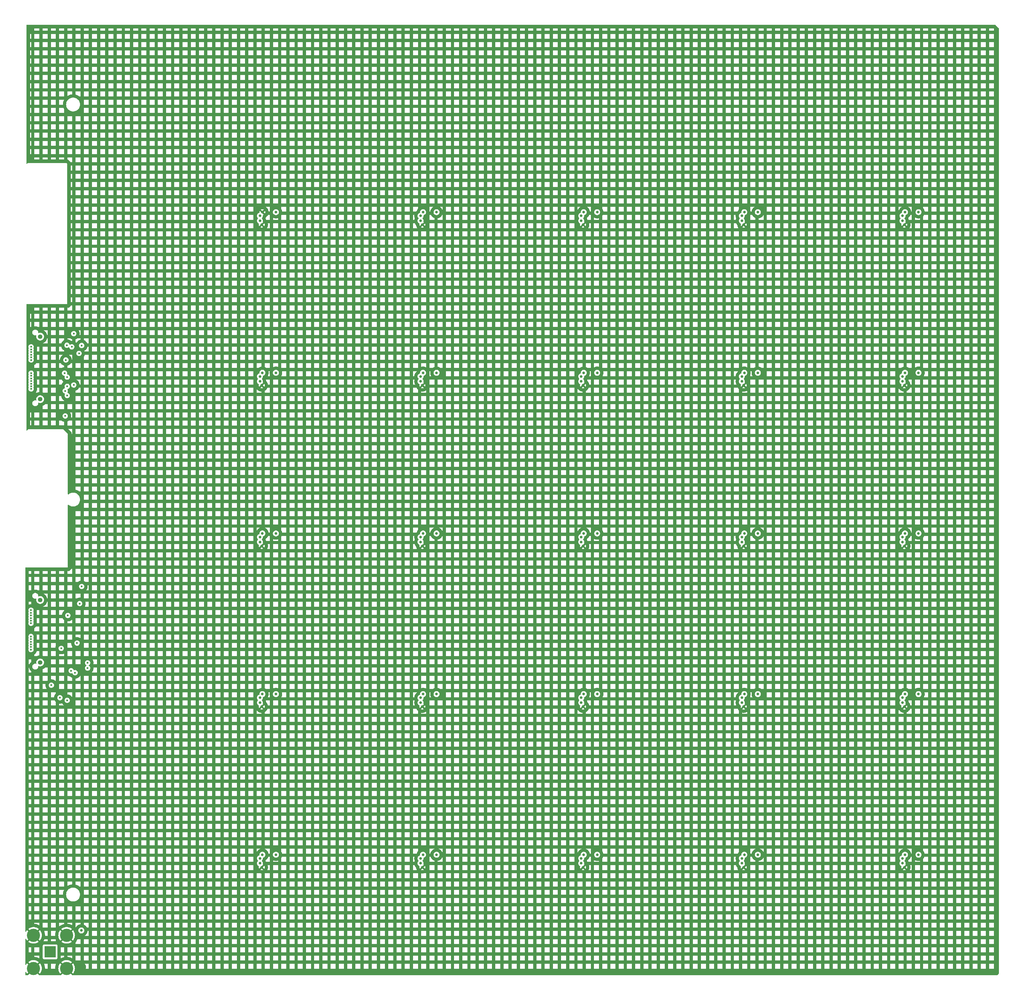
<source format=gbr>
%TF.GenerationSoftware,KiCad,Pcbnew,8.0.2-1*%
%TF.CreationDate,2024-10-01T13:29:15-04:00*%
%TF.ProjectId,EvenLayers_1.3mm_SiPM,4576656e-4c61-4796-9572-735f312e336d,rev?*%
%TF.SameCoordinates,Original*%
%TF.FileFunction,Copper,L2,Inr*%
%TF.FilePolarity,Positive*%
%FSLAX46Y46*%
G04 Gerber Fmt 4.6, Leading zero omitted, Abs format (unit mm)*
G04 Created by KiCad (PCBNEW 8.0.2-1) date 2024-10-01 13:29:15*
%MOMM*%
%LPD*%
G01*
G04 APERTURE LIST*
%TA.AperFunction,ComponentPad*%
%ADD10C,0.800000*%
%TD*%
%TA.AperFunction,ComponentPad*%
%ADD11C,1.348000*%
%TD*%
%TA.AperFunction,ComponentPad*%
%ADD12R,3.500000X3.500000*%
%TD*%
%TA.AperFunction,ComponentPad*%
%ADD13C,4.000000*%
%TD*%
%TA.AperFunction,ViaPad*%
%ADD14C,0.800000*%
%TD*%
%TA.AperFunction,ViaPad*%
%ADD15C,0.600000*%
%TD*%
G04 APERTURE END LIST*
D10*
%TO.N,LED_23_to_24*%
%TO.C,REF\u002A\u002A44*%
X322700000Y-287900000D03*
%TO.N,LED_input_after_resistor*%
X326800000Y-287900000D03*
%TO.N,K24*%
X321950000Y-289000000D03*
%TO.N,A24*%
X321950000Y-290500000D03*
%TO.N,GND*%
X322500000Y-291700000D03*
%TD*%
%TO.N,N/C*%
%TO.C,REF\u002A\u002A35*%
X127500000Y-239100000D03*
X131600000Y-239100000D03*
%TO.N,K15*%
X126750000Y-240200000D03*
%TO.N,A15*%
X126750000Y-241700000D03*
%TO.N,GND*%
X127300000Y-242900000D03*
%TD*%
%TO.N,N/C*%
%TO.C,REF\u002A\u002A40*%
X127500000Y-287900000D03*
X131600000Y-287900000D03*
%TO.N,K20*%
X126750000Y-289000000D03*
%TO.N,A20*%
X126750000Y-290500000D03*
%TO.N,GND*%
X127300000Y-291700000D03*
%TD*%
%TO.N,N/C*%
%TO.C,REF\u002A\u002A34*%
X322700000Y-190300000D03*
X326800000Y-190300000D03*
%TO.N,K14*%
X321950000Y-191400000D03*
%TO.N,A14*%
X321950000Y-192900000D03*
%TO.N,GND*%
X322500000Y-194100000D03*
%TD*%
%TO.N,N/C*%
%TO.C,REF\u002A\u002A30*%
X127500000Y-190300000D03*
X131600000Y-190300000D03*
%TO.N,K10*%
X126750000Y-191400000D03*
%TO.N,A10*%
X126750000Y-192900000D03*
%TO.N,GND*%
X127300000Y-194100000D03*
%TD*%
%TO.N,N/C*%
%TO.C,REF\u002A\u002A24*%
X322700000Y-92700000D03*
X326800000Y-92700000D03*
%TO.N,K4*%
X321950000Y-93800000D03*
%TO.N,A4*%
X321950000Y-95300000D03*
%TO.N,GND*%
X322500000Y-96500000D03*
%TD*%
%TO.N,N/C*%
%TO.C,REF\u002A\u002A43*%
X273900000Y-287900000D03*
%TO.N,LED_23_to_24*%
X278000000Y-287900000D03*
%TO.N,K23*%
X273150000Y-289000000D03*
%TO.N,A23*%
X273150000Y-290500000D03*
%TO.N,GND*%
X273700000Y-291700000D03*
%TD*%
%TO.N,N/C*%
%TO.C,REF\u002A\u002A38*%
X273900000Y-239100000D03*
X278000000Y-239100000D03*
%TO.N,K18*%
X273150000Y-240200000D03*
%TO.N,A18*%
X273150000Y-241700000D03*
%TO.N,GND*%
X273700000Y-242900000D03*
%TD*%
%TO.N,N/C*%
%TO.C,REF\u002A\u002A22*%
X225100000Y-92700000D03*
X229200000Y-92700000D03*
%TO.N,K2*%
X224350000Y-93800000D03*
%TO.N,A2*%
X224350000Y-95300000D03*
%TO.N,GND*%
X224900000Y-96500000D03*
%TD*%
%TO.N,N/C*%
%TO.C,REF\u002A\u002A28*%
X273900000Y-141500000D03*
X278000000Y-141500000D03*
%TO.N,K8*%
X273150000Y-142600000D03*
%TO.N,A8*%
X273150000Y-144100000D03*
%TO.N,GND*%
X273700000Y-145300000D03*
%TD*%
%TO.N,N/C*%
%TO.C,REF\u002A\u002A23*%
X273900000Y-92700000D03*
X278000000Y-92700000D03*
%TO.N,K3*%
X273150000Y-93800000D03*
%TO.N,A3*%
X273150000Y-95300000D03*
%TO.N,GND*%
X273700000Y-96500000D03*
%TD*%
%TO.N,N/C*%
%TO.C,REF\u002A\u002A32*%
X225100000Y-190300000D03*
X229200000Y-190300000D03*
%TO.N,K12*%
X224350000Y-191400000D03*
%TO.N,A12*%
X224350000Y-192900000D03*
%TO.N,GND*%
X224900000Y-194100000D03*
%TD*%
%TO.N,N/C*%
%TO.C,REF\u002A\u002A26*%
X176300000Y-141500000D03*
X180400000Y-141500000D03*
%TO.N,K6*%
X175550000Y-142600000D03*
%TO.N,A6*%
X175550000Y-144100000D03*
%TO.N,GND*%
X176100000Y-145300000D03*
%TD*%
%TO.N,N/C*%
%TO.C,REF\u002A\u002A36*%
X176300000Y-239100000D03*
X180400000Y-239100000D03*
%TO.N,K16*%
X175550000Y-240200000D03*
%TO.N,A16*%
X175550000Y-241700000D03*
%TO.N,GND*%
X176100000Y-242900000D03*
%TD*%
%TO.N,GND*%
%TO.C,REF\u002A\u002A20*%
X127500000Y-92700000D03*
%TO.N,N/C*%
X131600000Y-92700000D03*
%TO.N,K0*%
X126750000Y-93800000D03*
%TO.N,A0*%
X126750000Y-95300000D03*
%TO.N,GND*%
X127300000Y-96500000D03*
%TD*%
%TO.N,N/C*%
%TO.C,REF\u002A\u002A25*%
X127500000Y-141500000D03*
X131600000Y-141500000D03*
%TO.N,K5*%
X126750000Y-142600000D03*
%TO.N,A5*%
X126750000Y-144100000D03*
%TO.N,GND*%
X127300000Y-145300000D03*
%TD*%
%TO.N,N/C*%
%TO.C,REF\u002A\u002A37*%
X225100000Y-239100000D03*
X229200000Y-239100000D03*
%TO.N,K17*%
X224350000Y-240200000D03*
%TO.N,A17*%
X224350000Y-241700000D03*
%TO.N,GND*%
X224900000Y-242900000D03*
%TD*%
%TO.N,N/C*%
%TO.C,REF\u002A\u002A31*%
X176300000Y-190300000D03*
X180400000Y-190300000D03*
%TO.N,K11*%
X175550000Y-191400000D03*
%TO.N,A11*%
X175550000Y-192900000D03*
%TO.N,GND*%
X176100000Y-194100000D03*
%TD*%
%TO.N,N/C*%
%TO.C,REF\u002A\u002A27*%
X225100000Y-141500000D03*
X229200000Y-141500000D03*
%TO.N,K7*%
X224350000Y-142600000D03*
%TO.N,A7*%
X224350000Y-144100000D03*
%TO.N,GND*%
X224900000Y-145300000D03*
%TD*%
%TO.N,N/C*%
%TO.C,REF\u002A\u002A41*%
X176300000Y-287900000D03*
X180400000Y-287900000D03*
%TO.N,K21*%
X175550000Y-289000000D03*
%TO.N,A21*%
X175550000Y-290500000D03*
%TO.N,GND*%
X176100000Y-291700000D03*
%TD*%
%TO.N,N/C*%
%TO.C,REF\u002A\u002A29*%
X322700000Y-141500000D03*
X326800000Y-141500000D03*
%TO.N,K9*%
X321950000Y-142600000D03*
%TO.N,A9*%
X321950000Y-144100000D03*
%TO.N,GND*%
X322500000Y-145300000D03*
%TD*%
%TO.N,N/C*%
%TO.C,REF\u002A\u002A21*%
X176300000Y-92700000D03*
X180400000Y-92700000D03*
%TO.N,K1*%
X175550000Y-93800000D03*
%TO.N,A1*%
X175550000Y-95300000D03*
%TO.N,GND*%
X176100000Y-96500000D03*
%TD*%
%TO.N,N/C*%
%TO.C,REF\u002A\u002A42*%
X225100000Y-287900000D03*
X229200000Y-287900000D03*
%TO.N,K22*%
X224350000Y-289000000D03*
%TO.N,A22*%
X224350000Y-290500000D03*
%TO.N,GND*%
X224900000Y-291700000D03*
%TD*%
%TO.N,N/C*%
%TO.C,REF\u002A\u002A39*%
X322700000Y-239100000D03*
X326800000Y-239100000D03*
%TO.N,K19*%
X321950000Y-240200000D03*
%TO.N,A19*%
X321950000Y-241700000D03*
%TO.N,GND*%
X322500000Y-242900000D03*
%TD*%
%TO.N,N/C*%
%TO.C,REF\u002A\u002A33*%
X273900000Y-190300000D03*
X278000000Y-190300000D03*
%TO.N,K13*%
X273150000Y-191400000D03*
%TO.N,A13*%
X273150000Y-192900000D03*
%TO.N,GND*%
X273700000Y-194100000D03*
%TD*%
D11*
%TO.N,N/C*%
%TO.C,REF\u002A\u002A*%
X60000000Y-130505000D03*
X60000000Y-149495000D03*
%TD*%
%TO.N,N/C*%
%TO.C,REF\u002A\u002A*%
X60000000Y-210505000D03*
X60000000Y-229495000D03*
%TD*%
D12*
%TO.N,LED_input*%
%TO.C,LEDs*%
X63000000Y-317400000D03*
D13*
%TO.N,GND*%
X57975000Y-322425000D03*
X68025000Y-322425000D03*
X57975000Y-312375000D03*
X68025000Y-312375000D03*
%TD*%
D14*
%TO.N,LED_input_after_resistor*%
X72500000Y-310900000D03*
%TO.N,GND*%
X72600000Y-322000000D03*
D15*
%TO.N,K0*%
X70200000Y-129600000D03*
%TO.N,A0*%
X57250000Y-133600000D03*
%TO.N,K1*%
X68124265Y-133124265D03*
%TO.N,A1*%
X57250000Y-134400000D03*
%TO.N,K2*%
X69600000Y-133600000D03*
%TO.N,A2*%
X57250000Y-135200000D03*
%TO.N,K3*%
X72600000Y-133200000D03*
%TO.N,A3*%
X57250000Y-136000000D03*
%TO.N,K4*%
X71800000Y-135600000D03*
%TO.N,A4*%
X57250000Y-136800000D03*
%TO.N,K5*%
X67800000Y-137600000D03*
%TO.N,A5*%
X57250000Y-137600000D03*
%TO.N,K6*%
X67400000Y-141600000D03*
%TO.N,A6*%
X57250000Y-141600000D03*
%TO.N,K7*%
X68200000Y-142800000D03*
%TO.N,A7*%
X57250000Y-142400000D03*
%TO.N,K8*%
X70200000Y-145200000D03*
%TO.N,A8*%
X57250000Y-143200000D03*
%TO.N,K9*%
X68200000Y-145600000D03*
%TO.N,A9*%
X57250000Y-144000000D03*
%TO.N,A10*%
X57250000Y-144800000D03*
%TO.N,K10*%
X67600000Y-147000000D03*
%TO.N,A11*%
X57250000Y-145600000D03*
%TO.N,K11*%
X68200000Y-148400000D03*
%TO.N,A12*%
X57250000Y-146400000D03*
%TO.N,K12*%
X67600000Y-154600000D03*
%TO.N,K14*%
X72000000Y-211600000D03*
%TO.N,A14*%
X57200000Y-214400000D03*
%TO.N,K13*%
X72600000Y-206400000D03*
%TO.N,A13*%
X57200000Y-213600000D03*
%TO.N,K15*%
X68400000Y-215200000D03*
%TO.N,A15*%
X57200000Y-215200000D03*
%TO.N,K16*%
X71200000Y-223600000D03*
%TO.N,A16*%
X57200000Y-216000000D03*
%TO.N,K17*%
X74400000Y-229600000D03*
%TO.N,A17*%
X57200000Y-216800000D03*
%TO.N,K18*%
X74400000Y-231200000D03*
%TO.N,A18*%
X57200000Y-217600000D03*
%TO.N,K19*%
X66400000Y-225200000D03*
%TO.N,A19*%
X57200000Y-221600000D03*
%TO.N,K20*%
X70600000Y-232600000D03*
%TO.N,A20*%
X57200000Y-222400000D03*
%TO.N,K21*%
X69400000Y-232000000D03*
%TO.N,A21*%
X57200000Y-223200000D03*
%TO.N,K22*%
X68200000Y-241000000D03*
%TO.N,A22*%
X57200000Y-224000000D03*
%TO.N,K23*%
X66000000Y-240200000D03*
%TO.N,A23*%
X57200000Y-224800000D03*
%TO.N,K24*%
X63400000Y-236400000D03*
%TO.N,A24*%
X57200000Y-225600000D03*
%TD*%
%TA.AperFunction,Conductor*%
%TO.N,GND*%
G36*
X57310359Y-322780258D02*
G01*
X57392437Y-322903097D01*
X57496903Y-323007563D01*
X57619742Y-323089641D01*
X57650974Y-323102578D01*
X56389971Y-324363579D01*
X56390144Y-324365772D01*
X56375779Y-324434149D01*
X56326727Y-324483906D01*
X56266526Y-324499500D01*
X55624500Y-324499500D01*
X55557461Y-324479815D01*
X55511706Y-324427011D01*
X55500500Y-324375500D01*
X55500500Y-323592749D01*
X55520185Y-323525710D01*
X55572989Y-323479955D01*
X55642147Y-323470011D01*
X55705703Y-323499036D01*
X55736699Y-323539952D01*
X55779905Y-323631770D01*
X55948457Y-323897367D01*
X55948460Y-323897371D01*
X56039286Y-324007160D01*
X57297421Y-322749025D01*
X57310359Y-322780258D01*
G37*
%TD.AperFunction*%
%TA.AperFunction,Conductor*%
G36*
X350215677Y-35819685D02*
G01*
X350236319Y-35836319D01*
X351163681Y-36763681D01*
X351197166Y-36825004D01*
X351200000Y-36851362D01*
X351200000Y-323948638D01*
X351180315Y-324015677D01*
X351163681Y-324036319D01*
X350736819Y-324463181D01*
X350675496Y-324496666D01*
X350649138Y-324499500D01*
X69733473Y-324499500D01*
X69666434Y-324479815D01*
X69620679Y-324427011D01*
X69609855Y-324365772D01*
X69610027Y-324363579D01*
X68349025Y-323102578D01*
X68380258Y-323089641D01*
X68503097Y-323007563D01*
X68607563Y-322903097D01*
X68689641Y-322780258D01*
X68702578Y-322749025D01*
X69960712Y-324007160D01*
X70051544Y-323897364D01*
X70220096Y-323631767D01*
X70220099Y-323631761D01*
X70354034Y-323347137D01*
X70354036Y-323347132D01*
X70451244Y-323047958D01*
X70510191Y-322738949D01*
X70510192Y-322738942D01*
X70529943Y-322425005D01*
X70529943Y-322424994D01*
X70510192Y-322111057D01*
X70510191Y-322111050D01*
X70451244Y-321802041D01*
X70354036Y-321502867D01*
X70354034Y-321502862D01*
X70220099Y-321218238D01*
X70220096Y-321218232D01*
X70112064Y-321048000D01*
X73520984Y-321048000D01*
X73574148Y-321096465D01*
X73589564Y-321113375D01*
X73723586Y-321290848D01*
X73735632Y-321310303D01*
X73834761Y-321509381D01*
X73843027Y-321530719D01*
X73903887Y-321744622D01*
X73908092Y-321767115D01*
X73928612Y-321988559D01*
X73928612Y-322011441D01*
X73908092Y-322232885D01*
X73903887Y-322255378D01*
X73843027Y-322469281D01*
X73834761Y-322490619D01*
X73805193Y-322550000D01*
X74750500Y-322550000D01*
X75748500Y-322550000D01*
X77250500Y-322550000D01*
X78248500Y-322550000D01*
X79750500Y-322550000D01*
X80748500Y-322550000D01*
X82250500Y-322550000D01*
X83248500Y-322550000D01*
X84750500Y-322550000D01*
X85748500Y-322550000D01*
X87250500Y-322550000D01*
X88248500Y-322550000D01*
X89750500Y-322550000D01*
X90748500Y-322550000D01*
X92250500Y-322550000D01*
X93248500Y-322550000D01*
X94750500Y-322550000D01*
X95748500Y-322550000D01*
X97250500Y-322550000D01*
X98248500Y-322550000D01*
X99750500Y-322550000D01*
X100748500Y-322550000D01*
X102250500Y-322550000D01*
X103248500Y-322550000D01*
X104750500Y-322550000D01*
X105748500Y-322550000D01*
X107250500Y-322550000D01*
X108248500Y-322550000D01*
X109750500Y-322550000D01*
X110748500Y-322550000D01*
X112250500Y-322550000D01*
X113248500Y-322550000D01*
X114750500Y-322550000D01*
X115748500Y-322550000D01*
X117250500Y-322550000D01*
X118248500Y-322550000D01*
X119750500Y-322550000D01*
X120748500Y-322550000D01*
X122250500Y-322550000D01*
X123248500Y-322550000D01*
X124750500Y-322550000D01*
X125748500Y-322550000D01*
X127250500Y-322550000D01*
X128248500Y-322550000D01*
X129750500Y-322550000D01*
X130748500Y-322550000D01*
X132250500Y-322550000D01*
X133248500Y-322550000D01*
X134750500Y-322550000D01*
X135748500Y-322550000D01*
X137250500Y-322550000D01*
X138248500Y-322550000D01*
X139750500Y-322550000D01*
X140748500Y-322550000D01*
X142250500Y-322550000D01*
X143248500Y-322550000D01*
X144750500Y-322550000D01*
X145748500Y-322550000D01*
X147250500Y-322550000D01*
X148248500Y-322550000D01*
X149750500Y-322550000D01*
X150748500Y-322550000D01*
X152250500Y-322550000D01*
X153248500Y-322550000D01*
X154750500Y-322550000D01*
X155748500Y-322550000D01*
X157250500Y-322550000D01*
X158248500Y-322550000D01*
X159750500Y-322550000D01*
X160748500Y-322550000D01*
X162250500Y-322550000D01*
X163248500Y-322550000D01*
X164750500Y-322550000D01*
X165748500Y-322550000D01*
X167250500Y-322550000D01*
X168248500Y-322550000D01*
X169750500Y-322550000D01*
X170748500Y-322550000D01*
X172250500Y-322550000D01*
X173248500Y-322550000D01*
X174750500Y-322550000D01*
X175748500Y-322550000D01*
X177250500Y-322550000D01*
X178248500Y-322550000D01*
X179750500Y-322550000D01*
X180748500Y-322550000D01*
X182250500Y-322550000D01*
X183248500Y-322550000D01*
X184750500Y-322550000D01*
X185748500Y-322550000D01*
X187250500Y-322550000D01*
X188248500Y-322550000D01*
X189750500Y-322550000D01*
X190748500Y-322550000D01*
X192250500Y-322550000D01*
X193248500Y-322550000D01*
X194750500Y-322550000D01*
X195748500Y-322550000D01*
X197250500Y-322550000D01*
X198248500Y-322550000D01*
X199750500Y-322550000D01*
X200748500Y-322550000D01*
X202250500Y-322550000D01*
X203248500Y-322550000D01*
X204750500Y-322550000D01*
X205748500Y-322550000D01*
X207250500Y-322550000D01*
X208248500Y-322550000D01*
X209750500Y-322550000D01*
X210748500Y-322550000D01*
X212250500Y-322550000D01*
X213248500Y-322550000D01*
X214750500Y-322550000D01*
X215748500Y-322550000D01*
X217250500Y-322550000D01*
X218248500Y-322550000D01*
X219750500Y-322550000D01*
X220748500Y-322550000D01*
X222250500Y-322550000D01*
X223248500Y-322550000D01*
X224750500Y-322550000D01*
X225748500Y-322550000D01*
X227250500Y-322550000D01*
X228248500Y-322550000D01*
X229750500Y-322550000D01*
X230748500Y-322550000D01*
X232250500Y-322550000D01*
X233248500Y-322550000D01*
X234750500Y-322550000D01*
X235748500Y-322550000D01*
X237250500Y-322550000D01*
X238248500Y-322550000D01*
X239750500Y-322550000D01*
X240748500Y-322550000D01*
X242250500Y-322550000D01*
X243248500Y-322550000D01*
X244750500Y-322550000D01*
X245748500Y-322550000D01*
X247250500Y-322550000D01*
X248248500Y-322550000D01*
X249750500Y-322550000D01*
X250748500Y-322550000D01*
X252250500Y-322550000D01*
X253248500Y-322550000D01*
X254750500Y-322550000D01*
X255748500Y-322550000D01*
X257250500Y-322550000D01*
X258248500Y-322550000D01*
X259750500Y-322550000D01*
X260748500Y-322550000D01*
X262250500Y-322550000D01*
X263248500Y-322550000D01*
X264750500Y-322550000D01*
X265748500Y-322550000D01*
X267250500Y-322550000D01*
X268248500Y-322550000D01*
X269750500Y-322550000D01*
X270748500Y-322550000D01*
X272250500Y-322550000D01*
X273248500Y-322550000D01*
X274750500Y-322550000D01*
X275748500Y-322550000D01*
X277250500Y-322550000D01*
X278248500Y-322550000D01*
X279750500Y-322550000D01*
X280748500Y-322550000D01*
X282250500Y-322550000D01*
X283248500Y-322550000D01*
X284750500Y-322550000D01*
X285748500Y-322550000D01*
X287250500Y-322550000D01*
X288248500Y-322550000D01*
X289750500Y-322550000D01*
X290748500Y-322550000D01*
X292250500Y-322550000D01*
X293248500Y-322550000D01*
X294750500Y-322550000D01*
X295748500Y-322550000D01*
X297250500Y-322550000D01*
X298248500Y-322550000D01*
X299750500Y-322550000D01*
X300748500Y-322550000D01*
X302250500Y-322550000D01*
X303248500Y-322550000D01*
X304750500Y-322550000D01*
X305748500Y-322550000D01*
X307250500Y-322550000D01*
X308248500Y-322550000D01*
X309750500Y-322550000D01*
X310748500Y-322550000D01*
X312250500Y-322550000D01*
X313248500Y-322550000D01*
X314750500Y-322550000D01*
X315748500Y-322550000D01*
X317250500Y-322550000D01*
X318248500Y-322550000D01*
X319750500Y-322550000D01*
X320748500Y-322550000D01*
X322250500Y-322550000D01*
X323248500Y-322550000D01*
X324750500Y-322550000D01*
X325748500Y-322550000D01*
X327250500Y-322550000D01*
X328248500Y-322550000D01*
X329750500Y-322550000D01*
X330748500Y-322550000D01*
X332250500Y-322550000D01*
X333248500Y-322550000D01*
X334750500Y-322550000D01*
X335748500Y-322550000D01*
X337250500Y-322550000D01*
X338248500Y-322550000D01*
X339750500Y-322550000D01*
X340748500Y-322550000D01*
X342250500Y-322550000D01*
X343248500Y-322550000D01*
X344750500Y-322550000D01*
X345748500Y-322550000D01*
X347250500Y-322550000D01*
X348248500Y-322550000D01*
X349750500Y-322550000D01*
X349750500Y-321048000D01*
X348248500Y-321048000D01*
X348248500Y-322550000D01*
X347250500Y-322550000D01*
X347250500Y-321048000D01*
X345748500Y-321048000D01*
X345748500Y-322550000D01*
X344750500Y-322550000D01*
X344750500Y-321048000D01*
X343248500Y-321048000D01*
X343248500Y-322550000D01*
X342250500Y-322550000D01*
X342250500Y-321048000D01*
X340748500Y-321048000D01*
X340748500Y-322550000D01*
X339750500Y-322550000D01*
X339750500Y-321048000D01*
X338248500Y-321048000D01*
X338248500Y-322550000D01*
X337250500Y-322550000D01*
X337250500Y-321048000D01*
X335748500Y-321048000D01*
X335748500Y-322550000D01*
X334750500Y-322550000D01*
X334750500Y-321048000D01*
X333248500Y-321048000D01*
X333248500Y-322550000D01*
X332250500Y-322550000D01*
X332250500Y-321048000D01*
X330748500Y-321048000D01*
X330748500Y-322550000D01*
X329750500Y-322550000D01*
X329750500Y-321048000D01*
X328248500Y-321048000D01*
X328248500Y-322550000D01*
X327250500Y-322550000D01*
X327250500Y-321048000D01*
X325748500Y-321048000D01*
X325748500Y-322550000D01*
X324750500Y-322550000D01*
X324750500Y-321048000D01*
X323248500Y-321048000D01*
X323248500Y-322550000D01*
X322250500Y-322550000D01*
X322250500Y-321048000D01*
X320748500Y-321048000D01*
X320748500Y-322550000D01*
X319750500Y-322550000D01*
X319750500Y-321048000D01*
X318248500Y-321048000D01*
X318248500Y-322550000D01*
X317250500Y-322550000D01*
X317250500Y-321048000D01*
X315748500Y-321048000D01*
X315748500Y-322550000D01*
X314750500Y-322550000D01*
X314750500Y-321048000D01*
X313248500Y-321048000D01*
X313248500Y-322550000D01*
X312250500Y-322550000D01*
X312250500Y-321048000D01*
X310748500Y-321048000D01*
X310748500Y-322550000D01*
X309750500Y-322550000D01*
X309750500Y-321048000D01*
X308248500Y-321048000D01*
X308248500Y-322550000D01*
X307250500Y-322550000D01*
X307250500Y-321048000D01*
X305748500Y-321048000D01*
X305748500Y-322550000D01*
X304750500Y-322550000D01*
X304750500Y-321048000D01*
X303248500Y-321048000D01*
X303248500Y-322550000D01*
X302250500Y-322550000D01*
X302250500Y-321048000D01*
X300748500Y-321048000D01*
X300748500Y-322550000D01*
X299750500Y-322550000D01*
X299750500Y-321048000D01*
X298248500Y-321048000D01*
X298248500Y-322550000D01*
X297250500Y-322550000D01*
X297250500Y-321048000D01*
X295748500Y-321048000D01*
X295748500Y-322550000D01*
X294750500Y-322550000D01*
X294750500Y-321048000D01*
X293248500Y-321048000D01*
X293248500Y-322550000D01*
X292250500Y-322550000D01*
X292250500Y-321048000D01*
X290748500Y-321048000D01*
X290748500Y-322550000D01*
X289750500Y-322550000D01*
X289750500Y-321048000D01*
X288248500Y-321048000D01*
X288248500Y-322550000D01*
X287250500Y-322550000D01*
X287250500Y-321048000D01*
X285748500Y-321048000D01*
X285748500Y-322550000D01*
X284750500Y-322550000D01*
X284750500Y-321048000D01*
X283248500Y-321048000D01*
X283248500Y-322550000D01*
X282250500Y-322550000D01*
X282250500Y-321048000D01*
X280748500Y-321048000D01*
X280748500Y-322550000D01*
X279750500Y-322550000D01*
X279750500Y-321048000D01*
X278248500Y-321048000D01*
X278248500Y-322550000D01*
X277250500Y-322550000D01*
X277250500Y-321048000D01*
X275748500Y-321048000D01*
X275748500Y-322550000D01*
X274750500Y-322550000D01*
X274750500Y-321048000D01*
X273248500Y-321048000D01*
X273248500Y-322550000D01*
X272250500Y-322550000D01*
X272250500Y-321048000D01*
X270748500Y-321048000D01*
X270748500Y-322550000D01*
X269750500Y-322550000D01*
X269750500Y-321048000D01*
X268248500Y-321048000D01*
X268248500Y-322550000D01*
X267250500Y-322550000D01*
X267250500Y-321048000D01*
X265748500Y-321048000D01*
X265748500Y-322550000D01*
X264750500Y-322550000D01*
X264750500Y-321048000D01*
X263248500Y-321048000D01*
X263248500Y-322550000D01*
X262250500Y-322550000D01*
X262250500Y-321048000D01*
X260748500Y-321048000D01*
X260748500Y-322550000D01*
X259750500Y-322550000D01*
X259750500Y-321048000D01*
X258248500Y-321048000D01*
X258248500Y-322550000D01*
X257250500Y-322550000D01*
X257250500Y-321048000D01*
X255748500Y-321048000D01*
X255748500Y-322550000D01*
X254750500Y-322550000D01*
X254750500Y-321048000D01*
X253248500Y-321048000D01*
X253248500Y-322550000D01*
X252250500Y-322550000D01*
X252250500Y-321048000D01*
X250748500Y-321048000D01*
X250748500Y-322550000D01*
X249750500Y-322550000D01*
X249750500Y-321048000D01*
X248248500Y-321048000D01*
X248248500Y-322550000D01*
X247250500Y-322550000D01*
X247250500Y-321048000D01*
X245748500Y-321048000D01*
X245748500Y-322550000D01*
X244750500Y-322550000D01*
X244750500Y-321048000D01*
X243248500Y-321048000D01*
X243248500Y-322550000D01*
X242250500Y-322550000D01*
X242250500Y-321048000D01*
X240748500Y-321048000D01*
X240748500Y-322550000D01*
X239750500Y-322550000D01*
X239750500Y-321048000D01*
X238248500Y-321048000D01*
X238248500Y-322550000D01*
X237250500Y-322550000D01*
X237250500Y-321048000D01*
X235748500Y-321048000D01*
X235748500Y-322550000D01*
X234750500Y-322550000D01*
X234750500Y-321048000D01*
X233248500Y-321048000D01*
X233248500Y-322550000D01*
X232250500Y-322550000D01*
X232250500Y-321048000D01*
X230748500Y-321048000D01*
X230748500Y-322550000D01*
X229750500Y-322550000D01*
X229750500Y-321048000D01*
X228248500Y-321048000D01*
X228248500Y-322550000D01*
X227250500Y-322550000D01*
X227250500Y-321048000D01*
X225748500Y-321048000D01*
X225748500Y-322550000D01*
X224750500Y-322550000D01*
X224750500Y-321048000D01*
X223248500Y-321048000D01*
X223248500Y-322550000D01*
X222250500Y-322550000D01*
X222250500Y-321048000D01*
X220748500Y-321048000D01*
X220748500Y-322550000D01*
X219750500Y-322550000D01*
X219750500Y-321048000D01*
X218248500Y-321048000D01*
X218248500Y-322550000D01*
X217250500Y-322550000D01*
X217250500Y-321048000D01*
X215748500Y-321048000D01*
X215748500Y-322550000D01*
X214750500Y-322550000D01*
X214750500Y-321048000D01*
X213248500Y-321048000D01*
X213248500Y-322550000D01*
X212250500Y-322550000D01*
X212250500Y-321048000D01*
X210748500Y-321048000D01*
X210748500Y-322550000D01*
X209750500Y-322550000D01*
X209750500Y-321048000D01*
X208248500Y-321048000D01*
X208248500Y-322550000D01*
X207250500Y-322550000D01*
X207250500Y-321048000D01*
X205748500Y-321048000D01*
X205748500Y-322550000D01*
X204750500Y-322550000D01*
X204750500Y-321048000D01*
X203248500Y-321048000D01*
X203248500Y-322550000D01*
X202250500Y-322550000D01*
X202250500Y-321048000D01*
X200748500Y-321048000D01*
X200748500Y-322550000D01*
X199750500Y-322550000D01*
X199750500Y-321048000D01*
X198248500Y-321048000D01*
X198248500Y-322550000D01*
X197250500Y-322550000D01*
X197250500Y-321048000D01*
X195748500Y-321048000D01*
X195748500Y-322550000D01*
X194750500Y-322550000D01*
X194750500Y-321048000D01*
X193248500Y-321048000D01*
X193248500Y-322550000D01*
X192250500Y-322550000D01*
X192250500Y-321048000D01*
X190748500Y-321048000D01*
X190748500Y-322550000D01*
X189750500Y-322550000D01*
X189750500Y-321048000D01*
X188248500Y-321048000D01*
X188248500Y-322550000D01*
X187250500Y-322550000D01*
X187250500Y-321048000D01*
X185748500Y-321048000D01*
X185748500Y-322550000D01*
X184750500Y-322550000D01*
X184750500Y-321048000D01*
X183248500Y-321048000D01*
X183248500Y-322550000D01*
X182250500Y-322550000D01*
X182250500Y-321048000D01*
X180748500Y-321048000D01*
X180748500Y-322550000D01*
X179750500Y-322550000D01*
X179750500Y-321048000D01*
X178248500Y-321048000D01*
X178248500Y-322550000D01*
X177250500Y-322550000D01*
X177250500Y-321048000D01*
X175748500Y-321048000D01*
X175748500Y-322550000D01*
X174750500Y-322550000D01*
X174750500Y-321048000D01*
X173248500Y-321048000D01*
X173248500Y-322550000D01*
X172250500Y-322550000D01*
X172250500Y-321048000D01*
X170748500Y-321048000D01*
X170748500Y-322550000D01*
X169750500Y-322550000D01*
X169750500Y-321048000D01*
X168248500Y-321048000D01*
X168248500Y-322550000D01*
X167250500Y-322550000D01*
X167250500Y-321048000D01*
X165748500Y-321048000D01*
X165748500Y-322550000D01*
X164750500Y-322550000D01*
X164750500Y-321048000D01*
X163248500Y-321048000D01*
X163248500Y-322550000D01*
X162250500Y-322550000D01*
X162250500Y-321048000D01*
X160748500Y-321048000D01*
X160748500Y-322550000D01*
X159750500Y-322550000D01*
X159750500Y-321048000D01*
X158248500Y-321048000D01*
X158248500Y-322550000D01*
X157250500Y-322550000D01*
X157250500Y-321048000D01*
X155748500Y-321048000D01*
X155748500Y-322550000D01*
X154750500Y-322550000D01*
X154750500Y-321048000D01*
X153248500Y-321048000D01*
X153248500Y-322550000D01*
X152250500Y-322550000D01*
X152250500Y-321048000D01*
X150748500Y-321048000D01*
X150748500Y-322550000D01*
X149750500Y-322550000D01*
X149750500Y-321048000D01*
X148248500Y-321048000D01*
X148248500Y-322550000D01*
X147250500Y-322550000D01*
X147250500Y-321048000D01*
X145748500Y-321048000D01*
X145748500Y-322550000D01*
X144750500Y-322550000D01*
X144750500Y-321048000D01*
X143248500Y-321048000D01*
X143248500Y-322550000D01*
X142250500Y-322550000D01*
X142250500Y-321048000D01*
X140748500Y-321048000D01*
X140748500Y-322550000D01*
X139750500Y-322550000D01*
X139750500Y-321048000D01*
X138248500Y-321048000D01*
X138248500Y-322550000D01*
X137250500Y-322550000D01*
X137250500Y-321048000D01*
X135748500Y-321048000D01*
X135748500Y-322550000D01*
X134750500Y-322550000D01*
X134750500Y-321048000D01*
X133248500Y-321048000D01*
X133248500Y-322550000D01*
X132250500Y-322550000D01*
X132250500Y-321048000D01*
X130748500Y-321048000D01*
X130748500Y-322550000D01*
X129750500Y-322550000D01*
X129750500Y-321048000D01*
X128248500Y-321048000D01*
X128248500Y-322550000D01*
X127250500Y-322550000D01*
X127250500Y-321048000D01*
X125748500Y-321048000D01*
X125748500Y-322550000D01*
X124750500Y-322550000D01*
X124750500Y-321048000D01*
X123248500Y-321048000D01*
X123248500Y-322550000D01*
X122250500Y-322550000D01*
X122250500Y-321048000D01*
X120748500Y-321048000D01*
X120748500Y-322550000D01*
X119750500Y-322550000D01*
X119750500Y-321048000D01*
X118248500Y-321048000D01*
X118248500Y-322550000D01*
X117250500Y-322550000D01*
X117250500Y-321048000D01*
X115748500Y-321048000D01*
X115748500Y-322550000D01*
X114750500Y-322550000D01*
X114750500Y-321048000D01*
X113248500Y-321048000D01*
X113248500Y-322550000D01*
X112250500Y-322550000D01*
X112250500Y-321048000D01*
X110748500Y-321048000D01*
X110748500Y-322550000D01*
X109750500Y-322550000D01*
X109750500Y-321048000D01*
X108248500Y-321048000D01*
X108248500Y-322550000D01*
X107250500Y-322550000D01*
X107250500Y-321048000D01*
X105748500Y-321048000D01*
X105748500Y-322550000D01*
X104750500Y-322550000D01*
X104750500Y-321048000D01*
X103248500Y-321048000D01*
X103248500Y-322550000D01*
X102250500Y-322550000D01*
X102250500Y-321048000D01*
X100748500Y-321048000D01*
X100748500Y-322550000D01*
X99750500Y-322550000D01*
X99750500Y-321048000D01*
X98248500Y-321048000D01*
X98248500Y-322550000D01*
X97250500Y-322550000D01*
X97250500Y-321048000D01*
X95748500Y-321048000D01*
X95748500Y-322550000D01*
X94750500Y-322550000D01*
X94750500Y-321048000D01*
X93248500Y-321048000D01*
X93248500Y-322550000D01*
X92250500Y-322550000D01*
X92250500Y-321048000D01*
X90748500Y-321048000D01*
X90748500Y-322550000D01*
X89750500Y-322550000D01*
X89750500Y-321048000D01*
X88248500Y-321048000D01*
X88248500Y-322550000D01*
X87250500Y-322550000D01*
X87250500Y-321048000D01*
X85748500Y-321048000D01*
X85748500Y-322550000D01*
X84750500Y-322550000D01*
X84750500Y-321048000D01*
X83248500Y-321048000D01*
X83248500Y-322550000D01*
X82250500Y-322550000D01*
X82250500Y-321048000D01*
X80748500Y-321048000D01*
X80748500Y-322550000D01*
X79750500Y-322550000D01*
X79750500Y-321048000D01*
X78248500Y-321048000D01*
X78248500Y-322550000D01*
X77250500Y-322550000D01*
X77250500Y-321048000D01*
X75748500Y-321048000D01*
X75748500Y-322550000D01*
X74750500Y-322550000D01*
X74750500Y-321048000D01*
X73520984Y-321048000D01*
X70112064Y-321048000D01*
X70051542Y-320952632D01*
X70051539Y-320952628D01*
X69960712Y-320842838D01*
X68702577Y-322100973D01*
X68689641Y-322069742D01*
X68607563Y-321946903D01*
X68503097Y-321842437D01*
X68380258Y-321760359D01*
X68349025Y-321747421D01*
X69610027Y-320486419D01*
X69610026Y-320486417D01*
X69367227Y-320310014D01*
X69367209Y-320310003D01*
X69091552Y-320158459D01*
X69091544Y-320158455D01*
X68817614Y-320050000D01*
X70748500Y-320050000D01*
X72250500Y-320050000D01*
X73248500Y-320050000D01*
X74750500Y-320050000D01*
X75748500Y-320050000D01*
X77250500Y-320050000D01*
X78248500Y-320050000D01*
X79750500Y-320050000D01*
X80748500Y-320050000D01*
X82250500Y-320050000D01*
X83248500Y-320050000D01*
X84750500Y-320050000D01*
X85748500Y-320050000D01*
X87250500Y-320050000D01*
X88248500Y-320050000D01*
X89750500Y-320050000D01*
X90748500Y-320050000D01*
X92250500Y-320050000D01*
X93248500Y-320050000D01*
X94750500Y-320050000D01*
X95748500Y-320050000D01*
X97250500Y-320050000D01*
X98248500Y-320050000D01*
X99750500Y-320050000D01*
X100748500Y-320050000D01*
X102250500Y-320050000D01*
X103248500Y-320050000D01*
X104750500Y-320050000D01*
X105748500Y-320050000D01*
X107250500Y-320050000D01*
X108248500Y-320050000D01*
X109750500Y-320050000D01*
X110748500Y-320050000D01*
X112250500Y-320050000D01*
X113248500Y-320050000D01*
X114750500Y-320050000D01*
X115748500Y-320050000D01*
X117250500Y-320050000D01*
X118248500Y-320050000D01*
X119750500Y-320050000D01*
X120748500Y-320050000D01*
X122250500Y-320050000D01*
X123248500Y-320050000D01*
X124750500Y-320050000D01*
X125748500Y-320050000D01*
X127250500Y-320050000D01*
X128248500Y-320050000D01*
X129750500Y-320050000D01*
X130748500Y-320050000D01*
X132250500Y-320050000D01*
X133248500Y-320050000D01*
X134750500Y-320050000D01*
X135748500Y-320050000D01*
X137250500Y-320050000D01*
X138248500Y-320050000D01*
X139750500Y-320050000D01*
X140748500Y-320050000D01*
X142250500Y-320050000D01*
X143248500Y-320050000D01*
X144750500Y-320050000D01*
X145748500Y-320050000D01*
X147250500Y-320050000D01*
X148248500Y-320050000D01*
X149750500Y-320050000D01*
X150748500Y-320050000D01*
X152250500Y-320050000D01*
X153248500Y-320050000D01*
X154750500Y-320050000D01*
X155748500Y-320050000D01*
X157250500Y-320050000D01*
X158248500Y-320050000D01*
X159750500Y-320050000D01*
X160748500Y-320050000D01*
X162250500Y-320050000D01*
X163248500Y-320050000D01*
X164750500Y-320050000D01*
X165748500Y-320050000D01*
X167250500Y-320050000D01*
X168248500Y-320050000D01*
X169750500Y-320050000D01*
X170748500Y-320050000D01*
X172250500Y-320050000D01*
X173248500Y-320050000D01*
X174750500Y-320050000D01*
X175748500Y-320050000D01*
X177250500Y-320050000D01*
X178248500Y-320050000D01*
X179750500Y-320050000D01*
X180748500Y-320050000D01*
X182250500Y-320050000D01*
X183248500Y-320050000D01*
X184750500Y-320050000D01*
X185748500Y-320050000D01*
X187250500Y-320050000D01*
X188248500Y-320050000D01*
X189750500Y-320050000D01*
X190748500Y-320050000D01*
X192250500Y-320050000D01*
X193248500Y-320050000D01*
X194750500Y-320050000D01*
X195748500Y-320050000D01*
X197250500Y-320050000D01*
X198248500Y-320050000D01*
X199750500Y-320050000D01*
X200748500Y-320050000D01*
X202250500Y-320050000D01*
X203248500Y-320050000D01*
X204750500Y-320050000D01*
X205748500Y-320050000D01*
X207250500Y-320050000D01*
X208248500Y-320050000D01*
X209750500Y-320050000D01*
X210748500Y-320050000D01*
X212250500Y-320050000D01*
X213248500Y-320050000D01*
X214750500Y-320050000D01*
X215748500Y-320050000D01*
X217250500Y-320050000D01*
X218248500Y-320050000D01*
X219750500Y-320050000D01*
X220748500Y-320050000D01*
X222250500Y-320050000D01*
X223248500Y-320050000D01*
X224750500Y-320050000D01*
X225748500Y-320050000D01*
X227250500Y-320050000D01*
X228248500Y-320050000D01*
X229750500Y-320050000D01*
X230748500Y-320050000D01*
X232250500Y-320050000D01*
X233248500Y-320050000D01*
X234750500Y-320050000D01*
X235748500Y-320050000D01*
X237250500Y-320050000D01*
X238248500Y-320050000D01*
X239750500Y-320050000D01*
X240748500Y-320050000D01*
X242250500Y-320050000D01*
X243248500Y-320050000D01*
X244750500Y-320050000D01*
X245748500Y-320050000D01*
X247250500Y-320050000D01*
X248248500Y-320050000D01*
X249750500Y-320050000D01*
X250748500Y-320050000D01*
X252250500Y-320050000D01*
X253248500Y-320050000D01*
X254750500Y-320050000D01*
X255748500Y-320050000D01*
X257250500Y-320050000D01*
X258248500Y-320050000D01*
X259750500Y-320050000D01*
X260748500Y-320050000D01*
X262250500Y-320050000D01*
X263248500Y-320050000D01*
X264750500Y-320050000D01*
X265748500Y-320050000D01*
X267250500Y-320050000D01*
X268248500Y-320050000D01*
X269750500Y-320050000D01*
X270748500Y-320050000D01*
X272250500Y-320050000D01*
X273248500Y-320050000D01*
X274750500Y-320050000D01*
X275748500Y-320050000D01*
X277250500Y-320050000D01*
X278248500Y-320050000D01*
X279750500Y-320050000D01*
X280748500Y-320050000D01*
X282250500Y-320050000D01*
X283248500Y-320050000D01*
X284750500Y-320050000D01*
X285748500Y-320050000D01*
X287250500Y-320050000D01*
X288248500Y-320050000D01*
X289750500Y-320050000D01*
X290748500Y-320050000D01*
X292250500Y-320050000D01*
X293248500Y-320050000D01*
X294750500Y-320050000D01*
X295748500Y-320050000D01*
X297250500Y-320050000D01*
X298248500Y-320050000D01*
X299750500Y-320050000D01*
X300748500Y-320050000D01*
X302250500Y-320050000D01*
X303248500Y-320050000D01*
X304750500Y-320050000D01*
X305748500Y-320050000D01*
X307250500Y-320050000D01*
X308248500Y-320050000D01*
X309750500Y-320050000D01*
X310748500Y-320050000D01*
X312250500Y-320050000D01*
X313248500Y-320050000D01*
X314750500Y-320050000D01*
X315748500Y-320050000D01*
X317250500Y-320050000D01*
X318248500Y-320050000D01*
X319750500Y-320050000D01*
X320748500Y-320050000D01*
X322250500Y-320050000D01*
X323248500Y-320050000D01*
X324750500Y-320050000D01*
X325748500Y-320050000D01*
X327250500Y-320050000D01*
X328248500Y-320050000D01*
X329750500Y-320050000D01*
X330748500Y-320050000D01*
X332250500Y-320050000D01*
X333248500Y-320050000D01*
X334750500Y-320050000D01*
X335748500Y-320050000D01*
X337250500Y-320050000D01*
X338248500Y-320050000D01*
X339750500Y-320050000D01*
X340748500Y-320050000D01*
X342250500Y-320050000D01*
X343248500Y-320050000D01*
X344750500Y-320050000D01*
X345748500Y-320050000D01*
X347250500Y-320050000D01*
X348248500Y-320050000D01*
X349750500Y-320050000D01*
X349750500Y-318548000D01*
X348248500Y-318548000D01*
X348248500Y-320050000D01*
X347250500Y-320050000D01*
X347250500Y-318548000D01*
X345748500Y-318548000D01*
X345748500Y-320050000D01*
X344750500Y-320050000D01*
X344750500Y-318548000D01*
X343248500Y-318548000D01*
X343248500Y-320050000D01*
X342250500Y-320050000D01*
X342250500Y-318548000D01*
X340748500Y-318548000D01*
X340748500Y-320050000D01*
X339750500Y-320050000D01*
X339750500Y-318548000D01*
X338248500Y-318548000D01*
X338248500Y-320050000D01*
X337250500Y-320050000D01*
X337250500Y-318548000D01*
X335748500Y-318548000D01*
X335748500Y-320050000D01*
X334750500Y-320050000D01*
X334750500Y-318548000D01*
X333248500Y-318548000D01*
X333248500Y-320050000D01*
X332250500Y-320050000D01*
X332250500Y-318548000D01*
X330748500Y-318548000D01*
X330748500Y-320050000D01*
X329750500Y-320050000D01*
X329750500Y-318548000D01*
X328248500Y-318548000D01*
X328248500Y-320050000D01*
X327250500Y-320050000D01*
X327250500Y-318548000D01*
X325748500Y-318548000D01*
X325748500Y-320050000D01*
X324750500Y-320050000D01*
X324750500Y-318548000D01*
X323248500Y-318548000D01*
X323248500Y-320050000D01*
X322250500Y-320050000D01*
X322250500Y-318548000D01*
X320748500Y-318548000D01*
X320748500Y-320050000D01*
X319750500Y-320050000D01*
X319750500Y-318548000D01*
X318248500Y-318548000D01*
X318248500Y-320050000D01*
X317250500Y-320050000D01*
X317250500Y-318548000D01*
X315748500Y-318548000D01*
X315748500Y-320050000D01*
X314750500Y-320050000D01*
X314750500Y-318548000D01*
X313248500Y-318548000D01*
X313248500Y-320050000D01*
X312250500Y-320050000D01*
X312250500Y-318548000D01*
X310748500Y-318548000D01*
X310748500Y-320050000D01*
X309750500Y-320050000D01*
X309750500Y-318548000D01*
X308248500Y-318548000D01*
X308248500Y-320050000D01*
X307250500Y-320050000D01*
X307250500Y-318548000D01*
X305748500Y-318548000D01*
X305748500Y-320050000D01*
X304750500Y-320050000D01*
X304750500Y-318548000D01*
X303248500Y-318548000D01*
X303248500Y-320050000D01*
X302250500Y-320050000D01*
X302250500Y-318548000D01*
X300748500Y-318548000D01*
X300748500Y-320050000D01*
X299750500Y-320050000D01*
X299750500Y-318548000D01*
X298248500Y-318548000D01*
X298248500Y-320050000D01*
X297250500Y-320050000D01*
X297250500Y-318548000D01*
X295748500Y-318548000D01*
X295748500Y-320050000D01*
X294750500Y-320050000D01*
X294750500Y-318548000D01*
X293248500Y-318548000D01*
X293248500Y-320050000D01*
X292250500Y-320050000D01*
X292250500Y-318548000D01*
X290748500Y-318548000D01*
X290748500Y-320050000D01*
X289750500Y-320050000D01*
X289750500Y-318548000D01*
X288248500Y-318548000D01*
X288248500Y-320050000D01*
X287250500Y-320050000D01*
X287250500Y-318548000D01*
X285748500Y-318548000D01*
X285748500Y-320050000D01*
X284750500Y-320050000D01*
X284750500Y-318548000D01*
X283248500Y-318548000D01*
X283248500Y-320050000D01*
X282250500Y-320050000D01*
X282250500Y-318548000D01*
X280748500Y-318548000D01*
X280748500Y-320050000D01*
X279750500Y-320050000D01*
X279750500Y-318548000D01*
X278248500Y-318548000D01*
X278248500Y-320050000D01*
X277250500Y-320050000D01*
X277250500Y-318548000D01*
X275748500Y-318548000D01*
X275748500Y-320050000D01*
X274750500Y-320050000D01*
X274750500Y-318548000D01*
X273248500Y-318548000D01*
X273248500Y-320050000D01*
X272250500Y-320050000D01*
X272250500Y-318548000D01*
X270748500Y-318548000D01*
X270748500Y-320050000D01*
X269750500Y-320050000D01*
X269750500Y-318548000D01*
X268248500Y-318548000D01*
X268248500Y-320050000D01*
X267250500Y-320050000D01*
X267250500Y-318548000D01*
X265748500Y-318548000D01*
X265748500Y-320050000D01*
X264750500Y-320050000D01*
X264750500Y-318548000D01*
X263248500Y-318548000D01*
X263248500Y-320050000D01*
X262250500Y-320050000D01*
X262250500Y-318548000D01*
X260748500Y-318548000D01*
X260748500Y-320050000D01*
X259750500Y-320050000D01*
X259750500Y-318548000D01*
X258248500Y-318548000D01*
X258248500Y-320050000D01*
X257250500Y-320050000D01*
X257250500Y-318548000D01*
X255748500Y-318548000D01*
X255748500Y-320050000D01*
X254750500Y-320050000D01*
X254750500Y-318548000D01*
X253248500Y-318548000D01*
X253248500Y-320050000D01*
X252250500Y-320050000D01*
X252250500Y-318548000D01*
X250748500Y-318548000D01*
X250748500Y-320050000D01*
X249750500Y-320050000D01*
X249750500Y-318548000D01*
X248248500Y-318548000D01*
X248248500Y-320050000D01*
X247250500Y-320050000D01*
X247250500Y-318548000D01*
X245748500Y-318548000D01*
X245748500Y-320050000D01*
X244750500Y-320050000D01*
X244750500Y-318548000D01*
X243248500Y-318548000D01*
X243248500Y-320050000D01*
X242250500Y-320050000D01*
X242250500Y-318548000D01*
X240748500Y-318548000D01*
X240748500Y-320050000D01*
X239750500Y-320050000D01*
X239750500Y-318548000D01*
X238248500Y-318548000D01*
X238248500Y-320050000D01*
X237250500Y-320050000D01*
X237250500Y-318548000D01*
X235748500Y-318548000D01*
X235748500Y-320050000D01*
X234750500Y-320050000D01*
X234750500Y-318548000D01*
X233248500Y-318548000D01*
X233248500Y-320050000D01*
X232250500Y-320050000D01*
X232250500Y-318548000D01*
X230748500Y-318548000D01*
X230748500Y-320050000D01*
X229750500Y-320050000D01*
X229750500Y-318548000D01*
X228248500Y-318548000D01*
X228248500Y-320050000D01*
X227250500Y-320050000D01*
X227250500Y-318548000D01*
X225748500Y-318548000D01*
X225748500Y-320050000D01*
X224750500Y-320050000D01*
X224750500Y-318548000D01*
X223248500Y-318548000D01*
X223248500Y-320050000D01*
X222250500Y-320050000D01*
X222250500Y-318548000D01*
X220748500Y-318548000D01*
X220748500Y-320050000D01*
X219750500Y-320050000D01*
X219750500Y-318548000D01*
X218248500Y-318548000D01*
X218248500Y-320050000D01*
X217250500Y-320050000D01*
X217250500Y-318548000D01*
X215748500Y-318548000D01*
X215748500Y-320050000D01*
X214750500Y-320050000D01*
X214750500Y-318548000D01*
X213248500Y-318548000D01*
X213248500Y-320050000D01*
X212250500Y-320050000D01*
X212250500Y-318548000D01*
X210748500Y-318548000D01*
X210748500Y-320050000D01*
X209750500Y-320050000D01*
X209750500Y-318548000D01*
X208248500Y-318548000D01*
X208248500Y-320050000D01*
X207250500Y-320050000D01*
X207250500Y-318548000D01*
X205748500Y-318548000D01*
X205748500Y-320050000D01*
X204750500Y-320050000D01*
X204750500Y-318548000D01*
X203248500Y-318548000D01*
X203248500Y-320050000D01*
X202250500Y-320050000D01*
X202250500Y-318548000D01*
X200748500Y-318548000D01*
X200748500Y-320050000D01*
X199750500Y-320050000D01*
X199750500Y-318548000D01*
X198248500Y-318548000D01*
X198248500Y-320050000D01*
X197250500Y-320050000D01*
X197250500Y-318548000D01*
X195748500Y-318548000D01*
X195748500Y-320050000D01*
X194750500Y-320050000D01*
X194750500Y-318548000D01*
X193248500Y-318548000D01*
X193248500Y-320050000D01*
X192250500Y-320050000D01*
X192250500Y-318548000D01*
X190748500Y-318548000D01*
X190748500Y-320050000D01*
X189750500Y-320050000D01*
X189750500Y-318548000D01*
X188248500Y-318548000D01*
X188248500Y-320050000D01*
X187250500Y-320050000D01*
X187250500Y-318548000D01*
X185748500Y-318548000D01*
X185748500Y-320050000D01*
X184750500Y-320050000D01*
X184750500Y-318548000D01*
X183248500Y-318548000D01*
X183248500Y-320050000D01*
X182250500Y-320050000D01*
X182250500Y-318548000D01*
X180748500Y-318548000D01*
X180748500Y-320050000D01*
X179750500Y-320050000D01*
X179750500Y-318548000D01*
X178248500Y-318548000D01*
X178248500Y-320050000D01*
X177250500Y-320050000D01*
X177250500Y-318548000D01*
X175748500Y-318548000D01*
X175748500Y-320050000D01*
X174750500Y-320050000D01*
X174750500Y-318548000D01*
X173248500Y-318548000D01*
X173248500Y-320050000D01*
X172250500Y-320050000D01*
X172250500Y-318548000D01*
X170748500Y-318548000D01*
X170748500Y-320050000D01*
X169750500Y-320050000D01*
X169750500Y-318548000D01*
X168248500Y-318548000D01*
X168248500Y-320050000D01*
X167250500Y-320050000D01*
X167250500Y-318548000D01*
X165748500Y-318548000D01*
X165748500Y-320050000D01*
X164750500Y-320050000D01*
X164750500Y-318548000D01*
X163248500Y-318548000D01*
X163248500Y-320050000D01*
X162250500Y-320050000D01*
X162250500Y-318548000D01*
X160748500Y-318548000D01*
X160748500Y-320050000D01*
X159750500Y-320050000D01*
X159750500Y-318548000D01*
X158248500Y-318548000D01*
X158248500Y-320050000D01*
X157250500Y-320050000D01*
X157250500Y-318548000D01*
X155748500Y-318548000D01*
X155748500Y-320050000D01*
X154750500Y-320050000D01*
X154750500Y-318548000D01*
X153248500Y-318548000D01*
X153248500Y-320050000D01*
X152250500Y-320050000D01*
X152250500Y-318548000D01*
X150748500Y-318548000D01*
X150748500Y-320050000D01*
X149750500Y-320050000D01*
X149750500Y-318548000D01*
X148248500Y-318548000D01*
X148248500Y-320050000D01*
X147250500Y-320050000D01*
X147250500Y-318548000D01*
X145748500Y-318548000D01*
X145748500Y-320050000D01*
X144750500Y-320050000D01*
X144750500Y-318548000D01*
X143248500Y-318548000D01*
X143248500Y-320050000D01*
X142250500Y-320050000D01*
X142250500Y-318548000D01*
X140748500Y-318548000D01*
X140748500Y-320050000D01*
X139750500Y-320050000D01*
X139750500Y-318548000D01*
X138248500Y-318548000D01*
X138248500Y-320050000D01*
X137250500Y-320050000D01*
X137250500Y-318548000D01*
X135748500Y-318548000D01*
X135748500Y-320050000D01*
X134750500Y-320050000D01*
X134750500Y-318548000D01*
X133248500Y-318548000D01*
X133248500Y-320050000D01*
X132250500Y-320050000D01*
X132250500Y-318548000D01*
X130748500Y-318548000D01*
X130748500Y-320050000D01*
X129750500Y-320050000D01*
X129750500Y-318548000D01*
X128248500Y-318548000D01*
X128248500Y-320050000D01*
X127250500Y-320050000D01*
X127250500Y-318548000D01*
X125748500Y-318548000D01*
X125748500Y-320050000D01*
X124750500Y-320050000D01*
X124750500Y-318548000D01*
X123248500Y-318548000D01*
X123248500Y-320050000D01*
X122250500Y-320050000D01*
X122250500Y-318548000D01*
X120748500Y-318548000D01*
X120748500Y-320050000D01*
X119750500Y-320050000D01*
X119750500Y-318548000D01*
X118248500Y-318548000D01*
X118248500Y-320050000D01*
X117250500Y-320050000D01*
X117250500Y-318548000D01*
X115748500Y-318548000D01*
X115748500Y-320050000D01*
X114750500Y-320050000D01*
X114750500Y-318548000D01*
X113248500Y-318548000D01*
X113248500Y-320050000D01*
X112250500Y-320050000D01*
X112250500Y-318548000D01*
X110748500Y-318548000D01*
X110748500Y-320050000D01*
X109750500Y-320050000D01*
X109750500Y-318548000D01*
X108248500Y-318548000D01*
X108248500Y-320050000D01*
X107250500Y-320050000D01*
X107250500Y-318548000D01*
X105748500Y-318548000D01*
X105748500Y-320050000D01*
X104750500Y-320050000D01*
X104750500Y-318548000D01*
X103248500Y-318548000D01*
X103248500Y-320050000D01*
X102250500Y-320050000D01*
X102250500Y-318548000D01*
X100748500Y-318548000D01*
X100748500Y-320050000D01*
X99750500Y-320050000D01*
X99750500Y-318548000D01*
X98248500Y-318548000D01*
X98248500Y-320050000D01*
X97250500Y-320050000D01*
X97250500Y-318548000D01*
X95748500Y-318548000D01*
X95748500Y-320050000D01*
X94750500Y-320050000D01*
X94750500Y-318548000D01*
X93248500Y-318548000D01*
X93248500Y-320050000D01*
X92250500Y-320050000D01*
X92250500Y-318548000D01*
X90748500Y-318548000D01*
X90748500Y-320050000D01*
X89750500Y-320050000D01*
X89750500Y-318548000D01*
X88248500Y-318548000D01*
X88248500Y-320050000D01*
X87250500Y-320050000D01*
X87250500Y-318548000D01*
X85748500Y-318548000D01*
X85748500Y-320050000D01*
X84750500Y-320050000D01*
X84750500Y-318548000D01*
X83248500Y-318548000D01*
X83248500Y-320050000D01*
X82250500Y-320050000D01*
X82250500Y-318548000D01*
X80748500Y-318548000D01*
X80748500Y-320050000D01*
X79750500Y-320050000D01*
X79750500Y-318548000D01*
X78248500Y-318548000D01*
X78248500Y-320050000D01*
X77250500Y-320050000D01*
X77250500Y-318548000D01*
X75748500Y-318548000D01*
X75748500Y-320050000D01*
X74750500Y-320050000D01*
X74750500Y-318548000D01*
X73248500Y-318548000D01*
X73248500Y-320050000D01*
X72250500Y-320050000D01*
X72250500Y-318548000D01*
X70748500Y-318548000D01*
X70748500Y-320050000D01*
X68817614Y-320050000D01*
X68799073Y-320042659D01*
X68494379Y-319964426D01*
X68494370Y-319964424D01*
X68182298Y-319925000D01*
X67867701Y-319925000D01*
X67555629Y-319964424D01*
X67555620Y-319964426D01*
X67250926Y-320042659D01*
X66958455Y-320158455D01*
X66958447Y-320158459D01*
X66682787Y-320310004D01*
X66682782Y-320310007D01*
X66439972Y-320486418D01*
X66439971Y-320486419D01*
X67700974Y-321747421D01*
X67669742Y-321760359D01*
X67546903Y-321842437D01*
X67442437Y-321946903D01*
X67360359Y-322069742D01*
X67347422Y-322100974D01*
X66089286Y-320842838D01*
X66089285Y-320842838D01*
X65998459Y-320952629D01*
X65998457Y-320952632D01*
X65829903Y-321218232D01*
X65829900Y-321218238D01*
X65695965Y-321502862D01*
X65695963Y-321502867D01*
X65598755Y-321802041D01*
X65539808Y-322111050D01*
X65539807Y-322111057D01*
X65520057Y-322424994D01*
X65520057Y-322425005D01*
X65539807Y-322738942D01*
X65539808Y-322738949D01*
X65598755Y-323047958D01*
X65695963Y-323347132D01*
X65695965Y-323347137D01*
X65829900Y-323631761D01*
X65829903Y-323631767D01*
X65998457Y-323897367D01*
X65998460Y-323897371D01*
X66089286Y-324007160D01*
X67347421Y-322749025D01*
X67360359Y-322780258D01*
X67442437Y-322903097D01*
X67546903Y-323007563D01*
X67669742Y-323089641D01*
X67700974Y-323102578D01*
X66439971Y-324363579D01*
X66440144Y-324365772D01*
X66425779Y-324434149D01*
X66376727Y-324483906D01*
X66316526Y-324499500D01*
X59683473Y-324499500D01*
X59616434Y-324479815D01*
X59570679Y-324427011D01*
X59559855Y-324365772D01*
X59560027Y-324363579D01*
X58299025Y-323102578D01*
X58330258Y-323089641D01*
X58453097Y-323007563D01*
X58557563Y-322903097D01*
X58639641Y-322780258D01*
X58652577Y-322749025D01*
X59910712Y-324007160D01*
X60001544Y-323897364D01*
X60170096Y-323631767D01*
X60170099Y-323631761D01*
X60304034Y-323347137D01*
X60304036Y-323347132D01*
X60401244Y-323047958D01*
X60460191Y-322738949D01*
X60460192Y-322738942D01*
X60479943Y-322425005D01*
X60479943Y-322424994D01*
X60460192Y-322111057D01*
X60460191Y-322111050D01*
X60401244Y-321802041D01*
X60304036Y-321502867D01*
X60304034Y-321502862D01*
X60170099Y-321218238D01*
X60170096Y-321218232D01*
X60062064Y-321048000D01*
X61192965Y-321048000D01*
X61213732Y-321092132D01*
X61215335Y-321095681D01*
X61224699Y-321117319D01*
X61226193Y-321120927D01*
X61237735Y-321150084D01*
X61239110Y-321153724D01*
X61247087Y-321175883D01*
X61248348Y-321179565D01*
X61355247Y-321508564D01*
X61356393Y-321512290D01*
X61362970Y-321534930D01*
X61363998Y-321538689D01*
X61371795Y-321569061D01*
X61372703Y-321572843D01*
X61377841Y-321595828D01*
X61378632Y-321599644D01*
X61443451Y-321939436D01*
X61444120Y-321943271D01*
X61447805Y-321966535D01*
X61448354Y-321970391D01*
X61452285Y-322001502D01*
X61452712Y-322005374D01*
X61454931Y-322028844D01*
X61455237Y-322032730D01*
X61476958Y-322377984D01*
X61477142Y-322381876D01*
X61477882Y-322405427D01*
X61477943Y-322409321D01*
X61477943Y-322440679D01*
X61477882Y-322444573D01*
X61477142Y-322468124D01*
X61476958Y-322472016D01*
X61472052Y-322550000D01*
X62250500Y-322550000D01*
X63248500Y-322550000D01*
X64527948Y-322550000D01*
X64523042Y-322472016D01*
X64522858Y-322468124D01*
X64522118Y-322444573D01*
X64522057Y-322440679D01*
X64522057Y-322409321D01*
X64522118Y-322405427D01*
X64522858Y-322381876D01*
X64523042Y-322377984D01*
X64544763Y-322032730D01*
X64545069Y-322028844D01*
X64547288Y-322005374D01*
X64547715Y-322001502D01*
X64551646Y-321970391D01*
X64552195Y-321966535D01*
X64555880Y-321943271D01*
X64556549Y-321939436D01*
X64621368Y-321599644D01*
X64622159Y-321595828D01*
X64627297Y-321572843D01*
X64628205Y-321569061D01*
X64636002Y-321538689D01*
X64637030Y-321534930D01*
X64643607Y-321512290D01*
X64644753Y-321508564D01*
X64750500Y-321183110D01*
X64750500Y-321048000D01*
X63248500Y-321048000D01*
X63248500Y-322550000D01*
X62250500Y-322550000D01*
X62250500Y-321048000D01*
X61192965Y-321048000D01*
X60062064Y-321048000D01*
X60001542Y-320952632D01*
X60001539Y-320952628D01*
X59910712Y-320842838D01*
X58652577Y-322100973D01*
X58639641Y-322069742D01*
X58557563Y-321946903D01*
X58453097Y-321842437D01*
X58330258Y-321760359D01*
X58299025Y-321747421D01*
X59560027Y-320486419D01*
X59560026Y-320486417D01*
X59317227Y-320310014D01*
X59317209Y-320310003D01*
X59041552Y-320158459D01*
X59041544Y-320158455D01*
X58749073Y-320042659D01*
X58444379Y-319964426D01*
X58444370Y-319964424D01*
X58132298Y-319925000D01*
X57817701Y-319925000D01*
X57505629Y-319964424D01*
X57505620Y-319964426D01*
X57200926Y-320042659D01*
X56908455Y-320158455D01*
X56908447Y-320158459D01*
X56632787Y-320310004D01*
X56632782Y-320310007D01*
X56389972Y-320486418D01*
X56389971Y-320486419D01*
X57650974Y-321747421D01*
X57619742Y-321760359D01*
X57496903Y-321842437D01*
X57392437Y-321946903D01*
X57310359Y-322069742D01*
X57297422Y-322100974D01*
X56039286Y-320842838D01*
X56039285Y-320842838D01*
X55948459Y-320952629D01*
X55948457Y-320952632D01*
X55779903Y-321218232D01*
X55779900Y-321218238D01*
X55736698Y-321310047D01*
X55690343Y-321362325D01*
X55623083Y-321381242D01*
X55556273Y-321360793D01*
X55511124Y-321307469D01*
X55500500Y-321257250D01*
X55500500Y-318933748D01*
X58248500Y-318933748D01*
X58585029Y-318976262D01*
X58588890Y-318976811D01*
X58612189Y-318980502D01*
X58616030Y-318981173D01*
X58646833Y-318987051D01*
X58650646Y-318987841D01*
X58673618Y-318992977D01*
X58677400Y-318993885D01*
X59012444Y-319079910D01*
X59016201Y-319080938D01*
X59038815Y-319087508D01*
X59042532Y-319088651D01*
X59072354Y-319098339D01*
X59076047Y-319099603D01*
X59098231Y-319107590D01*
X59101873Y-319108967D01*
X59423530Y-319236319D01*
X59427137Y-319237813D01*
X59448786Y-319247183D01*
X59452334Y-319248785D01*
X59480707Y-319262138D01*
X59484205Y-319263852D01*
X59505177Y-319274539D01*
X59508614Y-319276359D01*
X59750500Y-319409336D01*
X59750500Y-318548000D01*
X58248500Y-318548000D01*
X58248500Y-318933748D01*
X55500500Y-318933748D01*
X55500500Y-317550000D01*
X56524000Y-317550000D01*
X57250500Y-317550000D01*
X58248500Y-317550000D01*
X59750500Y-317550000D01*
X59750500Y-316048000D01*
X58248500Y-316048000D01*
X58248500Y-317550000D01*
X57250500Y-317550000D01*
X57250500Y-316048000D01*
X56524000Y-316048000D01*
X56524000Y-317550000D01*
X55500500Y-317550000D01*
X55500500Y-315602135D01*
X60749500Y-315602135D01*
X60749500Y-319197870D01*
X60749501Y-319197876D01*
X60755908Y-319257483D01*
X60806202Y-319392328D01*
X60806206Y-319392335D01*
X60892452Y-319507544D01*
X60892455Y-319507547D01*
X61007664Y-319593793D01*
X61007671Y-319593797D01*
X61142517Y-319644091D01*
X61142516Y-319644091D01*
X61149444Y-319644835D01*
X61202127Y-319650500D01*
X64797872Y-319650499D01*
X64857483Y-319644091D01*
X64992331Y-319593796D01*
X65107546Y-319507546D01*
X65172597Y-319420649D01*
X66228922Y-319420649D01*
X66491386Y-319276359D01*
X66494823Y-319274539D01*
X66515795Y-319263852D01*
X66519293Y-319262138D01*
X66547666Y-319248785D01*
X66551214Y-319247183D01*
X66572863Y-319237813D01*
X66576470Y-319236319D01*
X66898127Y-319108967D01*
X66901769Y-319107590D01*
X66923953Y-319099603D01*
X66927646Y-319098339D01*
X66957468Y-319088651D01*
X66961185Y-319087508D01*
X66983799Y-319080938D01*
X66987556Y-319079910D01*
X67250500Y-319012397D01*
X67250500Y-318929191D01*
X68248500Y-318929191D01*
X68260570Y-318929951D01*
X68264452Y-318930257D01*
X68287928Y-318932475D01*
X68291805Y-318932903D01*
X68635029Y-318976262D01*
X68638890Y-318976811D01*
X68662189Y-318980502D01*
X68666030Y-318981173D01*
X68696833Y-318987051D01*
X68700646Y-318987841D01*
X68723618Y-318992977D01*
X68727400Y-318993885D01*
X69062444Y-319079910D01*
X69066201Y-319080938D01*
X69088815Y-319087508D01*
X69092532Y-319088651D01*
X69122354Y-319098339D01*
X69126047Y-319099603D01*
X69148231Y-319107590D01*
X69151873Y-319108967D01*
X69473530Y-319236319D01*
X69477137Y-319237813D01*
X69498786Y-319247183D01*
X69502334Y-319248785D01*
X69530707Y-319262138D01*
X69534205Y-319263852D01*
X69555177Y-319274539D01*
X69558614Y-319276359D01*
X69750500Y-319381849D01*
X69750500Y-318548000D01*
X68248500Y-318548000D01*
X68248500Y-318929191D01*
X67250500Y-318929191D01*
X67250500Y-318548000D01*
X66248500Y-318548000D01*
X66248500Y-319211248D01*
X66248455Y-319214572D01*
X66247916Y-319234674D01*
X66247783Y-319237994D01*
X66246351Y-319264680D01*
X66246129Y-319267989D01*
X66244519Y-319287982D01*
X66244208Y-319291285D01*
X66233038Y-319395175D01*
X66231971Y-319402843D01*
X66228922Y-319420649D01*
X65172597Y-319420649D01*
X65193796Y-319392331D01*
X65244091Y-319257483D01*
X65250500Y-319197873D01*
X65250499Y-316048000D01*
X66248499Y-316048000D01*
X66248500Y-317550000D01*
X67250500Y-317550000D01*
X68248500Y-317550000D01*
X69750500Y-317550000D01*
X70748500Y-317550000D01*
X72250500Y-317550000D01*
X73248500Y-317550000D01*
X74750500Y-317550000D01*
X75748500Y-317550000D01*
X77250500Y-317550000D01*
X78248500Y-317550000D01*
X79750500Y-317550000D01*
X80748500Y-317550000D01*
X82250500Y-317550000D01*
X83248500Y-317550000D01*
X84750500Y-317550000D01*
X85748500Y-317550000D01*
X87250500Y-317550000D01*
X88248500Y-317550000D01*
X89750500Y-317550000D01*
X90748500Y-317550000D01*
X92250500Y-317550000D01*
X93248500Y-317550000D01*
X94750500Y-317550000D01*
X95748500Y-317550000D01*
X97250500Y-317550000D01*
X98248500Y-317550000D01*
X99750500Y-317550000D01*
X100748500Y-317550000D01*
X102250500Y-317550000D01*
X103248500Y-317550000D01*
X104750500Y-317550000D01*
X105748500Y-317550000D01*
X107250500Y-317550000D01*
X108248500Y-317550000D01*
X109750500Y-317550000D01*
X110748500Y-317550000D01*
X112250500Y-317550000D01*
X113248500Y-317550000D01*
X114750500Y-317550000D01*
X115748500Y-317550000D01*
X117250500Y-317550000D01*
X118248500Y-317550000D01*
X119750500Y-317550000D01*
X120748500Y-317550000D01*
X122250500Y-317550000D01*
X123248500Y-317550000D01*
X124750500Y-317550000D01*
X125748500Y-317550000D01*
X127250500Y-317550000D01*
X128248500Y-317550000D01*
X129750500Y-317550000D01*
X130748500Y-317550000D01*
X132250500Y-317550000D01*
X133248500Y-317550000D01*
X134750500Y-317550000D01*
X135748500Y-317550000D01*
X137250500Y-317550000D01*
X138248500Y-317550000D01*
X139750500Y-317550000D01*
X140748500Y-317550000D01*
X142250500Y-317550000D01*
X143248500Y-317550000D01*
X144750500Y-317550000D01*
X145748500Y-317550000D01*
X147250500Y-317550000D01*
X148248500Y-317550000D01*
X149750500Y-317550000D01*
X150748500Y-317550000D01*
X152250500Y-317550000D01*
X153248500Y-317550000D01*
X154750500Y-317550000D01*
X155748500Y-317550000D01*
X157250500Y-317550000D01*
X158248500Y-317550000D01*
X159750500Y-317550000D01*
X160748500Y-317550000D01*
X162250500Y-317550000D01*
X163248500Y-317550000D01*
X164750500Y-317550000D01*
X165748500Y-317550000D01*
X167250500Y-317550000D01*
X168248500Y-317550000D01*
X169750500Y-317550000D01*
X170748500Y-317550000D01*
X172250500Y-317550000D01*
X173248500Y-317550000D01*
X174750500Y-317550000D01*
X175748500Y-317550000D01*
X177250500Y-317550000D01*
X178248500Y-317550000D01*
X179750500Y-317550000D01*
X180748500Y-317550000D01*
X182250500Y-317550000D01*
X183248500Y-317550000D01*
X184750500Y-317550000D01*
X185748500Y-317550000D01*
X187250500Y-317550000D01*
X188248500Y-317550000D01*
X189750500Y-317550000D01*
X190748500Y-317550000D01*
X192250500Y-317550000D01*
X193248500Y-317550000D01*
X194750500Y-317550000D01*
X195748500Y-317550000D01*
X197250500Y-317550000D01*
X198248500Y-317550000D01*
X199750500Y-317550000D01*
X200748500Y-317550000D01*
X202250500Y-317550000D01*
X203248500Y-317550000D01*
X204750500Y-317550000D01*
X205748500Y-317550000D01*
X207250500Y-317550000D01*
X208248500Y-317550000D01*
X209750500Y-317550000D01*
X210748500Y-317550000D01*
X212250500Y-317550000D01*
X213248500Y-317550000D01*
X214750500Y-317550000D01*
X215748500Y-317550000D01*
X217250500Y-317550000D01*
X218248500Y-317550000D01*
X219750500Y-317550000D01*
X220748500Y-317550000D01*
X222250500Y-317550000D01*
X223248500Y-317550000D01*
X224750500Y-317550000D01*
X225748500Y-317550000D01*
X227250500Y-317550000D01*
X228248500Y-317550000D01*
X229750500Y-317550000D01*
X230748500Y-317550000D01*
X232250500Y-317550000D01*
X233248500Y-317550000D01*
X234750500Y-317550000D01*
X235748500Y-317550000D01*
X237250500Y-317550000D01*
X238248500Y-317550000D01*
X239750500Y-317550000D01*
X240748500Y-317550000D01*
X242250500Y-317550000D01*
X243248500Y-317550000D01*
X244750500Y-317550000D01*
X245748500Y-317550000D01*
X247250500Y-317550000D01*
X248248500Y-317550000D01*
X249750500Y-317550000D01*
X250748500Y-317550000D01*
X252250500Y-317550000D01*
X253248500Y-317550000D01*
X254750500Y-317550000D01*
X255748500Y-317550000D01*
X257250500Y-317550000D01*
X258248500Y-317550000D01*
X259750500Y-317550000D01*
X260748500Y-317550000D01*
X262250500Y-317550000D01*
X263248500Y-317550000D01*
X264750500Y-317550000D01*
X265748500Y-317550000D01*
X267250500Y-317550000D01*
X268248500Y-317550000D01*
X269750500Y-317550000D01*
X270748500Y-317550000D01*
X272250500Y-317550000D01*
X273248500Y-317550000D01*
X274750500Y-317550000D01*
X275748500Y-317550000D01*
X277250500Y-317550000D01*
X278248500Y-317550000D01*
X279750500Y-317550000D01*
X280748500Y-317550000D01*
X282250500Y-317550000D01*
X283248500Y-317550000D01*
X284750500Y-317550000D01*
X285748500Y-317550000D01*
X287250500Y-317550000D01*
X288248500Y-317550000D01*
X289750500Y-317550000D01*
X290748500Y-317550000D01*
X292250500Y-317550000D01*
X293248500Y-317550000D01*
X294750500Y-317550000D01*
X295748500Y-317550000D01*
X297250500Y-317550000D01*
X298248500Y-317550000D01*
X299750500Y-317550000D01*
X300748500Y-317550000D01*
X302250500Y-317550000D01*
X303248500Y-317550000D01*
X304750500Y-317550000D01*
X305748500Y-317550000D01*
X307250500Y-317550000D01*
X308248500Y-317550000D01*
X309750500Y-317550000D01*
X310748500Y-317550000D01*
X312250500Y-317550000D01*
X313248500Y-317550000D01*
X314750500Y-317550000D01*
X315748500Y-317550000D01*
X317250500Y-317550000D01*
X318248500Y-317550000D01*
X319750500Y-317550000D01*
X320748500Y-317550000D01*
X322250500Y-317550000D01*
X323248500Y-317550000D01*
X324750500Y-317550000D01*
X325748500Y-317550000D01*
X327250500Y-317550000D01*
X328248500Y-317550000D01*
X329750500Y-317550000D01*
X330748500Y-317550000D01*
X332250500Y-317550000D01*
X333248500Y-317550000D01*
X334750500Y-317550000D01*
X335748500Y-317550000D01*
X337250500Y-317550000D01*
X338248500Y-317550000D01*
X339750500Y-317550000D01*
X340748500Y-317550000D01*
X342250500Y-317550000D01*
X343248500Y-317550000D01*
X344750500Y-317550000D01*
X345748500Y-317550000D01*
X347250500Y-317550000D01*
X348248500Y-317550000D01*
X349750500Y-317550000D01*
X349750500Y-316048000D01*
X348248500Y-316048000D01*
X348248500Y-317550000D01*
X347250500Y-317550000D01*
X347250500Y-316048000D01*
X345748500Y-316048000D01*
X345748500Y-317550000D01*
X344750500Y-317550000D01*
X344750500Y-316048000D01*
X343248500Y-316048000D01*
X343248500Y-317550000D01*
X342250500Y-317550000D01*
X342250500Y-316048000D01*
X340748500Y-316048000D01*
X340748500Y-317550000D01*
X339750500Y-317550000D01*
X339750500Y-316048000D01*
X338248500Y-316048000D01*
X338248500Y-317550000D01*
X337250500Y-317550000D01*
X337250500Y-316048000D01*
X335748500Y-316048000D01*
X335748500Y-317550000D01*
X334750500Y-317550000D01*
X334750500Y-316048000D01*
X333248500Y-316048000D01*
X333248500Y-317550000D01*
X332250500Y-317550000D01*
X332250500Y-316048000D01*
X330748500Y-316048000D01*
X330748500Y-317550000D01*
X329750500Y-317550000D01*
X329750500Y-316048000D01*
X328248500Y-316048000D01*
X328248500Y-317550000D01*
X327250500Y-317550000D01*
X327250500Y-316048000D01*
X325748500Y-316048000D01*
X325748500Y-317550000D01*
X324750500Y-317550000D01*
X324750500Y-316048000D01*
X323248500Y-316048000D01*
X323248500Y-317550000D01*
X322250500Y-317550000D01*
X322250500Y-316048000D01*
X320748500Y-316048000D01*
X320748500Y-317550000D01*
X319750500Y-317550000D01*
X319750500Y-316048000D01*
X318248500Y-316048000D01*
X318248500Y-317550000D01*
X317250500Y-317550000D01*
X317250500Y-316048000D01*
X315748500Y-316048000D01*
X315748500Y-317550000D01*
X314750500Y-317550000D01*
X314750500Y-316048000D01*
X313248500Y-316048000D01*
X313248500Y-317550000D01*
X312250500Y-317550000D01*
X312250500Y-316048000D01*
X310748500Y-316048000D01*
X310748500Y-317550000D01*
X309750500Y-317550000D01*
X309750500Y-316048000D01*
X308248500Y-316048000D01*
X308248500Y-317550000D01*
X307250500Y-317550000D01*
X307250500Y-316048000D01*
X305748500Y-316048000D01*
X305748500Y-317550000D01*
X304750500Y-317550000D01*
X304750500Y-316048000D01*
X303248500Y-316048000D01*
X303248500Y-317550000D01*
X302250500Y-317550000D01*
X302250500Y-316048000D01*
X300748500Y-316048000D01*
X300748500Y-317550000D01*
X299750500Y-317550000D01*
X299750500Y-316048000D01*
X298248500Y-316048000D01*
X298248500Y-317550000D01*
X297250500Y-317550000D01*
X297250500Y-316048000D01*
X295748500Y-316048000D01*
X295748500Y-317550000D01*
X294750500Y-317550000D01*
X294750500Y-316048000D01*
X293248500Y-316048000D01*
X293248500Y-317550000D01*
X292250500Y-317550000D01*
X292250500Y-316048000D01*
X290748500Y-316048000D01*
X290748500Y-317550000D01*
X289750500Y-317550000D01*
X289750500Y-316048000D01*
X288248500Y-316048000D01*
X288248500Y-317550000D01*
X287250500Y-317550000D01*
X287250500Y-316048000D01*
X285748500Y-316048000D01*
X285748500Y-317550000D01*
X284750500Y-317550000D01*
X284750500Y-316048000D01*
X283248500Y-316048000D01*
X283248500Y-317550000D01*
X282250500Y-317550000D01*
X282250500Y-316048000D01*
X280748500Y-316048000D01*
X280748500Y-317550000D01*
X279750500Y-317550000D01*
X279750500Y-316048000D01*
X278248500Y-316048000D01*
X278248500Y-317550000D01*
X277250500Y-317550000D01*
X277250500Y-316048000D01*
X275748500Y-316048000D01*
X275748500Y-317550000D01*
X274750500Y-317550000D01*
X274750500Y-316048000D01*
X273248500Y-316048000D01*
X273248500Y-317550000D01*
X272250500Y-317550000D01*
X272250500Y-316048000D01*
X270748500Y-316048000D01*
X270748500Y-317550000D01*
X269750500Y-317550000D01*
X269750500Y-316048000D01*
X268248500Y-316048000D01*
X268248500Y-317550000D01*
X267250500Y-317550000D01*
X267250500Y-316048000D01*
X265748500Y-316048000D01*
X265748500Y-317550000D01*
X264750500Y-317550000D01*
X264750500Y-316048000D01*
X263248500Y-316048000D01*
X263248500Y-317550000D01*
X262250500Y-317550000D01*
X262250500Y-316048000D01*
X260748500Y-316048000D01*
X260748500Y-317550000D01*
X259750500Y-317550000D01*
X259750500Y-316048000D01*
X258248500Y-316048000D01*
X258248500Y-317550000D01*
X257250500Y-317550000D01*
X257250500Y-316048000D01*
X255748500Y-316048000D01*
X255748500Y-317550000D01*
X254750500Y-317550000D01*
X254750500Y-316048000D01*
X253248500Y-316048000D01*
X253248500Y-317550000D01*
X252250500Y-317550000D01*
X252250500Y-316048000D01*
X250748500Y-316048000D01*
X250748500Y-317550000D01*
X249750500Y-317550000D01*
X249750500Y-316048000D01*
X248248500Y-316048000D01*
X248248500Y-317550000D01*
X247250500Y-317550000D01*
X247250500Y-316048000D01*
X245748500Y-316048000D01*
X245748500Y-317550000D01*
X244750500Y-317550000D01*
X244750500Y-316048000D01*
X243248500Y-316048000D01*
X243248500Y-317550000D01*
X242250500Y-317550000D01*
X242250500Y-316048000D01*
X240748500Y-316048000D01*
X240748500Y-317550000D01*
X239750500Y-317550000D01*
X239750500Y-316048000D01*
X238248500Y-316048000D01*
X238248500Y-317550000D01*
X237250500Y-317550000D01*
X237250500Y-316048000D01*
X235748500Y-316048000D01*
X235748500Y-317550000D01*
X234750500Y-317550000D01*
X234750500Y-316048000D01*
X233248500Y-316048000D01*
X233248500Y-317550000D01*
X232250500Y-317550000D01*
X232250500Y-316048000D01*
X230748500Y-316048000D01*
X230748500Y-317550000D01*
X229750500Y-317550000D01*
X229750500Y-316048000D01*
X228248500Y-316048000D01*
X228248500Y-317550000D01*
X227250500Y-317550000D01*
X227250500Y-316048000D01*
X225748500Y-316048000D01*
X225748500Y-317550000D01*
X224750500Y-317550000D01*
X224750500Y-316048000D01*
X223248500Y-316048000D01*
X223248500Y-317550000D01*
X222250500Y-317550000D01*
X222250500Y-316048000D01*
X220748500Y-316048000D01*
X220748500Y-317550000D01*
X219750500Y-317550000D01*
X219750500Y-316048000D01*
X218248500Y-316048000D01*
X218248500Y-317550000D01*
X217250500Y-317550000D01*
X217250500Y-316048000D01*
X215748500Y-316048000D01*
X215748500Y-317550000D01*
X214750500Y-317550000D01*
X214750500Y-316048000D01*
X213248500Y-316048000D01*
X213248500Y-317550000D01*
X212250500Y-317550000D01*
X212250500Y-316048000D01*
X210748500Y-316048000D01*
X210748500Y-317550000D01*
X209750500Y-317550000D01*
X209750500Y-316048000D01*
X208248500Y-316048000D01*
X208248500Y-317550000D01*
X207250500Y-317550000D01*
X207250500Y-316048000D01*
X205748500Y-316048000D01*
X205748500Y-317550000D01*
X204750500Y-317550000D01*
X204750500Y-316048000D01*
X203248500Y-316048000D01*
X203248500Y-317550000D01*
X202250500Y-317550000D01*
X202250500Y-316048000D01*
X200748500Y-316048000D01*
X200748500Y-317550000D01*
X199750500Y-317550000D01*
X199750500Y-316048000D01*
X198248500Y-316048000D01*
X198248500Y-317550000D01*
X197250500Y-317550000D01*
X197250500Y-316048000D01*
X195748500Y-316048000D01*
X195748500Y-317550000D01*
X194750500Y-317550000D01*
X194750500Y-316048000D01*
X193248500Y-316048000D01*
X193248500Y-317550000D01*
X192250500Y-317550000D01*
X192250500Y-316048000D01*
X190748500Y-316048000D01*
X190748500Y-317550000D01*
X189750500Y-317550000D01*
X189750500Y-316048000D01*
X188248500Y-316048000D01*
X188248500Y-317550000D01*
X187250500Y-317550000D01*
X187250500Y-316048000D01*
X185748500Y-316048000D01*
X185748500Y-317550000D01*
X184750500Y-317550000D01*
X184750500Y-316048000D01*
X183248500Y-316048000D01*
X183248500Y-317550000D01*
X182250500Y-317550000D01*
X182250500Y-316048000D01*
X180748500Y-316048000D01*
X180748500Y-317550000D01*
X179750500Y-317550000D01*
X179750500Y-316048000D01*
X178248500Y-316048000D01*
X178248500Y-317550000D01*
X177250500Y-317550000D01*
X177250500Y-316048000D01*
X175748500Y-316048000D01*
X175748500Y-317550000D01*
X174750500Y-317550000D01*
X174750500Y-316048000D01*
X173248500Y-316048000D01*
X173248500Y-317550000D01*
X172250500Y-317550000D01*
X172250500Y-316048000D01*
X170748500Y-316048000D01*
X170748500Y-317550000D01*
X169750500Y-317550000D01*
X169750500Y-316048000D01*
X168248500Y-316048000D01*
X168248500Y-317550000D01*
X167250500Y-317550000D01*
X167250500Y-316048000D01*
X165748500Y-316048000D01*
X165748500Y-317550000D01*
X164750500Y-317550000D01*
X164750500Y-316048000D01*
X163248500Y-316048000D01*
X163248500Y-317550000D01*
X162250500Y-317550000D01*
X162250500Y-316048000D01*
X160748500Y-316048000D01*
X160748500Y-317550000D01*
X159750500Y-317550000D01*
X159750500Y-316048000D01*
X158248500Y-316048000D01*
X158248500Y-317550000D01*
X157250500Y-317550000D01*
X157250500Y-316048000D01*
X155748500Y-316048000D01*
X155748500Y-317550000D01*
X154750500Y-317550000D01*
X154750500Y-316048000D01*
X153248500Y-316048000D01*
X153248500Y-317550000D01*
X152250500Y-317550000D01*
X152250500Y-316048000D01*
X150748500Y-316048000D01*
X150748500Y-317550000D01*
X149750500Y-317550000D01*
X149750500Y-316048000D01*
X148248500Y-316048000D01*
X148248500Y-317550000D01*
X147250500Y-317550000D01*
X147250500Y-316048000D01*
X145748500Y-316048000D01*
X145748500Y-317550000D01*
X144750500Y-317550000D01*
X144750500Y-316048000D01*
X143248500Y-316048000D01*
X143248500Y-317550000D01*
X142250500Y-317550000D01*
X142250500Y-316048000D01*
X140748500Y-316048000D01*
X140748500Y-317550000D01*
X139750500Y-317550000D01*
X139750500Y-316048000D01*
X138248500Y-316048000D01*
X138248500Y-317550000D01*
X137250500Y-317550000D01*
X137250500Y-316048000D01*
X135748500Y-316048000D01*
X135748500Y-317550000D01*
X134750500Y-317550000D01*
X134750500Y-316048000D01*
X133248500Y-316048000D01*
X133248500Y-317550000D01*
X132250500Y-317550000D01*
X132250500Y-316048000D01*
X130748500Y-316048000D01*
X130748500Y-317550000D01*
X129750500Y-317550000D01*
X129750500Y-316048000D01*
X128248500Y-316048000D01*
X128248500Y-317550000D01*
X127250500Y-317550000D01*
X127250500Y-316048000D01*
X125748500Y-316048000D01*
X125748500Y-317550000D01*
X124750500Y-317550000D01*
X124750500Y-316048000D01*
X123248500Y-316048000D01*
X123248500Y-317550000D01*
X122250500Y-317550000D01*
X122250500Y-316048000D01*
X120748500Y-316048000D01*
X120748500Y-317550000D01*
X119750500Y-317550000D01*
X119750500Y-316048000D01*
X118248500Y-316048000D01*
X118248500Y-317550000D01*
X117250500Y-317550000D01*
X117250500Y-316048000D01*
X115748500Y-316048000D01*
X115748500Y-317550000D01*
X114750500Y-317550000D01*
X114750500Y-316048000D01*
X113248500Y-316048000D01*
X113248500Y-317550000D01*
X112250500Y-317550000D01*
X112250500Y-316048000D01*
X110748500Y-316048000D01*
X110748500Y-317550000D01*
X109750500Y-317550000D01*
X109750500Y-316048000D01*
X108248500Y-316048000D01*
X108248500Y-317550000D01*
X107250500Y-317550000D01*
X107250500Y-316048000D01*
X105748500Y-316048000D01*
X105748500Y-317550000D01*
X104750500Y-317550000D01*
X104750500Y-316048000D01*
X103248500Y-316048000D01*
X103248500Y-317550000D01*
X102250500Y-317550000D01*
X102250500Y-316048000D01*
X100748500Y-316048000D01*
X100748500Y-317550000D01*
X99750500Y-317550000D01*
X99750500Y-316048000D01*
X98248500Y-316048000D01*
X98248500Y-317550000D01*
X97250500Y-317550000D01*
X97250500Y-316048000D01*
X95748500Y-316048000D01*
X95748500Y-317550000D01*
X94750500Y-317550000D01*
X94750500Y-316048000D01*
X93248500Y-316048000D01*
X93248500Y-317550000D01*
X92250500Y-317550000D01*
X92250500Y-316048000D01*
X90748500Y-316048000D01*
X90748500Y-317550000D01*
X89750500Y-317550000D01*
X89750500Y-316048000D01*
X88248500Y-316048000D01*
X88248500Y-317550000D01*
X87250500Y-317550000D01*
X87250500Y-316048000D01*
X85748500Y-316048000D01*
X85748500Y-317550000D01*
X84750500Y-317550000D01*
X84750500Y-316048000D01*
X83248500Y-316048000D01*
X83248500Y-317550000D01*
X82250500Y-317550000D01*
X82250500Y-316048000D01*
X80748500Y-316048000D01*
X80748500Y-317550000D01*
X79750500Y-317550000D01*
X79750500Y-316048000D01*
X78248500Y-316048000D01*
X78248500Y-317550000D01*
X77250500Y-317550000D01*
X77250500Y-316048000D01*
X75748500Y-316048000D01*
X75748500Y-317550000D01*
X74750500Y-317550000D01*
X74750500Y-316048000D01*
X73248500Y-316048000D01*
X73248500Y-317550000D01*
X72250500Y-317550000D01*
X72250500Y-316048000D01*
X70748500Y-316048000D01*
X70748500Y-317550000D01*
X69750500Y-317550000D01*
X69750500Y-316048000D01*
X68248500Y-316048000D01*
X68248500Y-317550000D01*
X67250500Y-317550000D01*
X67250500Y-316048000D01*
X66248499Y-316048000D01*
X65250499Y-316048000D01*
X65250499Y-315602128D01*
X65244091Y-315542517D01*
X65193796Y-315407669D01*
X65193795Y-315407668D01*
X65193793Y-315407664D01*
X65107547Y-315292455D01*
X65107544Y-315292452D01*
X64992335Y-315206206D01*
X64992328Y-315206202D01*
X64857482Y-315155908D01*
X64857483Y-315155908D01*
X64797883Y-315149501D01*
X64797881Y-315149500D01*
X64797873Y-315149500D01*
X64797864Y-315149500D01*
X61202129Y-315149500D01*
X61202123Y-315149501D01*
X61142516Y-315155908D01*
X61007671Y-315206202D01*
X61007664Y-315206206D01*
X60892455Y-315292452D01*
X60892452Y-315292455D01*
X60806206Y-315407664D01*
X60806202Y-315407671D01*
X60755908Y-315542517D01*
X60749501Y-315602116D01*
X60749501Y-315602123D01*
X60749500Y-315602135D01*
X55500500Y-315602135D01*
X55500500Y-313542749D01*
X55520185Y-313475710D01*
X55572989Y-313429955D01*
X55642147Y-313420011D01*
X55705703Y-313449036D01*
X55736699Y-313489952D01*
X55779905Y-313581770D01*
X55948457Y-313847367D01*
X55948460Y-313847371D01*
X56039286Y-313957160D01*
X57297421Y-312699025D01*
X57310359Y-312730258D01*
X57392437Y-312853097D01*
X57496903Y-312957563D01*
X57619742Y-313039641D01*
X57650974Y-313052578D01*
X56389971Y-314313579D01*
X56389972Y-314313581D01*
X56632772Y-314489985D01*
X56632790Y-314489996D01*
X56908447Y-314641540D01*
X56908455Y-314641544D01*
X57200926Y-314757340D01*
X57505620Y-314835573D01*
X57505629Y-314835575D01*
X57817701Y-314874999D01*
X57817715Y-314875000D01*
X58132285Y-314875000D01*
X58132298Y-314874999D01*
X58444370Y-314835575D01*
X58444379Y-314835573D01*
X58749073Y-314757340D01*
X59041544Y-314641544D01*
X59041552Y-314641540D01*
X59317209Y-314489996D01*
X59317219Y-314489990D01*
X59560026Y-314313579D01*
X59560027Y-314313579D01*
X59417762Y-314171314D01*
X60977964Y-314171314D01*
X60997160Y-314168028D01*
X61004833Y-314166959D01*
X61108756Y-314155788D01*
X61112061Y-314155478D01*
X61132101Y-314153865D01*
X61135422Y-314153642D01*
X61162105Y-314152214D01*
X61165418Y-314152081D01*
X61185466Y-314151545D01*
X61188780Y-314151501D01*
X62250500Y-314151500D01*
X63248500Y-314151500D01*
X64750500Y-314151500D01*
X64750500Y-313616890D01*
X64728116Y-313548000D01*
X63248500Y-313548000D01*
X63248500Y-314151500D01*
X62250500Y-314151500D01*
X62250500Y-313548000D01*
X61271884Y-313548000D01*
X61248348Y-313620436D01*
X61247087Y-313624117D01*
X61239110Y-313646276D01*
X61237735Y-313649916D01*
X61226193Y-313679073D01*
X61224699Y-313682681D01*
X61215335Y-313704319D01*
X61213732Y-313707868D01*
X61066441Y-314020876D01*
X61064729Y-314024372D01*
X61054037Y-314045357D01*
X61052214Y-314048800D01*
X61037109Y-314076277D01*
X61035180Y-314079660D01*
X61023180Y-314099952D01*
X61021143Y-314103275D01*
X60977964Y-314171314D01*
X59417762Y-314171314D01*
X58299025Y-313052578D01*
X58330258Y-313039641D01*
X58453097Y-312957563D01*
X58557563Y-312853097D01*
X58639641Y-312730258D01*
X58652577Y-312699025D01*
X59910712Y-313957160D01*
X60001544Y-313847364D01*
X60170096Y-313581767D01*
X60170099Y-313581761D01*
X60304034Y-313297137D01*
X60304036Y-313297132D01*
X60401244Y-312997958D01*
X60460191Y-312688949D01*
X60460192Y-312688942D01*
X60479943Y-312375005D01*
X60479943Y-312374994D01*
X60460192Y-312061057D01*
X60460191Y-312061050D01*
X60401244Y-311752041D01*
X60304036Y-311452867D01*
X60304034Y-311452862D01*
X60170099Y-311168238D01*
X60170096Y-311168232D01*
X60093795Y-311048000D01*
X61216339Y-311048000D01*
X61224699Y-311067319D01*
X61226193Y-311070927D01*
X61237735Y-311100084D01*
X61239110Y-311103724D01*
X61247087Y-311125883D01*
X61248348Y-311129565D01*
X61355247Y-311458564D01*
X61356393Y-311462290D01*
X61362970Y-311484930D01*
X61363998Y-311488689D01*
X61371795Y-311519061D01*
X61372703Y-311522843D01*
X61377841Y-311545828D01*
X61378632Y-311549644D01*
X61443451Y-311889436D01*
X61444120Y-311893271D01*
X61447805Y-311916535D01*
X61448354Y-311920391D01*
X61452285Y-311951502D01*
X61452712Y-311955374D01*
X61454931Y-311978844D01*
X61455237Y-311982730D01*
X61476958Y-312327984D01*
X61477142Y-312331876D01*
X61477882Y-312355427D01*
X61477943Y-312359321D01*
X61477943Y-312390679D01*
X61477882Y-312394573D01*
X61477142Y-312418124D01*
X61476958Y-312422016D01*
X61468906Y-312550000D01*
X62250500Y-312550000D01*
X63248500Y-312550000D01*
X64531094Y-312550000D01*
X64523042Y-312422016D01*
X64522858Y-312418124D01*
X64522118Y-312394573D01*
X64522057Y-312390679D01*
X64522057Y-312374994D01*
X65520057Y-312374994D01*
X65520057Y-312375005D01*
X65539807Y-312688942D01*
X65539808Y-312688949D01*
X65598755Y-312997958D01*
X65695963Y-313297132D01*
X65695965Y-313297137D01*
X65829900Y-313581761D01*
X65829903Y-313581767D01*
X65998457Y-313847367D01*
X65998460Y-313847371D01*
X66089286Y-313957160D01*
X67347421Y-312699025D01*
X67360359Y-312730258D01*
X67442437Y-312853097D01*
X67546903Y-312957563D01*
X67669742Y-313039641D01*
X67700974Y-313052578D01*
X66439971Y-314313579D01*
X66439972Y-314313581D01*
X66682772Y-314489985D01*
X66682790Y-314489996D01*
X66958447Y-314641540D01*
X66958455Y-314641544D01*
X67250926Y-314757340D01*
X67555620Y-314835573D01*
X67555629Y-314835575D01*
X67867701Y-314874999D01*
X67867715Y-314875000D01*
X68182285Y-314875000D01*
X68182298Y-314874999D01*
X68494370Y-314835575D01*
X68494379Y-314835573D01*
X68799073Y-314757340D01*
X69091544Y-314641544D01*
X69091552Y-314641540D01*
X69220655Y-314570565D01*
X70748500Y-314570565D01*
X70748500Y-315050000D01*
X72250500Y-315050000D01*
X73248500Y-315050000D01*
X74750500Y-315050000D01*
X75748500Y-315050000D01*
X77250500Y-315050000D01*
X78248500Y-315050000D01*
X79750500Y-315050000D01*
X80748500Y-315050000D01*
X82250500Y-315050000D01*
X83248500Y-315050000D01*
X84750500Y-315050000D01*
X85748500Y-315050000D01*
X87250500Y-315050000D01*
X88248500Y-315050000D01*
X89750500Y-315050000D01*
X90748500Y-315050000D01*
X92250500Y-315050000D01*
X93248500Y-315050000D01*
X94750500Y-315050000D01*
X95748500Y-315050000D01*
X97250500Y-315050000D01*
X98248500Y-315050000D01*
X99750500Y-315050000D01*
X100748500Y-315050000D01*
X102250500Y-315050000D01*
X103248500Y-315050000D01*
X104750500Y-315050000D01*
X105748500Y-315050000D01*
X107250500Y-315050000D01*
X108248500Y-315050000D01*
X109750500Y-315050000D01*
X110748500Y-315050000D01*
X112250500Y-315050000D01*
X113248500Y-315050000D01*
X114750500Y-315050000D01*
X115748500Y-315050000D01*
X117250500Y-315050000D01*
X118248500Y-315050000D01*
X119750500Y-315050000D01*
X120748500Y-315050000D01*
X122250500Y-315050000D01*
X123248500Y-315050000D01*
X124750500Y-315050000D01*
X125748500Y-315050000D01*
X127250500Y-315050000D01*
X128248500Y-315050000D01*
X129750500Y-315050000D01*
X130748500Y-315050000D01*
X132250500Y-315050000D01*
X133248500Y-315050000D01*
X134750500Y-315050000D01*
X135748500Y-315050000D01*
X137250500Y-315050000D01*
X138248500Y-315050000D01*
X139750500Y-315050000D01*
X140748500Y-315050000D01*
X142250500Y-315050000D01*
X143248500Y-315050000D01*
X144750500Y-315050000D01*
X145748500Y-315050000D01*
X147250500Y-315050000D01*
X148248500Y-315050000D01*
X149750500Y-315050000D01*
X150748500Y-315050000D01*
X152250500Y-315050000D01*
X153248500Y-315050000D01*
X154750500Y-315050000D01*
X155748500Y-315050000D01*
X157250500Y-315050000D01*
X158248500Y-315050000D01*
X159750500Y-315050000D01*
X160748500Y-315050000D01*
X162250500Y-315050000D01*
X163248500Y-315050000D01*
X164750500Y-315050000D01*
X165748500Y-315050000D01*
X167250500Y-315050000D01*
X168248500Y-315050000D01*
X169750500Y-315050000D01*
X170748500Y-315050000D01*
X172250500Y-315050000D01*
X173248500Y-315050000D01*
X174750500Y-315050000D01*
X175748500Y-315050000D01*
X177250500Y-315050000D01*
X178248500Y-315050000D01*
X179750500Y-315050000D01*
X180748500Y-315050000D01*
X182250500Y-315050000D01*
X183248500Y-315050000D01*
X184750500Y-315050000D01*
X185748500Y-315050000D01*
X187250500Y-315050000D01*
X188248500Y-315050000D01*
X189750500Y-315050000D01*
X190748500Y-315050000D01*
X192250500Y-315050000D01*
X193248500Y-315050000D01*
X194750500Y-315050000D01*
X195748500Y-315050000D01*
X197250500Y-315050000D01*
X198248500Y-315050000D01*
X199750500Y-315050000D01*
X200748500Y-315050000D01*
X202250500Y-315050000D01*
X203248500Y-315050000D01*
X204750500Y-315050000D01*
X205748500Y-315050000D01*
X207250500Y-315050000D01*
X208248500Y-315050000D01*
X209750500Y-315050000D01*
X210748500Y-315050000D01*
X212250500Y-315050000D01*
X213248500Y-315050000D01*
X214750500Y-315050000D01*
X215748500Y-315050000D01*
X217250500Y-315050000D01*
X218248500Y-315050000D01*
X219750500Y-315050000D01*
X220748500Y-315050000D01*
X222250500Y-315050000D01*
X223248500Y-315050000D01*
X224750500Y-315050000D01*
X225748500Y-315050000D01*
X227250500Y-315050000D01*
X228248500Y-315050000D01*
X229750500Y-315050000D01*
X230748500Y-315050000D01*
X232250500Y-315050000D01*
X233248500Y-315050000D01*
X234750500Y-315050000D01*
X235748500Y-315050000D01*
X237250500Y-315050000D01*
X238248500Y-315050000D01*
X239750500Y-315050000D01*
X240748500Y-315050000D01*
X242250500Y-315050000D01*
X243248500Y-315050000D01*
X244750500Y-315050000D01*
X245748500Y-315050000D01*
X247250500Y-315050000D01*
X248248500Y-315050000D01*
X249750500Y-315050000D01*
X250748500Y-315050000D01*
X252250500Y-315050000D01*
X253248500Y-315050000D01*
X254750500Y-315050000D01*
X255748500Y-315050000D01*
X257250500Y-315050000D01*
X258248500Y-315050000D01*
X259750500Y-315050000D01*
X260748500Y-315050000D01*
X262250500Y-315050000D01*
X263248500Y-315050000D01*
X264750500Y-315050000D01*
X265748500Y-315050000D01*
X267250500Y-315050000D01*
X268248500Y-315050000D01*
X269750500Y-315050000D01*
X270748500Y-315050000D01*
X272250500Y-315050000D01*
X273248500Y-315050000D01*
X274750500Y-315050000D01*
X275748500Y-315050000D01*
X277250500Y-315050000D01*
X278248500Y-315050000D01*
X279750500Y-315050000D01*
X280748500Y-315050000D01*
X282250500Y-315050000D01*
X283248500Y-315050000D01*
X284750500Y-315050000D01*
X285748500Y-315050000D01*
X287250500Y-315050000D01*
X288248500Y-315050000D01*
X289750500Y-315050000D01*
X290748500Y-315050000D01*
X292250500Y-315050000D01*
X293248500Y-315050000D01*
X294750500Y-315050000D01*
X295748500Y-315050000D01*
X297250500Y-315050000D01*
X298248500Y-315050000D01*
X299750500Y-315050000D01*
X300748500Y-315050000D01*
X302250500Y-315050000D01*
X303248500Y-315050000D01*
X304750500Y-315050000D01*
X305748500Y-315050000D01*
X307250500Y-315050000D01*
X308248500Y-315050000D01*
X309750500Y-315050000D01*
X310748500Y-315050000D01*
X312250500Y-315050000D01*
X313248500Y-315050000D01*
X314750500Y-315050000D01*
X315748500Y-315050000D01*
X317250500Y-315050000D01*
X318248500Y-315050000D01*
X319750500Y-315050000D01*
X320748500Y-315050000D01*
X322250500Y-315050000D01*
X323248500Y-315050000D01*
X324750500Y-315050000D01*
X325748500Y-315050000D01*
X327250500Y-315050000D01*
X328248500Y-315050000D01*
X329750500Y-315050000D01*
X330748500Y-315050000D01*
X332250500Y-315050000D01*
X333248500Y-315050000D01*
X334750500Y-315050000D01*
X335748500Y-315050000D01*
X337250500Y-315050000D01*
X338248500Y-315050000D01*
X339750500Y-315050000D01*
X340748500Y-315050000D01*
X342250500Y-315050000D01*
X343248500Y-315050000D01*
X344750500Y-315050000D01*
X345748500Y-315050000D01*
X347250500Y-315050000D01*
X348248500Y-315050000D01*
X349750500Y-315050000D01*
X349750500Y-313548000D01*
X348248500Y-313548000D01*
X348248500Y-315050000D01*
X347250500Y-315050000D01*
X347250500Y-313548000D01*
X345748500Y-313548000D01*
X345748500Y-315050000D01*
X344750500Y-315050000D01*
X344750500Y-313548000D01*
X343248500Y-313548000D01*
X343248500Y-315050000D01*
X342250500Y-315050000D01*
X342250500Y-313548000D01*
X340748500Y-313548000D01*
X340748500Y-315050000D01*
X339750500Y-315050000D01*
X339750500Y-313548000D01*
X338248500Y-313548000D01*
X338248500Y-315050000D01*
X337250500Y-315050000D01*
X337250500Y-313548000D01*
X335748500Y-313548000D01*
X335748500Y-315050000D01*
X334750500Y-315050000D01*
X334750500Y-313548000D01*
X333248500Y-313548000D01*
X333248500Y-315050000D01*
X332250500Y-315050000D01*
X332250500Y-313548000D01*
X330748500Y-313548000D01*
X330748500Y-315050000D01*
X329750500Y-315050000D01*
X329750500Y-313548000D01*
X328248500Y-313548000D01*
X328248500Y-315050000D01*
X327250500Y-315050000D01*
X327250500Y-313548000D01*
X325748500Y-313548000D01*
X325748500Y-315050000D01*
X324750500Y-315050000D01*
X324750500Y-313548000D01*
X323248500Y-313548000D01*
X323248500Y-315050000D01*
X322250500Y-315050000D01*
X322250500Y-313548000D01*
X320748500Y-313548000D01*
X320748500Y-315050000D01*
X319750500Y-315050000D01*
X319750500Y-313548000D01*
X318248500Y-313548000D01*
X318248500Y-315050000D01*
X317250500Y-315050000D01*
X317250500Y-313548000D01*
X315748500Y-313548000D01*
X315748500Y-315050000D01*
X314750500Y-315050000D01*
X314750500Y-313548000D01*
X313248500Y-313548000D01*
X313248500Y-315050000D01*
X312250500Y-315050000D01*
X312250500Y-313548000D01*
X310748500Y-313548000D01*
X310748500Y-315050000D01*
X309750500Y-315050000D01*
X309750500Y-313548000D01*
X308248500Y-313548000D01*
X308248500Y-315050000D01*
X307250500Y-315050000D01*
X307250500Y-313548000D01*
X305748500Y-313548000D01*
X305748500Y-315050000D01*
X304750500Y-315050000D01*
X304750500Y-313548000D01*
X303248500Y-313548000D01*
X303248500Y-315050000D01*
X302250500Y-315050000D01*
X302250500Y-313548000D01*
X300748500Y-313548000D01*
X300748500Y-315050000D01*
X299750500Y-315050000D01*
X299750500Y-313548000D01*
X298248500Y-313548000D01*
X298248500Y-315050000D01*
X297250500Y-315050000D01*
X297250500Y-313548000D01*
X295748500Y-313548000D01*
X295748500Y-315050000D01*
X294750500Y-315050000D01*
X294750500Y-313548000D01*
X293248500Y-313548000D01*
X293248500Y-315050000D01*
X292250500Y-315050000D01*
X292250500Y-313548000D01*
X290748500Y-313548000D01*
X290748500Y-315050000D01*
X289750500Y-315050000D01*
X289750500Y-313548000D01*
X288248500Y-313548000D01*
X288248500Y-315050000D01*
X287250500Y-315050000D01*
X287250500Y-313548000D01*
X285748500Y-313548000D01*
X285748500Y-315050000D01*
X284750500Y-315050000D01*
X284750500Y-313548000D01*
X283248500Y-313548000D01*
X283248500Y-315050000D01*
X282250500Y-315050000D01*
X282250500Y-313548000D01*
X280748500Y-313548000D01*
X280748500Y-315050000D01*
X279750500Y-315050000D01*
X279750500Y-313548000D01*
X278248500Y-313548000D01*
X278248500Y-315050000D01*
X277250500Y-315050000D01*
X277250500Y-313548000D01*
X275748500Y-313548000D01*
X275748500Y-315050000D01*
X274750500Y-315050000D01*
X274750500Y-313548000D01*
X273248500Y-313548000D01*
X273248500Y-315050000D01*
X272250500Y-315050000D01*
X272250500Y-313548000D01*
X270748500Y-313548000D01*
X270748500Y-315050000D01*
X269750500Y-315050000D01*
X269750500Y-313548000D01*
X268248500Y-313548000D01*
X268248500Y-315050000D01*
X267250500Y-315050000D01*
X267250500Y-313548000D01*
X265748500Y-313548000D01*
X265748500Y-315050000D01*
X264750500Y-315050000D01*
X264750500Y-313548000D01*
X263248500Y-313548000D01*
X263248500Y-315050000D01*
X262250500Y-315050000D01*
X262250500Y-313548000D01*
X260748500Y-313548000D01*
X260748500Y-315050000D01*
X259750500Y-315050000D01*
X259750500Y-313548000D01*
X258248500Y-313548000D01*
X258248500Y-315050000D01*
X257250500Y-315050000D01*
X257250500Y-313548000D01*
X255748500Y-313548000D01*
X255748500Y-315050000D01*
X254750500Y-315050000D01*
X254750500Y-313548000D01*
X253248500Y-313548000D01*
X253248500Y-315050000D01*
X252250500Y-315050000D01*
X252250500Y-313548000D01*
X250748500Y-313548000D01*
X250748500Y-315050000D01*
X249750500Y-315050000D01*
X249750500Y-313548000D01*
X248248500Y-313548000D01*
X248248500Y-315050000D01*
X247250500Y-315050000D01*
X247250500Y-313548000D01*
X245748500Y-313548000D01*
X245748500Y-315050000D01*
X244750500Y-315050000D01*
X244750500Y-313548000D01*
X243248500Y-313548000D01*
X243248500Y-315050000D01*
X242250500Y-315050000D01*
X242250500Y-313548000D01*
X240748500Y-313548000D01*
X240748500Y-315050000D01*
X239750500Y-315050000D01*
X239750500Y-313548000D01*
X238248500Y-313548000D01*
X238248500Y-315050000D01*
X237250500Y-315050000D01*
X237250500Y-313548000D01*
X235748500Y-313548000D01*
X235748500Y-315050000D01*
X234750500Y-315050000D01*
X234750500Y-313548000D01*
X233248500Y-313548000D01*
X233248500Y-315050000D01*
X232250500Y-315050000D01*
X232250500Y-313548000D01*
X230748500Y-313548000D01*
X230748500Y-315050000D01*
X229750500Y-315050000D01*
X229750500Y-313548000D01*
X228248500Y-313548000D01*
X228248500Y-315050000D01*
X227250500Y-315050000D01*
X227250500Y-313548000D01*
X225748500Y-313548000D01*
X225748500Y-315050000D01*
X224750500Y-315050000D01*
X224750500Y-313548000D01*
X223248500Y-313548000D01*
X223248500Y-315050000D01*
X222250500Y-315050000D01*
X222250500Y-313548000D01*
X220748500Y-313548000D01*
X220748500Y-315050000D01*
X219750500Y-315050000D01*
X219750500Y-313548000D01*
X218248500Y-313548000D01*
X218248500Y-315050000D01*
X217250500Y-315050000D01*
X217250500Y-313548000D01*
X215748500Y-313548000D01*
X215748500Y-315050000D01*
X214750500Y-315050000D01*
X214750500Y-313548000D01*
X213248500Y-313548000D01*
X213248500Y-315050000D01*
X212250500Y-315050000D01*
X212250500Y-313548000D01*
X210748500Y-313548000D01*
X210748500Y-315050000D01*
X209750500Y-315050000D01*
X209750500Y-313548000D01*
X208248500Y-313548000D01*
X208248500Y-315050000D01*
X207250500Y-315050000D01*
X207250500Y-313548000D01*
X205748500Y-313548000D01*
X205748500Y-315050000D01*
X204750500Y-315050000D01*
X204750500Y-313548000D01*
X203248500Y-313548000D01*
X203248500Y-315050000D01*
X202250500Y-315050000D01*
X202250500Y-313548000D01*
X200748500Y-313548000D01*
X200748500Y-315050000D01*
X199750500Y-315050000D01*
X199750500Y-313548000D01*
X198248500Y-313548000D01*
X198248500Y-315050000D01*
X197250500Y-315050000D01*
X197250500Y-313548000D01*
X195748500Y-313548000D01*
X195748500Y-315050000D01*
X194750500Y-315050000D01*
X194750500Y-313548000D01*
X193248500Y-313548000D01*
X193248500Y-315050000D01*
X192250500Y-315050000D01*
X192250500Y-313548000D01*
X190748500Y-313548000D01*
X190748500Y-315050000D01*
X189750500Y-315050000D01*
X189750500Y-313548000D01*
X188248500Y-313548000D01*
X188248500Y-315050000D01*
X187250500Y-315050000D01*
X187250500Y-313548000D01*
X185748500Y-313548000D01*
X185748500Y-315050000D01*
X184750500Y-315050000D01*
X184750500Y-313548000D01*
X183248500Y-313548000D01*
X183248500Y-315050000D01*
X182250500Y-315050000D01*
X182250500Y-313548000D01*
X180748500Y-313548000D01*
X180748500Y-315050000D01*
X179750500Y-315050000D01*
X179750500Y-313548000D01*
X178248500Y-313548000D01*
X178248500Y-315050000D01*
X177250500Y-315050000D01*
X177250500Y-313548000D01*
X175748500Y-313548000D01*
X175748500Y-315050000D01*
X174750500Y-315050000D01*
X174750500Y-313548000D01*
X173248500Y-313548000D01*
X173248500Y-315050000D01*
X172250500Y-315050000D01*
X172250500Y-313548000D01*
X170748500Y-313548000D01*
X170748500Y-315050000D01*
X169750500Y-315050000D01*
X169750500Y-313548000D01*
X168248500Y-313548000D01*
X168248500Y-315050000D01*
X167250500Y-315050000D01*
X167250500Y-313548000D01*
X165748500Y-313548000D01*
X165748500Y-315050000D01*
X164750500Y-315050000D01*
X164750500Y-313548000D01*
X163248500Y-313548000D01*
X163248500Y-315050000D01*
X162250500Y-315050000D01*
X162250500Y-313548000D01*
X160748500Y-313548000D01*
X160748500Y-315050000D01*
X159750500Y-315050000D01*
X159750500Y-313548000D01*
X158248500Y-313548000D01*
X158248500Y-315050000D01*
X157250500Y-315050000D01*
X157250500Y-313548000D01*
X155748500Y-313548000D01*
X155748500Y-315050000D01*
X154750500Y-315050000D01*
X154750500Y-313548000D01*
X153248500Y-313548000D01*
X153248500Y-315050000D01*
X152250500Y-315050000D01*
X152250500Y-313548000D01*
X150748500Y-313548000D01*
X150748500Y-315050000D01*
X149750500Y-315050000D01*
X149750500Y-313548000D01*
X148248500Y-313548000D01*
X148248500Y-315050000D01*
X147250500Y-315050000D01*
X147250500Y-313548000D01*
X145748500Y-313548000D01*
X145748500Y-315050000D01*
X144750500Y-315050000D01*
X144750500Y-313548000D01*
X143248500Y-313548000D01*
X143248500Y-315050000D01*
X142250500Y-315050000D01*
X142250500Y-313548000D01*
X140748500Y-313548000D01*
X140748500Y-315050000D01*
X139750500Y-315050000D01*
X139750500Y-313548000D01*
X138248500Y-313548000D01*
X138248500Y-315050000D01*
X137250500Y-315050000D01*
X137250500Y-313548000D01*
X135748500Y-313548000D01*
X135748500Y-315050000D01*
X134750500Y-315050000D01*
X134750500Y-313548000D01*
X133248500Y-313548000D01*
X133248500Y-315050000D01*
X132250500Y-315050000D01*
X132250500Y-313548000D01*
X130748500Y-313548000D01*
X130748500Y-315050000D01*
X129750500Y-315050000D01*
X129750500Y-313548000D01*
X128248500Y-313548000D01*
X128248500Y-315050000D01*
X127250500Y-315050000D01*
X127250500Y-313548000D01*
X125748500Y-313548000D01*
X125748500Y-315050000D01*
X124750500Y-315050000D01*
X124750500Y-313548000D01*
X123248500Y-313548000D01*
X123248500Y-315050000D01*
X122250500Y-315050000D01*
X122250500Y-313548000D01*
X120748500Y-313548000D01*
X120748500Y-315050000D01*
X119750500Y-315050000D01*
X119750500Y-313548000D01*
X118248500Y-313548000D01*
X118248500Y-315050000D01*
X117250500Y-315050000D01*
X117250500Y-313548000D01*
X115748500Y-313548000D01*
X115748500Y-315050000D01*
X114750500Y-315050000D01*
X114750500Y-313548000D01*
X113248500Y-313548000D01*
X113248500Y-315050000D01*
X112250500Y-315050000D01*
X112250500Y-313548000D01*
X110748500Y-313548000D01*
X110748500Y-315050000D01*
X109750500Y-315050000D01*
X109750500Y-313548000D01*
X108248500Y-313548000D01*
X108248500Y-315050000D01*
X107250500Y-315050000D01*
X107250500Y-313548000D01*
X105748500Y-313548000D01*
X105748500Y-315050000D01*
X104750500Y-315050000D01*
X104750500Y-313548000D01*
X103248500Y-313548000D01*
X103248500Y-315050000D01*
X102250500Y-315050000D01*
X102250500Y-313548000D01*
X100748500Y-313548000D01*
X100748500Y-315050000D01*
X99750500Y-315050000D01*
X99750500Y-313548000D01*
X98248500Y-313548000D01*
X98248500Y-315050000D01*
X97250500Y-315050000D01*
X97250500Y-313548000D01*
X95748500Y-313548000D01*
X95748500Y-315050000D01*
X94750500Y-315050000D01*
X94750500Y-313548000D01*
X93248500Y-313548000D01*
X93248500Y-315050000D01*
X92250500Y-315050000D01*
X92250500Y-313548000D01*
X90748500Y-313548000D01*
X90748500Y-315050000D01*
X89750500Y-315050000D01*
X89750500Y-313548000D01*
X88248500Y-313548000D01*
X88248500Y-315050000D01*
X87250500Y-315050000D01*
X87250500Y-313548000D01*
X85748500Y-313548000D01*
X85748500Y-315050000D01*
X84750500Y-315050000D01*
X84750500Y-313548000D01*
X83248500Y-313548000D01*
X83248500Y-315050000D01*
X82250500Y-315050000D01*
X82250500Y-313548000D01*
X80748500Y-313548000D01*
X80748500Y-315050000D01*
X79750500Y-315050000D01*
X79750500Y-313548000D01*
X78248500Y-313548000D01*
X78248500Y-315050000D01*
X77250500Y-315050000D01*
X77250500Y-313548000D01*
X75748500Y-313548000D01*
X75748500Y-315050000D01*
X74750500Y-315050000D01*
X74750500Y-313548000D01*
X73248500Y-313548000D01*
X73248500Y-315050000D01*
X72250500Y-315050000D01*
X72250500Y-313548000D01*
X71321884Y-313548000D01*
X71298348Y-313620436D01*
X71297087Y-313624117D01*
X71289110Y-313646276D01*
X71287735Y-313649916D01*
X71276193Y-313679073D01*
X71274699Y-313682681D01*
X71265335Y-313704319D01*
X71263732Y-313707868D01*
X71116441Y-314020876D01*
X71114729Y-314024372D01*
X71104037Y-314045357D01*
X71102214Y-314048800D01*
X71087109Y-314076277D01*
X71085180Y-314079660D01*
X71073180Y-314099952D01*
X71071143Y-314103275D01*
X70885769Y-314395380D01*
X70883625Y-314398644D01*
X70870353Y-314418170D01*
X70868110Y-314421360D01*
X70849675Y-314446728D01*
X70847338Y-314449841D01*
X70832921Y-314468424D01*
X70830491Y-314471456D01*
X70748500Y-314570565D01*
X69220655Y-314570565D01*
X69367209Y-314489996D01*
X69367219Y-314489990D01*
X69610026Y-314313579D01*
X69610027Y-314313579D01*
X68349025Y-313052578D01*
X68380258Y-313039641D01*
X68503097Y-312957563D01*
X68607563Y-312853097D01*
X68689641Y-312730258D01*
X68702578Y-312699025D01*
X69960712Y-313957160D01*
X70051544Y-313847364D01*
X70220096Y-313581767D01*
X70220099Y-313581761D01*
X70354034Y-313297137D01*
X70354036Y-313297132D01*
X70451244Y-312997958D01*
X70510191Y-312688949D01*
X70510192Y-312688942D01*
X70518933Y-312550000D01*
X73449035Y-312550000D01*
X74750500Y-312550000D01*
X75748500Y-312550000D01*
X77250500Y-312550000D01*
X78248500Y-312550000D01*
X79750500Y-312550000D01*
X80748500Y-312550000D01*
X82250500Y-312550000D01*
X83248500Y-312550000D01*
X84750500Y-312550000D01*
X85748500Y-312550000D01*
X87250500Y-312550000D01*
X88248500Y-312550000D01*
X89750500Y-312550000D01*
X90748500Y-312550000D01*
X92250500Y-312550000D01*
X93248500Y-312550000D01*
X94750500Y-312550000D01*
X95748500Y-312550000D01*
X97250500Y-312550000D01*
X98248500Y-312550000D01*
X99750500Y-312550000D01*
X100748500Y-312550000D01*
X102250500Y-312550000D01*
X103248500Y-312550000D01*
X104750500Y-312550000D01*
X105748500Y-312550000D01*
X107250500Y-312550000D01*
X108248500Y-312550000D01*
X109750500Y-312550000D01*
X110748500Y-312550000D01*
X112250500Y-312550000D01*
X113248500Y-312550000D01*
X114750500Y-312550000D01*
X115748500Y-312550000D01*
X117250500Y-312550000D01*
X118248500Y-312550000D01*
X119750500Y-312550000D01*
X120748500Y-312550000D01*
X122250500Y-312550000D01*
X123248500Y-312550000D01*
X124750500Y-312550000D01*
X125748500Y-312550000D01*
X127250500Y-312550000D01*
X128248500Y-312550000D01*
X129750500Y-312550000D01*
X130748500Y-312550000D01*
X132250500Y-312550000D01*
X133248500Y-312550000D01*
X134750500Y-312550000D01*
X135748500Y-312550000D01*
X137250500Y-312550000D01*
X138248500Y-312550000D01*
X139750500Y-312550000D01*
X140748500Y-312550000D01*
X142250500Y-312550000D01*
X143248500Y-312550000D01*
X144750500Y-312550000D01*
X145748500Y-312550000D01*
X147250500Y-312550000D01*
X148248500Y-312550000D01*
X149750500Y-312550000D01*
X150748500Y-312550000D01*
X152250500Y-312550000D01*
X153248500Y-312550000D01*
X154750500Y-312550000D01*
X155748500Y-312550000D01*
X157250500Y-312550000D01*
X158248500Y-312550000D01*
X159750500Y-312550000D01*
X160748500Y-312550000D01*
X162250500Y-312550000D01*
X163248500Y-312550000D01*
X164750500Y-312550000D01*
X165748500Y-312550000D01*
X167250500Y-312550000D01*
X168248500Y-312550000D01*
X169750500Y-312550000D01*
X170748500Y-312550000D01*
X172250500Y-312550000D01*
X173248500Y-312550000D01*
X174750500Y-312550000D01*
X175748500Y-312550000D01*
X177250500Y-312550000D01*
X178248500Y-312550000D01*
X179750500Y-312550000D01*
X180748500Y-312550000D01*
X182250500Y-312550000D01*
X183248500Y-312550000D01*
X184750500Y-312550000D01*
X185748500Y-312550000D01*
X187250500Y-312550000D01*
X188248500Y-312550000D01*
X189750500Y-312550000D01*
X190748500Y-312550000D01*
X192250500Y-312550000D01*
X193248500Y-312550000D01*
X194750500Y-312550000D01*
X195748500Y-312550000D01*
X197250500Y-312550000D01*
X198248500Y-312550000D01*
X199750500Y-312550000D01*
X200748500Y-312550000D01*
X202250500Y-312550000D01*
X203248500Y-312550000D01*
X204750500Y-312550000D01*
X205748500Y-312550000D01*
X207250500Y-312550000D01*
X208248500Y-312550000D01*
X209750500Y-312550000D01*
X210748500Y-312550000D01*
X212250500Y-312550000D01*
X213248500Y-312550000D01*
X214750500Y-312550000D01*
X215748500Y-312550000D01*
X217250500Y-312550000D01*
X218248500Y-312550000D01*
X219750500Y-312550000D01*
X220748500Y-312550000D01*
X222250500Y-312550000D01*
X223248500Y-312550000D01*
X224750500Y-312550000D01*
X225748500Y-312550000D01*
X227250500Y-312550000D01*
X228248500Y-312550000D01*
X229750500Y-312550000D01*
X230748500Y-312550000D01*
X232250500Y-312550000D01*
X233248500Y-312550000D01*
X234750500Y-312550000D01*
X235748500Y-312550000D01*
X237250500Y-312550000D01*
X238248500Y-312550000D01*
X239750500Y-312550000D01*
X240748500Y-312550000D01*
X242250500Y-312550000D01*
X243248500Y-312550000D01*
X244750500Y-312550000D01*
X245748500Y-312550000D01*
X247250500Y-312550000D01*
X248248500Y-312550000D01*
X249750500Y-312550000D01*
X250748500Y-312550000D01*
X252250500Y-312550000D01*
X253248500Y-312550000D01*
X254750500Y-312550000D01*
X255748500Y-312550000D01*
X257250500Y-312550000D01*
X258248500Y-312550000D01*
X259750500Y-312550000D01*
X260748500Y-312550000D01*
X262250500Y-312550000D01*
X263248500Y-312550000D01*
X264750500Y-312550000D01*
X265748500Y-312550000D01*
X267250500Y-312550000D01*
X268248500Y-312550000D01*
X269750500Y-312550000D01*
X270748500Y-312550000D01*
X272250500Y-312550000D01*
X273248500Y-312550000D01*
X274750500Y-312550000D01*
X275748500Y-312550000D01*
X277250500Y-312550000D01*
X278248500Y-312550000D01*
X279750500Y-312550000D01*
X280748500Y-312550000D01*
X282250500Y-312550000D01*
X283248500Y-312550000D01*
X284750500Y-312550000D01*
X285748500Y-312550000D01*
X287250500Y-312550000D01*
X288248500Y-312550000D01*
X289750500Y-312550000D01*
X290748500Y-312550000D01*
X292250500Y-312550000D01*
X293248500Y-312550000D01*
X294750500Y-312550000D01*
X295748500Y-312550000D01*
X297250500Y-312550000D01*
X298248500Y-312550000D01*
X299750500Y-312550000D01*
X300748500Y-312550000D01*
X302250500Y-312550000D01*
X303248500Y-312550000D01*
X304750500Y-312550000D01*
X305748500Y-312550000D01*
X307250500Y-312550000D01*
X308248500Y-312550000D01*
X309750500Y-312550000D01*
X310748500Y-312550000D01*
X312250500Y-312550000D01*
X313248500Y-312550000D01*
X314750500Y-312550000D01*
X315748500Y-312550000D01*
X317250500Y-312550000D01*
X318248500Y-312550000D01*
X319750500Y-312550000D01*
X320748500Y-312550000D01*
X322250500Y-312550000D01*
X323248500Y-312550000D01*
X324750500Y-312550000D01*
X325748500Y-312550000D01*
X327250500Y-312550000D01*
X328248500Y-312550000D01*
X329750500Y-312550000D01*
X330748500Y-312550000D01*
X332250500Y-312550000D01*
X333248500Y-312550000D01*
X334750500Y-312550000D01*
X335748500Y-312550000D01*
X337250500Y-312550000D01*
X338248500Y-312550000D01*
X339750500Y-312550000D01*
X340748500Y-312550000D01*
X342250500Y-312550000D01*
X343248500Y-312550000D01*
X344750500Y-312550000D01*
X345748500Y-312550000D01*
X347250500Y-312550000D01*
X348248500Y-312550000D01*
X349750500Y-312550000D01*
X349750500Y-311048000D01*
X348248500Y-311048000D01*
X348248500Y-312550000D01*
X347250500Y-312550000D01*
X347250500Y-311048000D01*
X345748500Y-311048000D01*
X345748500Y-312550000D01*
X344750500Y-312550000D01*
X344750500Y-311048000D01*
X343248500Y-311048000D01*
X343248500Y-312550000D01*
X342250500Y-312550000D01*
X342250500Y-311048000D01*
X340748500Y-311048000D01*
X340748500Y-312550000D01*
X339750500Y-312550000D01*
X339750500Y-311048000D01*
X338248500Y-311048000D01*
X338248500Y-312550000D01*
X337250500Y-312550000D01*
X337250500Y-311048000D01*
X335748500Y-311048000D01*
X335748500Y-312550000D01*
X334750500Y-312550000D01*
X334750500Y-311048000D01*
X333248500Y-311048000D01*
X333248500Y-312550000D01*
X332250500Y-312550000D01*
X332250500Y-311048000D01*
X330748500Y-311048000D01*
X330748500Y-312550000D01*
X329750500Y-312550000D01*
X329750500Y-311048000D01*
X328248500Y-311048000D01*
X328248500Y-312550000D01*
X327250500Y-312550000D01*
X327250500Y-311048000D01*
X325748500Y-311048000D01*
X325748500Y-312550000D01*
X324750500Y-312550000D01*
X324750500Y-311048000D01*
X323248500Y-311048000D01*
X323248500Y-312550000D01*
X322250500Y-312550000D01*
X322250500Y-311048000D01*
X320748500Y-311048000D01*
X320748500Y-312550000D01*
X319750500Y-312550000D01*
X319750500Y-311048000D01*
X318248500Y-311048000D01*
X318248500Y-312550000D01*
X317250500Y-312550000D01*
X317250500Y-311048000D01*
X315748500Y-311048000D01*
X315748500Y-312550000D01*
X314750500Y-312550000D01*
X314750500Y-311048000D01*
X313248500Y-311048000D01*
X313248500Y-312550000D01*
X312250500Y-312550000D01*
X312250500Y-311048000D01*
X310748500Y-311048000D01*
X310748500Y-312550000D01*
X309750500Y-312550000D01*
X309750500Y-311048000D01*
X308248500Y-311048000D01*
X308248500Y-312550000D01*
X307250500Y-312550000D01*
X307250500Y-311048000D01*
X305748500Y-311048000D01*
X305748500Y-312550000D01*
X304750500Y-312550000D01*
X304750500Y-311048000D01*
X303248500Y-311048000D01*
X303248500Y-312550000D01*
X302250500Y-312550000D01*
X302250500Y-311048000D01*
X300748500Y-311048000D01*
X300748500Y-312550000D01*
X299750500Y-312550000D01*
X299750500Y-311048000D01*
X298248500Y-311048000D01*
X298248500Y-312550000D01*
X297250500Y-312550000D01*
X297250500Y-311048000D01*
X295748500Y-311048000D01*
X295748500Y-312550000D01*
X294750500Y-312550000D01*
X294750500Y-311048000D01*
X293248500Y-311048000D01*
X293248500Y-312550000D01*
X292250500Y-312550000D01*
X292250500Y-311048000D01*
X290748500Y-311048000D01*
X290748500Y-312550000D01*
X289750500Y-312550000D01*
X289750500Y-311048000D01*
X288248500Y-311048000D01*
X288248500Y-312550000D01*
X287250500Y-312550000D01*
X287250500Y-311048000D01*
X285748500Y-311048000D01*
X285748500Y-312550000D01*
X284750500Y-312550000D01*
X284750500Y-311048000D01*
X283248500Y-311048000D01*
X283248500Y-312550000D01*
X282250500Y-312550000D01*
X282250500Y-311048000D01*
X280748500Y-311048000D01*
X280748500Y-312550000D01*
X279750500Y-312550000D01*
X279750500Y-311048000D01*
X278248500Y-311048000D01*
X278248500Y-312550000D01*
X277250500Y-312550000D01*
X277250500Y-311048000D01*
X275748500Y-311048000D01*
X275748500Y-312550000D01*
X274750500Y-312550000D01*
X274750500Y-311048000D01*
X273248500Y-311048000D01*
X273248500Y-312550000D01*
X272250500Y-312550000D01*
X272250500Y-311048000D01*
X270748500Y-311048000D01*
X270748500Y-312550000D01*
X269750500Y-312550000D01*
X269750500Y-311048000D01*
X268248500Y-311048000D01*
X268248500Y-312550000D01*
X267250500Y-312550000D01*
X267250500Y-311048000D01*
X265748500Y-311048000D01*
X265748500Y-312550000D01*
X264750500Y-312550000D01*
X264750500Y-311048000D01*
X263248500Y-311048000D01*
X263248500Y-312550000D01*
X262250500Y-312550000D01*
X262250500Y-311048000D01*
X260748500Y-311048000D01*
X260748500Y-312550000D01*
X259750500Y-312550000D01*
X259750500Y-311048000D01*
X258248500Y-311048000D01*
X258248500Y-312550000D01*
X257250500Y-312550000D01*
X257250500Y-311048000D01*
X255748500Y-311048000D01*
X255748500Y-312550000D01*
X254750500Y-312550000D01*
X254750500Y-311048000D01*
X253248500Y-311048000D01*
X253248500Y-312550000D01*
X252250500Y-312550000D01*
X252250500Y-311048000D01*
X250748500Y-311048000D01*
X250748500Y-312550000D01*
X249750500Y-312550000D01*
X249750500Y-311048000D01*
X248248500Y-311048000D01*
X248248500Y-312550000D01*
X247250500Y-312550000D01*
X247250500Y-311048000D01*
X245748500Y-311048000D01*
X245748500Y-312550000D01*
X244750500Y-312550000D01*
X244750500Y-311048000D01*
X243248500Y-311048000D01*
X243248500Y-312550000D01*
X242250500Y-312550000D01*
X242250500Y-311048000D01*
X240748500Y-311048000D01*
X240748500Y-312550000D01*
X239750500Y-312550000D01*
X239750500Y-311048000D01*
X238248500Y-311048000D01*
X238248500Y-312550000D01*
X237250500Y-312550000D01*
X237250500Y-311048000D01*
X235748500Y-311048000D01*
X235748500Y-312550000D01*
X234750500Y-312550000D01*
X234750500Y-311048000D01*
X233248500Y-311048000D01*
X233248500Y-312550000D01*
X232250500Y-312550000D01*
X232250500Y-311048000D01*
X230748500Y-311048000D01*
X230748500Y-312550000D01*
X229750500Y-312550000D01*
X229750500Y-311048000D01*
X228248500Y-311048000D01*
X228248500Y-312550000D01*
X227250500Y-312550000D01*
X227250500Y-311048000D01*
X225748500Y-311048000D01*
X225748500Y-312550000D01*
X224750500Y-312550000D01*
X224750500Y-311048000D01*
X223248500Y-311048000D01*
X223248500Y-312550000D01*
X222250500Y-312550000D01*
X222250500Y-311048000D01*
X220748500Y-311048000D01*
X220748500Y-312550000D01*
X219750500Y-312550000D01*
X219750500Y-311048000D01*
X218248500Y-311048000D01*
X218248500Y-312550000D01*
X217250500Y-312550000D01*
X217250500Y-311048000D01*
X215748500Y-311048000D01*
X215748500Y-312550000D01*
X214750500Y-312550000D01*
X214750500Y-311048000D01*
X213248500Y-311048000D01*
X213248500Y-312550000D01*
X212250500Y-312550000D01*
X212250500Y-311048000D01*
X210748500Y-311048000D01*
X210748500Y-312550000D01*
X209750500Y-312550000D01*
X209750500Y-311048000D01*
X208248500Y-311048000D01*
X208248500Y-312550000D01*
X207250500Y-312550000D01*
X207250500Y-311048000D01*
X205748500Y-311048000D01*
X205748500Y-312550000D01*
X204750500Y-312550000D01*
X204750500Y-311048000D01*
X203248500Y-311048000D01*
X203248500Y-312550000D01*
X202250500Y-312550000D01*
X202250500Y-311048000D01*
X200748500Y-311048000D01*
X200748500Y-312550000D01*
X199750500Y-312550000D01*
X199750500Y-311048000D01*
X198248500Y-311048000D01*
X198248500Y-312550000D01*
X197250500Y-312550000D01*
X197250500Y-311048000D01*
X195748500Y-311048000D01*
X195748500Y-312550000D01*
X194750500Y-312550000D01*
X194750500Y-311048000D01*
X193248500Y-311048000D01*
X193248500Y-312550000D01*
X192250500Y-312550000D01*
X192250500Y-311048000D01*
X190748500Y-311048000D01*
X190748500Y-312550000D01*
X189750500Y-312550000D01*
X189750500Y-311048000D01*
X188248500Y-311048000D01*
X188248500Y-312550000D01*
X187250500Y-312550000D01*
X187250500Y-311048000D01*
X185748500Y-311048000D01*
X185748500Y-312550000D01*
X184750500Y-312550000D01*
X184750500Y-311048000D01*
X183248500Y-311048000D01*
X183248500Y-312550000D01*
X182250500Y-312550000D01*
X182250500Y-311048000D01*
X180748500Y-311048000D01*
X180748500Y-312550000D01*
X179750500Y-312550000D01*
X179750500Y-311048000D01*
X178248500Y-311048000D01*
X178248500Y-312550000D01*
X177250500Y-312550000D01*
X177250500Y-311048000D01*
X175748500Y-311048000D01*
X175748500Y-312550000D01*
X174750500Y-312550000D01*
X174750500Y-311048000D01*
X173248500Y-311048000D01*
X173248500Y-312550000D01*
X172250500Y-312550000D01*
X172250500Y-311048000D01*
X170748500Y-311048000D01*
X170748500Y-312550000D01*
X169750500Y-312550000D01*
X169750500Y-311048000D01*
X168248500Y-311048000D01*
X168248500Y-312550000D01*
X167250500Y-312550000D01*
X167250500Y-311048000D01*
X165748500Y-311048000D01*
X165748500Y-312550000D01*
X164750500Y-312550000D01*
X164750500Y-311048000D01*
X163248500Y-311048000D01*
X163248500Y-312550000D01*
X162250500Y-312550000D01*
X162250500Y-311048000D01*
X160748500Y-311048000D01*
X160748500Y-312550000D01*
X159750500Y-312550000D01*
X159750500Y-311048000D01*
X158248500Y-311048000D01*
X158248500Y-312550000D01*
X157250500Y-312550000D01*
X157250500Y-311048000D01*
X155748500Y-311048000D01*
X155748500Y-312550000D01*
X154750500Y-312550000D01*
X154750500Y-311048000D01*
X153248500Y-311048000D01*
X153248500Y-312550000D01*
X152250500Y-312550000D01*
X152250500Y-311048000D01*
X150748500Y-311048000D01*
X150748500Y-312550000D01*
X149750500Y-312550000D01*
X149750500Y-311048000D01*
X148248500Y-311048000D01*
X148248500Y-312550000D01*
X147250500Y-312550000D01*
X147250500Y-311048000D01*
X145748500Y-311048000D01*
X145748500Y-312550000D01*
X144750500Y-312550000D01*
X144750500Y-311048000D01*
X143248500Y-311048000D01*
X143248500Y-312550000D01*
X142250500Y-312550000D01*
X142250500Y-311048000D01*
X140748500Y-311048000D01*
X140748500Y-312550000D01*
X139750500Y-312550000D01*
X139750500Y-311048000D01*
X138248500Y-311048000D01*
X138248500Y-312550000D01*
X137250500Y-312550000D01*
X137250500Y-311048000D01*
X135748500Y-311048000D01*
X135748500Y-312550000D01*
X134750500Y-312550000D01*
X134750500Y-311048000D01*
X133248500Y-311048000D01*
X133248500Y-312550000D01*
X132250500Y-312550000D01*
X132250500Y-311048000D01*
X130748500Y-311048000D01*
X130748500Y-312550000D01*
X129750500Y-312550000D01*
X129750500Y-311048000D01*
X128248500Y-311048000D01*
X128248500Y-312550000D01*
X127250500Y-312550000D01*
X127250500Y-311048000D01*
X125748500Y-311048000D01*
X125748500Y-312550000D01*
X124750500Y-312550000D01*
X124750500Y-311048000D01*
X123248500Y-311048000D01*
X123248500Y-312550000D01*
X122250500Y-312550000D01*
X122250500Y-311048000D01*
X120748500Y-311048000D01*
X120748500Y-312550000D01*
X119750500Y-312550000D01*
X119750500Y-311048000D01*
X118248500Y-311048000D01*
X118248500Y-312550000D01*
X117250500Y-312550000D01*
X117250500Y-311048000D01*
X115748500Y-311048000D01*
X115748500Y-312550000D01*
X114750500Y-312550000D01*
X114750500Y-311048000D01*
X113248500Y-311048000D01*
X113248500Y-312550000D01*
X112250500Y-312550000D01*
X112250500Y-311048000D01*
X110748500Y-311048000D01*
X110748500Y-312550000D01*
X109750500Y-312550000D01*
X109750500Y-311048000D01*
X108248500Y-311048000D01*
X108248500Y-312550000D01*
X107250500Y-312550000D01*
X107250500Y-311048000D01*
X105748500Y-311048000D01*
X105748500Y-312550000D01*
X104750500Y-312550000D01*
X104750500Y-311048000D01*
X103248500Y-311048000D01*
X103248500Y-312550000D01*
X102250500Y-312550000D01*
X102250500Y-311048000D01*
X100748500Y-311048000D01*
X100748500Y-312550000D01*
X99750500Y-312550000D01*
X99750500Y-311048000D01*
X98248500Y-311048000D01*
X98248500Y-312550000D01*
X97250500Y-312550000D01*
X97250500Y-311048000D01*
X95748500Y-311048000D01*
X95748500Y-312550000D01*
X94750500Y-312550000D01*
X94750500Y-311048000D01*
X93248500Y-311048000D01*
X93248500Y-312550000D01*
X92250500Y-312550000D01*
X92250500Y-311048000D01*
X90748500Y-311048000D01*
X90748500Y-312550000D01*
X89750500Y-312550000D01*
X89750500Y-311048000D01*
X88248500Y-311048000D01*
X88248500Y-312550000D01*
X87250500Y-312550000D01*
X87250500Y-311048000D01*
X85748500Y-311048000D01*
X85748500Y-312550000D01*
X84750500Y-312550000D01*
X84750500Y-311048000D01*
X83248500Y-311048000D01*
X83248500Y-312550000D01*
X82250500Y-312550000D01*
X82250500Y-311048000D01*
X80748500Y-311048000D01*
X80748500Y-312550000D01*
X79750500Y-312550000D01*
X79750500Y-311048000D01*
X78248500Y-311048000D01*
X78248500Y-312550000D01*
X77250500Y-312550000D01*
X77250500Y-311048000D01*
X75748500Y-311048000D01*
X75748500Y-312550000D01*
X74750500Y-312550000D01*
X74750500Y-311048000D01*
X74393402Y-311048000D01*
X74375475Y-311218563D01*
X74374628Y-311224998D01*
X74368486Y-311263781D01*
X74367303Y-311270161D01*
X74356436Y-311321296D01*
X74354920Y-311327612D01*
X74344751Y-311365565D01*
X74342907Y-311371791D01*
X74268253Y-311601552D01*
X74266084Y-311607676D01*
X74251999Y-311644365D01*
X74249514Y-311650364D01*
X74228249Y-311698119D01*
X74225455Y-311703976D01*
X74207632Y-311738953D01*
X74204537Y-311744654D01*
X74083757Y-311953854D01*
X74080364Y-311959391D01*
X74058965Y-311992342D01*
X74055286Y-311997695D01*
X74024557Y-312039987D01*
X74020606Y-312045136D01*
X73995892Y-312075654D01*
X73991677Y-312080588D01*
X73830038Y-312260106D01*
X73825569Y-312264815D01*
X73797793Y-312292591D01*
X73793083Y-312297061D01*
X73754235Y-312332039D01*
X73749302Y-312336253D01*
X73718779Y-312360971D01*
X73713626Y-312364924D01*
X73518187Y-312506918D01*
X73512834Y-312510597D01*
X73479877Y-312531998D01*
X73474342Y-312535390D01*
X73449035Y-312550000D01*
X70518933Y-312550000D01*
X70529943Y-312375005D01*
X70529943Y-312374994D01*
X70510192Y-312061057D01*
X70510191Y-312061050D01*
X70451244Y-311752041D01*
X70354036Y-311452867D01*
X70354034Y-311452862D01*
X70220099Y-311168238D01*
X70220096Y-311168232D01*
X70051542Y-310902632D01*
X70051539Y-310902628D01*
X70049365Y-310900000D01*
X71594540Y-310900000D01*
X71614326Y-311088256D01*
X71614327Y-311088259D01*
X71672818Y-311268277D01*
X71672821Y-311268284D01*
X71767467Y-311432216D01*
X71818316Y-311488689D01*
X71894129Y-311572888D01*
X72047265Y-311684148D01*
X72047270Y-311684151D01*
X72220192Y-311761142D01*
X72220197Y-311761144D01*
X72405354Y-311800500D01*
X72405355Y-311800500D01*
X72594644Y-311800500D01*
X72594646Y-311800500D01*
X72779803Y-311761144D01*
X72952730Y-311684151D01*
X73105871Y-311572888D01*
X73232533Y-311432216D01*
X73327179Y-311268284D01*
X73385674Y-311088256D01*
X73405460Y-310900000D01*
X73385674Y-310711744D01*
X73327179Y-310531716D01*
X73232533Y-310367784D01*
X73105871Y-310227112D01*
X73105870Y-310227111D01*
X72952734Y-310115851D01*
X72952729Y-310115848D01*
X72779807Y-310038857D01*
X72779802Y-310038855D01*
X72634001Y-310007865D01*
X72594646Y-309999500D01*
X72405354Y-309999500D01*
X72372897Y-310006398D01*
X72220197Y-310038855D01*
X72220192Y-310038857D01*
X72047270Y-310115848D01*
X72047265Y-310115851D01*
X71894129Y-310227111D01*
X71767466Y-310367785D01*
X71672821Y-310531715D01*
X71672818Y-310531722D01*
X71614327Y-310711740D01*
X71614326Y-310711744D01*
X71594540Y-310900000D01*
X70049365Y-310900000D01*
X69960712Y-310792838D01*
X68702577Y-312050973D01*
X68689641Y-312019742D01*
X68607563Y-311896903D01*
X68503097Y-311792437D01*
X68380258Y-311710359D01*
X68349025Y-311697421D01*
X69610027Y-310436419D01*
X69610026Y-310436417D01*
X69367227Y-310260014D01*
X69367209Y-310260003D01*
X69091552Y-310108459D01*
X69091544Y-310108455D01*
X68943902Y-310050000D01*
X70748500Y-310050000D01*
X70798549Y-310050000D01*
X70916243Y-309846146D01*
X70919636Y-309840609D01*
X70941035Y-309807658D01*
X70944714Y-309802305D01*
X70975443Y-309760013D01*
X70979394Y-309754864D01*
X71004108Y-309724346D01*
X71008323Y-309719412D01*
X71169962Y-309539894D01*
X71174431Y-309535185D01*
X71202207Y-309507409D01*
X71206917Y-309502939D01*
X71245765Y-309467961D01*
X71250698Y-309463747D01*
X71281221Y-309439029D01*
X71286374Y-309435076D01*
X71481813Y-309293082D01*
X71487166Y-309289403D01*
X71520123Y-309268002D01*
X71525658Y-309264610D01*
X71570930Y-309238474D01*
X71576636Y-309235376D01*
X71611617Y-309217554D01*
X71617472Y-309214762D01*
X71751503Y-309155086D01*
X73248500Y-309155086D01*
X73382529Y-309214762D01*
X73388383Y-309217554D01*
X73423364Y-309235376D01*
X73429070Y-309238474D01*
X73474342Y-309264610D01*
X73479877Y-309268002D01*
X73512834Y-309289403D01*
X73518187Y-309293082D01*
X73713626Y-309435076D01*
X73718779Y-309439029D01*
X73749302Y-309463747D01*
X73754235Y-309467961D01*
X73793083Y-309502939D01*
X73797793Y-309507409D01*
X73825569Y-309535185D01*
X73830038Y-309539894D01*
X73991677Y-309719412D01*
X73995892Y-309724346D01*
X74020606Y-309754864D01*
X74024557Y-309760013D01*
X74055286Y-309802305D01*
X74058965Y-309807658D01*
X74080364Y-309840609D01*
X74083757Y-309846146D01*
X74201451Y-310050000D01*
X74750500Y-310050000D01*
X75748500Y-310050000D01*
X77250500Y-310050000D01*
X78248500Y-310050000D01*
X79750500Y-310050000D01*
X80748500Y-310050000D01*
X82250500Y-310050000D01*
X83248500Y-310050000D01*
X84750500Y-310050000D01*
X85748500Y-310050000D01*
X87250500Y-310050000D01*
X88248500Y-310050000D01*
X89750500Y-310050000D01*
X90748500Y-310050000D01*
X92250500Y-310050000D01*
X93248500Y-310050000D01*
X94750500Y-310050000D01*
X95748500Y-310050000D01*
X97250500Y-310050000D01*
X98248500Y-310050000D01*
X99750500Y-310050000D01*
X100748500Y-310050000D01*
X102250500Y-310050000D01*
X103248500Y-310050000D01*
X104750500Y-310050000D01*
X105748500Y-310050000D01*
X107250500Y-310050000D01*
X108248500Y-310050000D01*
X109750500Y-310050000D01*
X110748500Y-310050000D01*
X112250500Y-310050000D01*
X113248500Y-310050000D01*
X114750500Y-310050000D01*
X115748500Y-310050000D01*
X117250500Y-310050000D01*
X118248500Y-310050000D01*
X119750500Y-310050000D01*
X120748500Y-310050000D01*
X122250500Y-310050000D01*
X123248500Y-310050000D01*
X124750500Y-310050000D01*
X125748500Y-310050000D01*
X127250500Y-310050000D01*
X128248500Y-310050000D01*
X129750500Y-310050000D01*
X130748500Y-310050000D01*
X132250500Y-310050000D01*
X133248500Y-310050000D01*
X134750500Y-310050000D01*
X135748500Y-310050000D01*
X137250500Y-310050000D01*
X138248500Y-310050000D01*
X139750500Y-310050000D01*
X140748500Y-310050000D01*
X142250500Y-310050000D01*
X143248500Y-310050000D01*
X144750500Y-310050000D01*
X145748500Y-310050000D01*
X147250500Y-310050000D01*
X148248500Y-310050000D01*
X149750500Y-310050000D01*
X150748500Y-310050000D01*
X152250500Y-310050000D01*
X153248500Y-310050000D01*
X154750500Y-310050000D01*
X155748500Y-310050000D01*
X157250500Y-310050000D01*
X158248500Y-310050000D01*
X159750500Y-310050000D01*
X160748500Y-310050000D01*
X162250500Y-310050000D01*
X163248500Y-310050000D01*
X164750500Y-310050000D01*
X165748500Y-310050000D01*
X167250500Y-310050000D01*
X168248500Y-310050000D01*
X169750500Y-310050000D01*
X170748500Y-310050000D01*
X172250500Y-310050000D01*
X173248500Y-310050000D01*
X174750500Y-310050000D01*
X175748500Y-310050000D01*
X177250500Y-310050000D01*
X178248500Y-310050000D01*
X179750500Y-310050000D01*
X180748500Y-310050000D01*
X182250500Y-310050000D01*
X183248500Y-310050000D01*
X184750500Y-310050000D01*
X185748500Y-310050000D01*
X187250500Y-310050000D01*
X188248500Y-310050000D01*
X189750500Y-310050000D01*
X190748500Y-310050000D01*
X192250500Y-310050000D01*
X193248500Y-310050000D01*
X194750500Y-310050000D01*
X195748500Y-310050000D01*
X197250500Y-310050000D01*
X198248500Y-310050000D01*
X199750500Y-310050000D01*
X200748500Y-310050000D01*
X202250500Y-310050000D01*
X203248500Y-310050000D01*
X204750500Y-310050000D01*
X205748500Y-310050000D01*
X207250500Y-310050000D01*
X208248500Y-310050000D01*
X209750500Y-310050000D01*
X210748500Y-310050000D01*
X212250500Y-310050000D01*
X213248500Y-310050000D01*
X214750500Y-310050000D01*
X215748500Y-310050000D01*
X217250500Y-310050000D01*
X218248500Y-310050000D01*
X219750500Y-310050000D01*
X220748500Y-310050000D01*
X222250500Y-310050000D01*
X223248500Y-310050000D01*
X224750500Y-310050000D01*
X225748500Y-310050000D01*
X227250500Y-310050000D01*
X228248500Y-310050000D01*
X229750500Y-310050000D01*
X230748500Y-310050000D01*
X232250500Y-310050000D01*
X233248500Y-310050000D01*
X234750500Y-310050000D01*
X235748500Y-310050000D01*
X237250500Y-310050000D01*
X238248500Y-310050000D01*
X239750500Y-310050000D01*
X240748500Y-310050000D01*
X242250500Y-310050000D01*
X243248500Y-310050000D01*
X244750500Y-310050000D01*
X245748500Y-310050000D01*
X247250500Y-310050000D01*
X248248500Y-310050000D01*
X249750500Y-310050000D01*
X250748500Y-310050000D01*
X252250500Y-310050000D01*
X253248500Y-310050000D01*
X254750500Y-310050000D01*
X255748500Y-310050000D01*
X257250500Y-310050000D01*
X258248500Y-310050000D01*
X259750500Y-310050000D01*
X260748500Y-310050000D01*
X262250500Y-310050000D01*
X263248500Y-310050000D01*
X264750500Y-310050000D01*
X265748500Y-310050000D01*
X267250500Y-310050000D01*
X268248500Y-310050000D01*
X269750500Y-310050000D01*
X270748500Y-310050000D01*
X272250500Y-310050000D01*
X273248500Y-310050000D01*
X274750500Y-310050000D01*
X275748500Y-310050000D01*
X277250500Y-310050000D01*
X278248500Y-310050000D01*
X279750500Y-310050000D01*
X280748500Y-310050000D01*
X282250500Y-310050000D01*
X283248500Y-310050000D01*
X284750500Y-310050000D01*
X285748500Y-310050000D01*
X287250500Y-310050000D01*
X288248500Y-310050000D01*
X289750500Y-310050000D01*
X290748500Y-310050000D01*
X292250500Y-310050000D01*
X293248500Y-310050000D01*
X294750500Y-310050000D01*
X295748500Y-310050000D01*
X297250500Y-310050000D01*
X298248500Y-310050000D01*
X299750500Y-310050000D01*
X300748500Y-310050000D01*
X302250500Y-310050000D01*
X303248500Y-310050000D01*
X304750500Y-310050000D01*
X305748500Y-310050000D01*
X307250500Y-310050000D01*
X308248500Y-310050000D01*
X309750500Y-310050000D01*
X310748500Y-310050000D01*
X312250500Y-310050000D01*
X313248500Y-310050000D01*
X314750500Y-310050000D01*
X315748500Y-310050000D01*
X317250500Y-310050000D01*
X318248500Y-310050000D01*
X319750500Y-310050000D01*
X320748500Y-310050000D01*
X322250500Y-310050000D01*
X323248500Y-310050000D01*
X324750500Y-310050000D01*
X325748500Y-310050000D01*
X327250500Y-310050000D01*
X328248500Y-310050000D01*
X329750500Y-310050000D01*
X330748500Y-310050000D01*
X332250500Y-310050000D01*
X333248500Y-310050000D01*
X334750500Y-310050000D01*
X335748500Y-310050000D01*
X337250500Y-310050000D01*
X338248500Y-310050000D01*
X339750500Y-310050000D01*
X340748500Y-310050000D01*
X342250500Y-310050000D01*
X343248500Y-310050000D01*
X344750500Y-310050000D01*
X345748500Y-310050000D01*
X347250500Y-310050000D01*
X348248500Y-310050000D01*
X349750500Y-310050000D01*
X349750500Y-308548000D01*
X348248500Y-308548000D01*
X348248500Y-310050000D01*
X347250500Y-310050000D01*
X347250500Y-308548000D01*
X345748500Y-308548000D01*
X345748500Y-310050000D01*
X344750500Y-310050000D01*
X344750500Y-308548000D01*
X343248500Y-308548000D01*
X343248500Y-310050000D01*
X342250500Y-310050000D01*
X342250500Y-308548000D01*
X340748500Y-308548000D01*
X340748500Y-310050000D01*
X339750500Y-310050000D01*
X339750500Y-308548000D01*
X338248500Y-308548000D01*
X338248500Y-310050000D01*
X337250500Y-310050000D01*
X337250500Y-308548000D01*
X335748500Y-308548000D01*
X335748500Y-310050000D01*
X334750500Y-310050000D01*
X334750500Y-308548000D01*
X333248500Y-308548000D01*
X333248500Y-310050000D01*
X332250500Y-310050000D01*
X332250500Y-308548000D01*
X330748500Y-308548000D01*
X330748500Y-310050000D01*
X329750500Y-310050000D01*
X329750500Y-308548000D01*
X328248500Y-308548000D01*
X328248500Y-310050000D01*
X327250500Y-310050000D01*
X327250500Y-308548000D01*
X325748500Y-308548000D01*
X325748500Y-310050000D01*
X324750500Y-310050000D01*
X324750500Y-308548000D01*
X323248500Y-308548000D01*
X323248500Y-310050000D01*
X322250500Y-310050000D01*
X322250500Y-308548000D01*
X320748500Y-308548000D01*
X320748500Y-310050000D01*
X319750500Y-310050000D01*
X319750500Y-308548000D01*
X318248500Y-308548000D01*
X318248500Y-310050000D01*
X317250500Y-310050000D01*
X317250500Y-308548000D01*
X315748500Y-308548000D01*
X315748500Y-310050000D01*
X314750500Y-310050000D01*
X314750500Y-308548000D01*
X313248500Y-308548000D01*
X313248500Y-310050000D01*
X312250500Y-310050000D01*
X312250500Y-308548000D01*
X310748500Y-308548000D01*
X310748500Y-310050000D01*
X309750500Y-310050000D01*
X309750500Y-308548000D01*
X308248500Y-308548000D01*
X308248500Y-310050000D01*
X307250500Y-310050000D01*
X307250500Y-308548000D01*
X305748500Y-308548000D01*
X305748500Y-310050000D01*
X304750500Y-310050000D01*
X304750500Y-308548000D01*
X303248500Y-308548000D01*
X303248500Y-310050000D01*
X302250500Y-310050000D01*
X302250500Y-308548000D01*
X300748500Y-308548000D01*
X300748500Y-310050000D01*
X299750500Y-310050000D01*
X299750500Y-308548000D01*
X298248500Y-308548000D01*
X298248500Y-310050000D01*
X297250500Y-310050000D01*
X297250500Y-308548000D01*
X295748500Y-308548000D01*
X295748500Y-310050000D01*
X294750500Y-310050000D01*
X294750500Y-308548000D01*
X293248500Y-308548000D01*
X293248500Y-310050000D01*
X292250500Y-310050000D01*
X292250500Y-308548000D01*
X290748500Y-308548000D01*
X290748500Y-310050000D01*
X289750500Y-310050000D01*
X289750500Y-308548000D01*
X288248500Y-308548000D01*
X288248500Y-310050000D01*
X287250500Y-310050000D01*
X287250500Y-308548000D01*
X285748500Y-308548000D01*
X285748500Y-310050000D01*
X284750500Y-310050000D01*
X284750500Y-308548000D01*
X283248500Y-308548000D01*
X283248500Y-310050000D01*
X282250500Y-310050000D01*
X282250500Y-308548000D01*
X280748500Y-308548000D01*
X280748500Y-310050000D01*
X279750500Y-310050000D01*
X279750500Y-308548000D01*
X278248500Y-308548000D01*
X278248500Y-310050000D01*
X277250500Y-310050000D01*
X277250500Y-308548000D01*
X275748500Y-308548000D01*
X275748500Y-310050000D01*
X274750500Y-310050000D01*
X274750500Y-308548000D01*
X273248500Y-308548000D01*
X273248500Y-310050000D01*
X272250500Y-310050000D01*
X272250500Y-308548000D01*
X270748500Y-308548000D01*
X270748500Y-310050000D01*
X269750500Y-310050000D01*
X269750500Y-308548000D01*
X268248500Y-308548000D01*
X268248500Y-310050000D01*
X267250500Y-310050000D01*
X267250500Y-308548000D01*
X265748500Y-308548000D01*
X265748500Y-310050000D01*
X264750500Y-310050000D01*
X264750500Y-308548000D01*
X263248500Y-308548000D01*
X263248500Y-310050000D01*
X262250500Y-310050000D01*
X262250500Y-308548000D01*
X260748500Y-308548000D01*
X260748500Y-310050000D01*
X259750500Y-310050000D01*
X259750500Y-308548000D01*
X258248500Y-308548000D01*
X258248500Y-310050000D01*
X257250500Y-310050000D01*
X257250500Y-308548000D01*
X255748500Y-308548000D01*
X255748500Y-310050000D01*
X254750500Y-310050000D01*
X254750500Y-308548000D01*
X253248500Y-308548000D01*
X253248500Y-310050000D01*
X252250500Y-310050000D01*
X252250500Y-308548000D01*
X250748500Y-308548000D01*
X250748500Y-310050000D01*
X249750500Y-310050000D01*
X249750500Y-308548000D01*
X248248500Y-308548000D01*
X248248500Y-310050000D01*
X247250500Y-310050000D01*
X247250500Y-308548000D01*
X245748500Y-308548000D01*
X245748500Y-310050000D01*
X244750500Y-310050000D01*
X244750500Y-308548000D01*
X243248500Y-308548000D01*
X243248500Y-310050000D01*
X242250500Y-310050000D01*
X242250500Y-308548000D01*
X240748500Y-308548000D01*
X240748500Y-310050000D01*
X239750500Y-310050000D01*
X239750500Y-308548000D01*
X238248500Y-308548000D01*
X238248500Y-310050000D01*
X237250500Y-310050000D01*
X237250500Y-308548000D01*
X235748500Y-308548000D01*
X235748500Y-310050000D01*
X234750500Y-310050000D01*
X234750500Y-308548000D01*
X233248500Y-308548000D01*
X233248500Y-310050000D01*
X232250500Y-310050000D01*
X232250500Y-308548000D01*
X230748500Y-308548000D01*
X230748500Y-310050000D01*
X229750500Y-310050000D01*
X229750500Y-308548000D01*
X228248500Y-308548000D01*
X228248500Y-310050000D01*
X227250500Y-310050000D01*
X227250500Y-308548000D01*
X225748500Y-308548000D01*
X225748500Y-310050000D01*
X224750500Y-310050000D01*
X224750500Y-308548000D01*
X223248500Y-308548000D01*
X223248500Y-310050000D01*
X222250500Y-310050000D01*
X222250500Y-308548000D01*
X220748500Y-308548000D01*
X220748500Y-310050000D01*
X219750500Y-310050000D01*
X219750500Y-308548000D01*
X218248500Y-308548000D01*
X218248500Y-310050000D01*
X217250500Y-310050000D01*
X217250500Y-308548000D01*
X215748500Y-308548000D01*
X215748500Y-310050000D01*
X214750500Y-310050000D01*
X214750500Y-308548000D01*
X213248500Y-308548000D01*
X213248500Y-310050000D01*
X212250500Y-310050000D01*
X212250500Y-308548000D01*
X210748500Y-308548000D01*
X210748500Y-310050000D01*
X209750500Y-310050000D01*
X209750500Y-308548000D01*
X208248500Y-308548000D01*
X208248500Y-310050000D01*
X207250500Y-310050000D01*
X207250500Y-308548000D01*
X205748500Y-308548000D01*
X205748500Y-310050000D01*
X204750500Y-310050000D01*
X204750500Y-308548000D01*
X203248500Y-308548000D01*
X203248500Y-310050000D01*
X202250500Y-310050000D01*
X202250500Y-308548000D01*
X200748500Y-308548000D01*
X200748500Y-310050000D01*
X199750500Y-310050000D01*
X199750500Y-308548000D01*
X198248500Y-308548000D01*
X198248500Y-310050000D01*
X197250500Y-310050000D01*
X197250500Y-308548000D01*
X195748500Y-308548000D01*
X195748500Y-310050000D01*
X194750500Y-310050000D01*
X194750500Y-308548000D01*
X193248500Y-308548000D01*
X193248500Y-310050000D01*
X192250500Y-310050000D01*
X192250500Y-308548000D01*
X190748500Y-308548000D01*
X190748500Y-310050000D01*
X189750500Y-310050000D01*
X189750500Y-308548000D01*
X188248500Y-308548000D01*
X188248500Y-310050000D01*
X187250500Y-310050000D01*
X187250500Y-308548000D01*
X185748500Y-308548000D01*
X185748500Y-310050000D01*
X184750500Y-310050000D01*
X184750500Y-308548000D01*
X183248500Y-308548000D01*
X183248500Y-310050000D01*
X182250500Y-310050000D01*
X182250500Y-308548000D01*
X180748500Y-308548000D01*
X180748500Y-310050000D01*
X179750500Y-310050000D01*
X179750500Y-308548000D01*
X178248500Y-308548000D01*
X178248500Y-310050000D01*
X177250500Y-310050000D01*
X177250500Y-308548000D01*
X175748500Y-308548000D01*
X175748500Y-310050000D01*
X174750500Y-310050000D01*
X174750500Y-308548000D01*
X173248500Y-308548000D01*
X173248500Y-310050000D01*
X172250500Y-310050000D01*
X172250500Y-308548000D01*
X170748500Y-308548000D01*
X170748500Y-310050000D01*
X169750500Y-310050000D01*
X169750500Y-308548000D01*
X168248500Y-308548000D01*
X168248500Y-310050000D01*
X167250500Y-310050000D01*
X167250500Y-308548000D01*
X165748500Y-308548000D01*
X165748500Y-310050000D01*
X164750500Y-310050000D01*
X164750500Y-308548000D01*
X163248500Y-308548000D01*
X163248500Y-310050000D01*
X162250500Y-310050000D01*
X162250500Y-308548000D01*
X160748500Y-308548000D01*
X160748500Y-310050000D01*
X159750500Y-310050000D01*
X159750500Y-308548000D01*
X158248500Y-308548000D01*
X158248500Y-310050000D01*
X157250500Y-310050000D01*
X157250500Y-308548000D01*
X155748500Y-308548000D01*
X155748500Y-310050000D01*
X154750500Y-310050000D01*
X154750500Y-308548000D01*
X153248500Y-308548000D01*
X153248500Y-310050000D01*
X152250500Y-310050000D01*
X152250500Y-308548000D01*
X150748500Y-308548000D01*
X150748500Y-310050000D01*
X149750500Y-310050000D01*
X149750500Y-308548000D01*
X148248500Y-308548000D01*
X148248500Y-310050000D01*
X147250500Y-310050000D01*
X147250500Y-308548000D01*
X145748500Y-308548000D01*
X145748500Y-310050000D01*
X144750500Y-310050000D01*
X144750500Y-308548000D01*
X143248500Y-308548000D01*
X143248500Y-310050000D01*
X142250500Y-310050000D01*
X142250500Y-308548000D01*
X140748500Y-308548000D01*
X140748500Y-310050000D01*
X139750500Y-310050000D01*
X139750500Y-308548000D01*
X138248500Y-308548000D01*
X138248500Y-310050000D01*
X137250500Y-310050000D01*
X137250500Y-308548000D01*
X135748500Y-308548000D01*
X135748500Y-310050000D01*
X134750500Y-310050000D01*
X134750500Y-308548000D01*
X133248500Y-308548000D01*
X133248500Y-310050000D01*
X132250500Y-310050000D01*
X132250500Y-308548000D01*
X130748500Y-308548000D01*
X130748500Y-310050000D01*
X129750500Y-310050000D01*
X129750500Y-308548000D01*
X128248500Y-308548000D01*
X128248500Y-310050000D01*
X127250500Y-310050000D01*
X127250500Y-308548000D01*
X125748500Y-308548000D01*
X125748500Y-310050000D01*
X124750500Y-310050000D01*
X124750500Y-308548000D01*
X123248500Y-308548000D01*
X123248500Y-310050000D01*
X122250500Y-310050000D01*
X122250500Y-308548000D01*
X120748500Y-308548000D01*
X120748500Y-310050000D01*
X119750500Y-310050000D01*
X119750500Y-308548000D01*
X118248500Y-308548000D01*
X118248500Y-310050000D01*
X117250500Y-310050000D01*
X117250500Y-308548000D01*
X115748500Y-308548000D01*
X115748500Y-310050000D01*
X114750500Y-310050000D01*
X114750500Y-308548000D01*
X113248500Y-308548000D01*
X113248500Y-310050000D01*
X112250500Y-310050000D01*
X112250500Y-308548000D01*
X110748500Y-308548000D01*
X110748500Y-310050000D01*
X109750500Y-310050000D01*
X109750500Y-308548000D01*
X108248500Y-308548000D01*
X108248500Y-310050000D01*
X107250500Y-310050000D01*
X107250500Y-308548000D01*
X105748500Y-308548000D01*
X105748500Y-310050000D01*
X104750500Y-310050000D01*
X104750500Y-308548000D01*
X103248500Y-308548000D01*
X103248500Y-310050000D01*
X102250500Y-310050000D01*
X102250500Y-308548000D01*
X100748500Y-308548000D01*
X100748500Y-310050000D01*
X99750500Y-310050000D01*
X99750500Y-308548000D01*
X98248500Y-308548000D01*
X98248500Y-310050000D01*
X97250500Y-310050000D01*
X97250500Y-308548000D01*
X95748500Y-308548000D01*
X95748500Y-310050000D01*
X94750500Y-310050000D01*
X94750500Y-308548000D01*
X93248500Y-308548000D01*
X93248500Y-310050000D01*
X92250500Y-310050000D01*
X92250500Y-308548000D01*
X90748500Y-308548000D01*
X90748500Y-310050000D01*
X89750500Y-310050000D01*
X89750500Y-308548000D01*
X88248500Y-308548000D01*
X88248500Y-310050000D01*
X87250500Y-310050000D01*
X87250500Y-308548000D01*
X85748500Y-308548000D01*
X85748500Y-310050000D01*
X84750500Y-310050000D01*
X84750500Y-308548000D01*
X83248500Y-308548000D01*
X83248500Y-310050000D01*
X82250500Y-310050000D01*
X82250500Y-308548000D01*
X80748500Y-308548000D01*
X80748500Y-310050000D01*
X79750500Y-310050000D01*
X79750500Y-308548000D01*
X78248500Y-308548000D01*
X78248500Y-310050000D01*
X77250500Y-310050000D01*
X77250500Y-308548000D01*
X75748500Y-308548000D01*
X75748500Y-310050000D01*
X74750500Y-310050000D01*
X74750500Y-308548000D01*
X73248500Y-308548000D01*
X73248500Y-309155086D01*
X71751503Y-309155086D01*
X71838151Y-309116507D01*
X71844148Y-309114023D01*
X71880829Y-309099942D01*
X71886954Y-309097773D01*
X71936674Y-309081620D01*
X71942895Y-309079777D01*
X71980828Y-309069613D01*
X71987140Y-309068098D01*
X72223420Y-309017876D01*
X72229803Y-309016693D01*
X72250500Y-309013414D01*
X72250500Y-308548000D01*
X70748500Y-308548000D01*
X70748500Y-310050000D01*
X68943902Y-310050000D01*
X68799073Y-309992659D01*
X68494379Y-309914426D01*
X68494370Y-309914424D01*
X68182298Y-309875000D01*
X67867701Y-309875000D01*
X67555629Y-309914424D01*
X67555620Y-309914426D01*
X67250926Y-309992659D01*
X66958455Y-310108455D01*
X66958447Y-310108459D01*
X66682787Y-310260004D01*
X66682782Y-310260007D01*
X66439972Y-310436418D01*
X66439971Y-310436419D01*
X67700974Y-311697421D01*
X67669742Y-311710359D01*
X67546903Y-311792437D01*
X67442437Y-311896903D01*
X67360359Y-312019742D01*
X67347422Y-312050974D01*
X66089286Y-310792838D01*
X66089285Y-310792838D01*
X65998459Y-310902629D01*
X65998457Y-310902632D01*
X65829903Y-311168232D01*
X65829900Y-311168238D01*
X65695965Y-311452862D01*
X65695963Y-311452867D01*
X65598755Y-311752041D01*
X65539808Y-312061050D01*
X65539807Y-312061057D01*
X65520057Y-312374994D01*
X64522057Y-312374994D01*
X64522057Y-312359321D01*
X64522118Y-312355427D01*
X64522858Y-312331876D01*
X64523042Y-312327984D01*
X64544763Y-311982730D01*
X64545069Y-311978844D01*
X64547288Y-311955374D01*
X64547715Y-311951502D01*
X64551646Y-311920391D01*
X64552195Y-311916535D01*
X64555880Y-311893271D01*
X64556549Y-311889436D01*
X64621368Y-311549644D01*
X64622159Y-311545828D01*
X64627297Y-311522843D01*
X64628205Y-311519061D01*
X64636002Y-311488689D01*
X64637030Y-311484930D01*
X64643607Y-311462290D01*
X64644753Y-311458564D01*
X64750500Y-311133110D01*
X64750500Y-311048000D01*
X63248500Y-311048000D01*
X63248500Y-312550000D01*
X62250500Y-312550000D01*
X62250500Y-311048000D01*
X61216339Y-311048000D01*
X60093795Y-311048000D01*
X60001542Y-310902632D01*
X60001539Y-310902628D01*
X59910712Y-310792838D01*
X58652577Y-312050973D01*
X58639641Y-312019742D01*
X58557563Y-311896903D01*
X58453097Y-311792437D01*
X58330258Y-311710359D01*
X58299025Y-311697421D01*
X59560027Y-310436419D01*
X59560026Y-310436417D01*
X59317227Y-310260014D01*
X59317209Y-310260003D01*
X59041552Y-310108459D01*
X59041544Y-310108455D01*
X58893902Y-310050000D01*
X60748500Y-310050000D01*
X62250500Y-310050000D01*
X63248500Y-310050000D01*
X64750500Y-310050000D01*
X64750500Y-309705204D01*
X65748500Y-309705204D01*
X66108859Y-309443392D01*
X66112044Y-309441154D01*
X66131524Y-309427915D01*
X66134777Y-309425778D01*
X66161252Y-309408975D01*
X66164580Y-309406936D01*
X66184870Y-309394937D01*
X66188252Y-309393008D01*
X66491386Y-309226359D01*
X66494823Y-309224539D01*
X66515795Y-309213852D01*
X66519293Y-309212138D01*
X66547666Y-309198785D01*
X66551214Y-309197183D01*
X66572863Y-309187813D01*
X66576470Y-309186319D01*
X66898127Y-309058967D01*
X66901769Y-309057590D01*
X66923953Y-309049603D01*
X66927646Y-309048339D01*
X66957468Y-309038651D01*
X66961185Y-309037508D01*
X66983799Y-309030938D01*
X66987556Y-309029910D01*
X67250500Y-308962397D01*
X67250500Y-308879191D01*
X68248500Y-308879191D01*
X68260570Y-308879951D01*
X68264452Y-308880257D01*
X68287928Y-308882475D01*
X68291805Y-308882903D01*
X68635029Y-308926262D01*
X68638890Y-308926811D01*
X68662189Y-308930502D01*
X68666030Y-308931173D01*
X68696833Y-308937051D01*
X68700646Y-308937841D01*
X68723618Y-308942977D01*
X68727400Y-308943885D01*
X69062444Y-309029910D01*
X69066201Y-309030938D01*
X69088815Y-309037508D01*
X69092532Y-309038651D01*
X69122354Y-309048339D01*
X69126047Y-309049603D01*
X69148231Y-309057590D01*
X69151873Y-309058967D01*
X69473530Y-309186319D01*
X69477137Y-309187813D01*
X69498786Y-309197183D01*
X69502334Y-309198785D01*
X69530707Y-309212138D01*
X69534205Y-309213852D01*
X69555177Y-309224539D01*
X69558614Y-309226359D01*
X69750500Y-309331849D01*
X69750500Y-308548000D01*
X68248500Y-308548000D01*
X68248500Y-308879191D01*
X67250500Y-308879191D01*
X67250500Y-308548000D01*
X65748500Y-308548000D01*
X65748500Y-309705204D01*
X64750500Y-309705204D01*
X64750500Y-308548000D01*
X63248500Y-308548000D01*
X63248500Y-310050000D01*
X62250500Y-310050000D01*
X62250500Y-308548000D01*
X60748500Y-308548000D01*
X60748500Y-310050000D01*
X58893902Y-310050000D01*
X58749073Y-309992659D01*
X58444379Y-309914426D01*
X58444370Y-309914424D01*
X58132298Y-309875000D01*
X57817701Y-309875000D01*
X57505629Y-309914424D01*
X57505620Y-309914426D01*
X57200926Y-309992659D01*
X56908455Y-310108455D01*
X56908447Y-310108459D01*
X56632787Y-310260004D01*
X56632782Y-310260007D01*
X56389972Y-310436418D01*
X56389971Y-310436419D01*
X57650974Y-311697421D01*
X57619742Y-311710359D01*
X57496903Y-311792437D01*
X57392437Y-311896903D01*
X57310359Y-312019742D01*
X57297422Y-312050974D01*
X56039286Y-310792838D01*
X56039285Y-310792838D01*
X55948459Y-310902629D01*
X55948457Y-310902632D01*
X55779903Y-311168232D01*
X55779900Y-311168238D01*
X55736698Y-311260047D01*
X55690343Y-311312325D01*
X55623083Y-311331242D01*
X55556273Y-311310793D01*
X55511124Y-311257469D01*
X55500500Y-311207250D01*
X55500500Y-308883748D01*
X58248500Y-308883748D01*
X58585029Y-308926262D01*
X58588890Y-308926811D01*
X58612189Y-308930502D01*
X58616030Y-308931173D01*
X58646833Y-308937051D01*
X58650646Y-308937841D01*
X58673618Y-308942977D01*
X58677400Y-308943885D01*
X59012444Y-309029910D01*
X59016201Y-309030938D01*
X59038815Y-309037508D01*
X59042532Y-309038651D01*
X59072354Y-309048339D01*
X59076047Y-309049603D01*
X59098231Y-309057590D01*
X59101873Y-309058967D01*
X59423530Y-309186319D01*
X59427137Y-309187813D01*
X59448786Y-309197183D01*
X59452334Y-309198785D01*
X59480707Y-309212138D01*
X59484205Y-309213852D01*
X59505177Y-309224539D01*
X59508614Y-309226359D01*
X59750500Y-309359336D01*
X59750500Y-308548000D01*
X58248500Y-308548000D01*
X58248500Y-308883748D01*
X55500500Y-308883748D01*
X55500500Y-307550000D01*
X56524000Y-307550000D01*
X57250500Y-307550000D01*
X58248500Y-307550000D01*
X59750500Y-307550000D01*
X60748500Y-307550000D01*
X62250500Y-307550000D01*
X63248500Y-307550000D01*
X64750500Y-307550000D01*
X65748500Y-307550000D01*
X67250500Y-307550000D01*
X68248500Y-307550000D01*
X69750500Y-307550000D01*
X70748500Y-307550000D01*
X72250500Y-307550000D01*
X73248500Y-307550000D01*
X74750500Y-307550000D01*
X75748500Y-307550000D01*
X77250500Y-307550000D01*
X78248500Y-307550000D01*
X79750500Y-307550000D01*
X80748500Y-307550000D01*
X82250500Y-307550000D01*
X83248500Y-307550000D01*
X84750500Y-307550000D01*
X85748500Y-307550000D01*
X87250500Y-307550000D01*
X88248500Y-307550000D01*
X89750500Y-307550000D01*
X90748500Y-307550000D01*
X92250500Y-307550000D01*
X93248500Y-307550000D01*
X94750500Y-307550000D01*
X95748500Y-307550000D01*
X97250500Y-307550000D01*
X98248500Y-307550000D01*
X99750500Y-307550000D01*
X100748500Y-307550000D01*
X102250500Y-307550000D01*
X103248500Y-307550000D01*
X104750500Y-307550000D01*
X105748500Y-307550000D01*
X107250500Y-307550000D01*
X108248500Y-307550000D01*
X109750500Y-307550000D01*
X110748500Y-307550000D01*
X112250500Y-307550000D01*
X113248500Y-307550000D01*
X114750500Y-307550000D01*
X115748500Y-307550000D01*
X117250500Y-307550000D01*
X118248500Y-307550000D01*
X119750500Y-307550000D01*
X120748500Y-307550000D01*
X122250500Y-307550000D01*
X123248500Y-307550000D01*
X124750500Y-307550000D01*
X125748500Y-307550000D01*
X127250500Y-307550000D01*
X128248500Y-307550000D01*
X129750500Y-307550000D01*
X130748500Y-307550000D01*
X132250500Y-307550000D01*
X133248500Y-307550000D01*
X134750500Y-307550000D01*
X135748500Y-307550000D01*
X137250500Y-307550000D01*
X138248500Y-307550000D01*
X139750500Y-307550000D01*
X140748500Y-307550000D01*
X142250500Y-307550000D01*
X143248500Y-307550000D01*
X144750500Y-307550000D01*
X145748500Y-307550000D01*
X147250500Y-307550000D01*
X148248500Y-307550000D01*
X149750500Y-307550000D01*
X150748500Y-307550000D01*
X152250500Y-307550000D01*
X153248500Y-307550000D01*
X154750500Y-307550000D01*
X155748500Y-307550000D01*
X157250500Y-307550000D01*
X158248500Y-307550000D01*
X159750500Y-307550000D01*
X160748500Y-307550000D01*
X162250500Y-307550000D01*
X163248500Y-307550000D01*
X164750500Y-307550000D01*
X165748500Y-307550000D01*
X167250500Y-307550000D01*
X168248500Y-307550000D01*
X169750500Y-307550000D01*
X170748500Y-307550000D01*
X172250500Y-307550000D01*
X173248500Y-307550000D01*
X174750500Y-307550000D01*
X175748500Y-307550000D01*
X177250500Y-307550000D01*
X178248500Y-307550000D01*
X179750500Y-307550000D01*
X180748500Y-307550000D01*
X182250500Y-307550000D01*
X183248500Y-307550000D01*
X184750500Y-307550000D01*
X185748500Y-307550000D01*
X187250500Y-307550000D01*
X188248500Y-307550000D01*
X189750500Y-307550000D01*
X190748500Y-307550000D01*
X192250500Y-307550000D01*
X193248500Y-307550000D01*
X194750500Y-307550000D01*
X195748500Y-307550000D01*
X197250500Y-307550000D01*
X198248500Y-307550000D01*
X199750500Y-307550000D01*
X200748500Y-307550000D01*
X202250500Y-307550000D01*
X203248500Y-307550000D01*
X204750500Y-307550000D01*
X205748500Y-307550000D01*
X207250500Y-307550000D01*
X208248500Y-307550000D01*
X209750500Y-307550000D01*
X210748500Y-307550000D01*
X212250500Y-307550000D01*
X213248500Y-307550000D01*
X214750500Y-307550000D01*
X215748500Y-307550000D01*
X217250500Y-307550000D01*
X218248500Y-307550000D01*
X219750500Y-307550000D01*
X220748500Y-307550000D01*
X222250500Y-307550000D01*
X223248500Y-307550000D01*
X224750500Y-307550000D01*
X225748500Y-307550000D01*
X227250500Y-307550000D01*
X228248500Y-307550000D01*
X229750500Y-307550000D01*
X230748500Y-307550000D01*
X232250500Y-307550000D01*
X233248500Y-307550000D01*
X234750500Y-307550000D01*
X235748500Y-307550000D01*
X237250500Y-307550000D01*
X238248500Y-307550000D01*
X239750500Y-307550000D01*
X240748500Y-307550000D01*
X242250500Y-307550000D01*
X243248500Y-307550000D01*
X244750500Y-307550000D01*
X245748500Y-307550000D01*
X247250500Y-307550000D01*
X248248500Y-307550000D01*
X249750500Y-307550000D01*
X250748500Y-307550000D01*
X252250500Y-307550000D01*
X253248500Y-307550000D01*
X254750500Y-307550000D01*
X255748500Y-307550000D01*
X257250500Y-307550000D01*
X258248500Y-307550000D01*
X259750500Y-307550000D01*
X260748500Y-307550000D01*
X262250500Y-307550000D01*
X263248500Y-307550000D01*
X264750500Y-307550000D01*
X265748500Y-307550000D01*
X267250500Y-307550000D01*
X268248500Y-307550000D01*
X269750500Y-307550000D01*
X270748500Y-307550000D01*
X272250500Y-307550000D01*
X273248500Y-307550000D01*
X274750500Y-307550000D01*
X275748500Y-307550000D01*
X277250500Y-307550000D01*
X278248500Y-307550000D01*
X279750500Y-307550000D01*
X280748500Y-307550000D01*
X282250500Y-307550000D01*
X283248500Y-307550000D01*
X284750500Y-307550000D01*
X285748500Y-307550000D01*
X287250500Y-307550000D01*
X288248500Y-307550000D01*
X289750500Y-307550000D01*
X290748500Y-307550000D01*
X292250500Y-307550000D01*
X293248500Y-307550000D01*
X294750500Y-307550000D01*
X295748500Y-307550000D01*
X297250500Y-307550000D01*
X298248500Y-307550000D01*
X299750500Y-307550000D01*
X300748500Y-307550000D01*
X302250500Y-307550000D01*
X303248500Y-307550000D01*
X304750500Y-307550000D01*
X305748500Y-307550000D01*
X307250500Y-307550000D01*
X308248500Y-307550000D01*
X309750500Y-307550000D01*
X310748500Y-307550000D01*
X312250500Y-307550000D01*
X313248500Y-307550000D01*
X314750500Y-307550000D01*
X315748500Y-307550000D01*
X317250500Y-307550000D01*
X318248500Y-307550000D01*
X319750500Y-307550000D01*
X320748500Y-307550000D01*
X322250500Y-307550000D01*
X323248500Y-307550000D01*
X324750500Y-307550000D01*
X325748500Y-307550000D01*
X327250500Y-307550000D01*
X328248500Y-307550000D01*
X329750500Y-307550000D01*
X330748500Y-307550000D01*
X332250500Y-307550000D01*
X333248500Y-307550000D01*
X334750500Y-307550000D01*
X335748500Y-307550000D01*
X337250500Y-307550000D01*
X338248500Y-307550000D01*
X339750500Y-307550000D01*
X340748500Y-307550000D01*
X342250500Y-307550000D01*
X343248500Y-307550000D01*
X344750500Y-307550000D01*
X345748500Y-307550000D01*
X347250500Y-307550000D01*
X348248500Y-307550000D01*
X349750500Y-307550000D01*
X349750500Y-306048000D01*
X348248500Y-306048000D01*
X348248500Y-307550000D01*
X347250500Y-307550000D01*
X347250500Y-306048000D01*
X345748500Y-306048000D01*
X345748500Y-307550000D01*
X344750500Y-307550000D01*
X344750500Y-306048000D01*
X343248500Y-306048000D01*
X343248500Y-307550000D01*
X342250500Y-307550000D01*
X342250500Y-306048000D01*
X340748500Y-306048000D01*
X340748500Y-307550000D01*
X339750500Y-307550000D01*
X339750500Y-306048000D01*
X338248500Y-306048000D01*
X338248500Y-307550000D01*
X337250500Y-307550000D01*
X337250500Y-306048000D01*
X335748500Y-306048000D01*
X335748500Y-307550000D01*
X334750500Y-307550000D01*
X334750500Y-306048000D01*
X333248500Y-306048000D01*
X333248500Y-307550000D01*
X332250500Y-307550000D01*
X332250500Y-306048000D01*
X330748500Y-306048000D01*
X330748500Y-307550000D01*
X329750500Y-307550000D01*
X329750500Y-306048000D01*
X328248500Y-306048000D01*
X328248500Y-307550000D01*
X327250500Y-307550000D01*
X327250500Y-306048000D01*
X325748500Y-306048000D01*
X325748500Y-307550000D01*
X324750500Y-307550000D01*
X324750500Y-306048000D01*
X323248500Y-306048000D01*
X323248500Y-307550000D01*
X322250500Y-307550000D01*
X322250500Y-306048000D01*
X320748500Y-306048000D01*
X320748500Y-307550000D01*
X319750500Y-307550000D01*
X319750500Y-306048000D01*
X318248500Y-306048000D01*
X318248500Y-307550000D01*
X317250500Y-307550000D01*
X317250500Y-306048000D01*
X315748500Y-306048000D01*
X315748500Y-307550000D01*
X314750500Y-307550000D01*
X314750500Y-306048000D01*
X313248500Y-306048000D01*
X313248500Y-307550000D01*
X312250500Y-307550000D01*
X312250500Y-306048000D01*
X310748500Y-306048000D01*
X310748500Y-307550000D01*
X309750500Y-307550000D01*
X309750500Y-306048000D01*
X308248500Y-306048000D01*
X308248500Y-307550000D01*
X307250500Y-307550000D01*
X307250500Y-306048000D01*
X305748500Y-306048000D01*
X305748500Y-307550000D01*
X304750500Y-307550000D01*
X304750500Y-306048000D01*
X303248500Y-306048000D01*
X303248500Y-307550000D01*
X302250500Y-307550000D01*
X302250500Y-306048000D01*
X300748500Y-306048000D01*
X300748500Y-307550000D01*
X299750500Y-307550000D01*
X299750500Y-306048000D01*
X298248500Y-306048000D01*
X298248500Y-307550000D01*
X297250500Y-307550000D01*
X297250500Y-306048000D01*
X295748500Y-306048000D01*
X295748500Y-307550000D01*
X294750500Y-307550000D01*
X294750500Y-306048000D01*
X293248500Y-306048000D01*
X293248500Y-307550000D01*
X292250500Y-307550000D01*
X292250500Y-306048000D01*
X290748500Y-306048000D01*
X290748500Y-307550000D01*
X289750500Y-307550000D01*
X289750500Y-306048000D01*
X288248500Y-306048000D01*
X288248500Y-307550000D01*
X287250500Y-307550000D01*
X287250500Y-306048000D01*
X285748500Y-306048000D01*
X285748500Y-307550000D01*
X284750500Y-307550000D01*
X284750500Y-306048000D01*
X283248500Y-306048000D01*
X283248500Y-307550000D01*
X282250500Y-307550000D01*
X282250500Y-306048000D01*
X280748500Y-306048000D01*
X280748500Y-307550000D01*
X279750500Y-307550000D01*
X279750500Y-306048000D01*
X278248500Y-306048000D01*
X278248500Y-307550000D01*
X277250500Y-307550000D01*
X277250500Y-306048000D01*
X275748500Y-306048000D01*
X275748500Y-307550000D01*
X274750500Y-307550000D01*
X274750500Y-306048000D01*
X273248500Y-306048000D01*
X273248500Y-307550000D01*
X272250500Y-307550000D01*
X272250500Y-306048000D01*
X270748500Y-306048000D01*
X270748500Y-307550000D01*
X269750500Y-307550000D01*
X269750500Y-306048000D01*
X268248500Y-306048000D01*
X268248500Y-307550000D01*
X267250500Y-307550000D01*
X267250500Y-306048000D01*
X265748500Y-306048000D01*
X265748500Y-307550000D01*
X264750500Y-307550000D01*
X264750500Y-306048000D01*
X263248500Y-306048000D01*
X263248500Y-307550000D01*
X262250500Y-307550000D01*
X262250500Y-306048000D01*
X260748500Y-306048000D01*
X260748500Y-307550000D01*
X259750500Y-307550000D01*
X259750500Y-306048000D01*
X258248500Y-306048000D01*
X258248500Y-307550000D01*
X257250500Y-307550000D01*
X257250500Y-306048000D01*
X255748500Y-306048000D01*
X255748500Y-307550000D01*
X254750500Y-307550000D01*
X254750500Y-306048000D01*
X253248500Y-306048000D01*
X253248500Y-307550000D01*
X252250500Y-307550000D01*
X252250500Y-306048000D01*
X250748500Y-306048000D01*
X250748500Y-307550000D01*
X249750500Y-307550000D01*
X249750500Y-306048000D01*
X248248500Y-306048000D01*
X248248500Y-307550000D01*
X247250500Y-307550000D01*
X247250500Y-306048000D01*
X245748500Y-306048000D01*
X245748500Y-307550000D01*
X244750500Y-307550000D01*
X244750500Y-306048000D01*
X243248500Y-306048000D01*
X243248500Y-307550000D01*
X242250500Y-307550000D01*
X242250500Y-306048000D01*
X240748500Y-306048000D01*
X240748500Y-307550000D01*
X239750500Y-307550000D01*
X239750500Y-306048000D01*
X238248500Y-306048000D01*
X238248500Y-307550000D01*
X237250500Y-307550000D01*
X237250500Y-306048000D01*
X235748500Y-306048000D01*
X235748500Y-307550000D01*
X234750500Y-307550000D01*
X234750500Y-306048000D01*
X233248500Y-306048000D01*
X233248500Y-307550000D01*
X232250500Y-307550000D01*
X232250500Y-306048000D01*
X230748500Y-306048000D01*
X230748500Y-307550000D01*
X229750500Y-307550000D01*
X229750500Y-306048000D01*
X228248500Y-306048000D01*
X228248500Y-307550000D01*
X227250500Y-307550000D01*
X227250500Y-306048000D01*
X225748500Y-306048000D01*
X225748500Y-307550000D01*
X224750500Y-307550000D01*
X224750500Y-306048000D01*
X223248500Y-306048000D01*
X223248500Y-307550000D01*
X222250500Y-307550000D01*
X222250500Y-306048000D01*
X220748500Y-306048000D01*
X220748500Y-307550000D01*
X219750500Y-307550000D01*
X219750500Y-306048000D01*
X218248500Y-306048000D01*
X218248500Y-307550000D01*
X217250500Y-307550000D01*
X217250500Y-306048000D01*
X215748500Y-306048000D01*
X215748500Y-307550000D01*
X214750500Y-307550000D01*
X214750500Y-306048000D01*
X213248500Y-306048000D01*
X213248500Y-307550000D01*
X212250500Y-307550000D01*
X212250500Y-306048000D01*
X210748500Y-306048000D01*
X210748500Y-307550000D01*
X209750500Y-307550000D01*
X209750500Y-306048000D01*
X208248500Y-306048000D01*
X208248500Y-307550000D01*
X207250500Y-307550000D01*
X207250500Y-306048000D01*
X205748500Y-306048000D01*
X205748500Y-307550000D01*
X204750500Y-307550000D01*
X204750500Y-306048000D01*
X203248500Y-306048000D01*
X203248500Y-307550000D01*
X202250500Y-307550000D01*
X202250500Y-306048000D01*
X200748500Y-306048000D01*
X200748500Y-307550000D01*
X199750500Y-307550000D01*
X199750500Y-306048000D01*
X198248500Y-306048000D01*
X198248500Y-307550000D01*
X197250500Y-307550000D01*
X197250500Y-306048000D01*
X195748500Y-306048000D01*
X195748500Y-307550000D01*
X194750500Y-307550000D01*
X194750500Y-306048000D01*
X193248500Y-306048000D01*
X193248500Y-307550000D01*
X192250500Y-307550000D01*
X192250500Y-306048000D01*
X190748500Y-306048000D01*
X190748500Y-307550000D01*
X189750500Y-307550000D01*
X189750500Y-306048000D01*
X188248500Y-306048000D01*
X188248500Y-307550000D01*
X187250500Y-307550000D01*
X187250500Y-306048000D01*
X185748500Y-306048000D01*
X185748500Y-307550000D01*
X184750500Y-307550000D01*
X184750500Y-306048000D01*
X183248500Y-306048000D01*
X183248500Y-307550000D01*
X182250500Y-307550000D01*
X182250500Y-306048000D01*
X180748500Y-306048000D01*
X180748500Y-307550000D01*
X179750500Y-307550000D01*
X179750500Y-306048000D01*
X178248500Y-306048000D01*
X178248500Y-307550000D01*
X177250500Y-307550000D01*
X177250500Y-306048000D01*
X175748500Y-306048000D01*
X175748500Y-307550000D01*
X174750500Y-307550000D01*
X174750500Y-306048000D01*
X173248500Y-306048000D01*
X173248500Y-307550000D01*
X172250500Y-307550000D01*
X172250500Y-306048000D01*
X170748500Y-306048000D01*
X170748500Y-307550000D01*
X169750500Y-307550000D01*
X169750500Y-306048000D01*
X168248500Y-306048000D01*
X168248500Y-307550000D01*
X167250500Y-307550000D01*
X167250500Y-306048000D01*
X165748500Y-306048000D01*
X165748500Y-307550000D01*
X164750500Y-307550000D01*
X164750500Y-306048000D01*
X163248500Y-306048000D01*
X163248500Y-307550000D01*
X162250500Y-307550000D01*
X162250500Y-306048000D01*
X160748500Y-306048000D01*
X160748500Y-307550000D01*
X159750500Y-307550000D01*
X159750500Y-306048000D01*
X158248500Y-306048000D01*
X158248500Y-307550000D01*
X157250500Y-307550000D01*
X157250500Y-306048000D01*
X155748500Y-306048000D01*
X155748500Y-307550000D01*
X154750500Y-307550000D01*
X154750500Y-306048000D01*
X153248500Y-306048000D01*
X153248500Y-307550000D01*
X152250500Y-307550000D01*
X152250500Y-306048000D01*
X150748500Y-306048000D01*
X150748500Y-307550000D01*
X149750500Y-307550000D01*
X149750500Y-306048000D01*
X148248500Y-306048000D01*
X148248500Y-307550000D01*
X147250500Y-307550000D01*
X147250500Y-306048000D01*
X145748500Y-306048000D01*
X145748500Y-307550000D01*
X144750500Y-307550000D01*
X144750500Y-306048000D01*
X143248500Y-306048000D01*
X143248500Y-307550000D01*
X142250500Y-307550000D01*
X142250500Y-306048000D01*
X140748500Y-306048000D01*
X140748500Y-307550000D01*
X139750500Y-307550000D01*
X139750500Y-306048000D01*
X138248500Y-306048000D01*
X138248500Y-307550000D01*
X137250500Y-307550000D01*
X137250500Y-306048000D01*
X135748500Y-306048000D01*
X135748500Y-307550000D01*
X134750500Y-307550000D01*
X134750500Y-306048000D01*
X133248500Y-306048000D01*
X133248500Y-307550000D01*
X132250500Y-307550000D01*
X132250500Y-306048000D01*
X130748500Y-306048000D01*
X130748500Y-307550000D01*
X129750500Y-307550000D01*
X129750500Y-306048000D01*
X128248500Y-306048000D01*
X128248500Y-307550000D01*
X127250500Y-307550000D01*
X127250500Y-306048000D01*
X125748500Y-306048000D01*
X125748500Y-307550000D01*
X124750500Y-307550000D01*
X124750500Y-306048000D01*
X123248500Y-306048000D01*
X123248500Y-307550000D01*
X122250500Y-307550000D01*
X122250500Y-306048000D01*
X120748500Y-306048000D01*
X120748500Y-307550000D01*
X119750500Y-307550000D01*
X119750500Y-306048000D01*
X118248500Y-306048000D01*
X118248500Y-307550000D01*
X117250500Y-307550000D01*
X117250500Y-306048000D01*
X115748500Y-306048000D01*
X115748500Y-307550000D01*
X114750500Y-307550000D01*
X114750500Y-306048000D01*
X113248500Y-306048000D01*
X113248500Y-307550000D01*
X112250500Y-307550000D01*
X112250500Y-306048000D01*
X110748500Y-306048000D01*
X110748500Y-307550000D01*
X109750500Y-307550000D01*
X109750500Y-306048000D01*
X108248500Y-306048000D01*
X108248500Y-307550000D01*
X107250500Y-307550000D01*
X107250500Y-306048000D01*
X105748500Y-306048000D01*
X105748500Y-307550000D01*
X104750500Y-307550000D01*
X104750500Y-306048000D01*
X103248500Y-306048000D01*
X103248500Y-307550000D01*
X102250500Y-307550000D01*
X102250500Y-306048000D01*
X100748500Y-306048000D01*
X100748500Y-307550000D01*
X99750500Y-307550000D01*
X99750500Y-306048000D01*
X98248500Y-306048000D01*
X98248500Y-307550000D01*
X97250500Y-307550000D01*
X97250500Y-306048000D01*
X95748500Y-306048000D01*
X95748500Y-307550000D01*
X94750500Y-307550000D01*
X94750500Y-306048000D01*
X93248500Y-306048000D01*
X93248500Y-307550000D01*
X92250500Y-307550000D01*
X92250500Y-306048000D01*
X90748500Y-306048000D01*
X90748500Y-307550000D01*
X89750500Y-307550000D01*
X89750500Y-306048000D01*
X88248500Y-306048000D01*
X88248500Y-307550000D01*
X87250500Y-307550000D01*
X87250500Y-306048000D01*
X85748500Y-306048000D01*
X85748500Y-307550000D01*
X84750500Y-307550000D01*
X84750500Y-306048000D01*
X83248500Y-306048000D01*
X83248500Y-307550000D01*
X82250500Y-307550000D01*
X82250500Y-306048000D01*
X80748500Y-306048000D01*
X80748500Y-307550000D01*
X79750500Y-307550000D01*
X79750500Y-306048000D01*
X78248500Y-306048000D01*
X78248500Y-307550000D01*
X77250500Y-307550000D01*
X77250500Y-306048000D01*
X75748500Y-306048000D01*
X75748500Y-307550000D01*
X74750500Y-307550000D01*
X74750500Y-306048000D01*
X73248500Y-306048000D01*
X73248500Y-307550000D01*
X72250500Y-307550000D01*
X72250500Y-306048000D01*
X70748500Y-306048000D01*
X70748500Y-307550000D01*
X69750500Y-307550000D01*
X69750500Y-306048000D01*
X68248500Y-306048000D01*
X68248500Y-307550000D01*
X67250500Y-307550000D01*
X67250500Y-306048000D01*
X65748500Y-306048000D01*
X65748500Y-307550000D01*
X64750500Y-307550000D01*
X64750500Y-306048000D01*
X63248500Y-306048000D01*
X63248500Y-307550000D01*
X62250500Y-307550000D01*
X62250500Y-306048000D01*
X60748500Y-306048000D01*
X60748500Y-307550000D01*
X59750500Y-307550000D01*
X59750500Y-306048000D01*
X58248500Y-306048000D01*
X58248500Y-307550000D01*
X57250500Y-307550000D01*
X57250500Y-306048000D01*
X56524000Y-306048000D01*
X56524000Y-307550000D01*
X55500500Y-307550000D01*
X55500500Y-305050000D01*
X56524000Y-305050000D01*
X57250500Y-305050000D01*
X58248500Y-305050000D01*
X59750500Y-305050000D01*
X60748500Y-305050000D01*
X62250500Y-305050000D01*
X63248500Y-305050000D01*
X64750500Y-305050000D01*
X65748500Y-305050000D01*
X67250500Y-305050000D01*
X68248500Y-305050000D01*
X69750500Y-305050000D01*
X70748500Y-305050000D01*
X72250500Y-305050000D01*
X73248500Y-305050000D01*
X74750500Y-305050000D01*
X75748500Y-305050000D01*
X77250500Y-305050000D01*
X78248500Y-305050000D01*
X79750500Y-305050000D01*
X80748500Y-305050000D01*
X82250500Y-305050000D01*
X83248500Y-305050000D01*
X84750500Y-305050000D01*
X85748500Y-305050000D01*
X87250500Y-305050000D01*
X88248500Y-305050000D01*
X89750500Y-305050000D01*
X90748500Y-305050000D01*
X92250500Y-305050000D01*
X93248500Y-305050000D01*
X94750500Y-305050000D01*
X95748500Y-305050000D01*
X97250500Y-305050000D01*
X98248500Y-305050000D01*
X99750500Y-305050000D01*
X100748500Y-305050000D01*
X102250500Y-305050000D01*
X103248500Y-305050000D01*
X104750500Y-305050000D01*
X105748500Y-305050000D01*
X107250500Y-305050000D01*
X108248500Y-305050000D01*
X109750500Y-305050000D01*
X110748500Y-305050000D01*
X112250500Y-305050000D01*
X113248500Y-305050000D01*
X114750500Y-305050000D01*
X115748500Y-305050000D01*
X117250500Y-305050000D01*
X118248500Y-305050000D01*
X119750500Y-305050000D01*
X120748500Y-305050000D01*
X122250500Y-305050000D01*
X123248500Y-305050000D01*
X124750500Y-305050000D01*
X125748500Y-305050000D01*
X127250500Y-305050000D01*
X128248500Y-305050000D01*
X129750500Y-305050000D01*
X130748500Y-305050000D01*
X132250500Y-305050000D01*
X133248500Y-305050000D01*
X134750500Y-305050000D01*
X135748500Y-305050000D01*
X137250500Y-305050000D01*
X138248500Y-305050000D01*
X139750500Y-305050000D01*
X140748500Y-305050000D01*
X142250500Y-305050000D01*
X143248500Y-305050000D01*
X144750500Y-305050000D01*
X145748500Y-305050000D01*
X147250500Y-305050000D01*
X148248500Y-305050000D01*
X149750500Y-305050000D01*
X150748500Y-305050000D01*
X152250500Y-305050000D01*
X153248500Y-305050000D01*
X154750500Y-305050000D01*
X155748500Y-305050000D01*
X157250500Y-305050000D01*
X158248500Y-305050000D01*
X159750500Y-305050000D01*
X160748500Y-305050000D01*
X162250500Y-305050000D01*
X163248500Y-305050000D01*
X164750500Y-305050000D01*
X165748500Y-305050000D01*
X167250500Y-305050000D01*
X168248500Y-305050000D01*
X169750500Y-305050000D01*
X170748500Y-305050000D01*
X172250500Y-305050000D01*
X173248500Y-305050000D01*
X174750500Y-305050000D01*
X175748500Y-305050000D01*
X177250500Y-305050000D01*
X178248500Y-305050000D01*
X179750500Y-305050000D01*
X180748500Y-305050000D01*
X182250500Y-305050000D01*
X183248500Y-305050000D01*
X184750500Y-305050000D01*
X185748500Y-305050000D01*
X187250500Y-305050000D01*
X188248500Y-305050000D01*
X189750500Y-305050000D01*
X190748500Y-305050000D01*
X192250500Y-305050000D01*
X193248500Y-305050000D01*
X194750500Y-305050000D01*
X195748500Y-305050000D01*
X197250500Y-305050000D01*
X198248500Y-305050000D01*
X199750500Y-305050000D01*
X200748500Y-305050000D01*
X202250500Y-305050000D01*
X203248500Y-305050000D01*
X204750500Y-305050000D01*
X205748500Y-305050000D01*
X207250500Y-305050000D01*
X208248500Y-305050000D01*
X209750500Y-305050000D01*
X210748500Y-305050000D01*
X212250500Y-305050000D01*
X213248500Y-305050000D01*
X214750500Y-305050000D01*
X215748500Y-305050000D01*
X217250500Y-305050000D01*
X218248500Y-305050000D01*
X219750500Y-305050000D01*
X220748500Y-305050000D01*
X222250500Y-305050000D01*
X223248500Y-305050000D01*
X224750500Y-305050000D01*
X225748500Y-305050000D01*
X227250500Y-305050000D01*
X228248500Y-305050000D01*
X229750500Y-305050000D01*
X230748500Y-305050000D01*
X232250500Y-305050000D01*
X233248500Y-305050000D01*
X234750500Y-305050000D01*
X235748500Y-305050000D01*
X237250500Y-305050000D01*
X238248500Y-305050000D01*
X239750500Y-305050000D01*
X240748500Y-305050000D01*
X242250500Y-305050000D01*
X243248500Y-305050000D01*
X244750500Y-305050000D01*
X245748500Y-305050000D01*
X247250500Y-305050000D01*
X248248500Y-305050000D01*
X249750500Y-305050000D01*
X250748500Y-305050000D01*
X252250500Y-305050000D01*
X253248500Y-305050000D01*
X254750500Y-305050000D01*
X255748500Y-305050000D01*
X257250500Y-305050000D01*
X258248500Y-305050000D01*
X259750500Y-305050000D01*
X260748500Y-305050000D01*
X262250500Y-305050000D01*
X263248500Y-305050000D01*
X264750500Y-305050000D01*
X265748500Y-305050000D01*
X267250500Y-305050000D01*
X268248500Y-305050000D01*
X269750500Y-305050000D01*
X270748500Y-305050000D01*
X272250500Y-305050000D01*
X273248500Y-305050000D01*
X274750500Y-305050000D01*
X275748500Y-305050000D01*
X277250500Y-305050000D01*
X278248500Y-305050000D01*
X279750500Y-305050000D01*
X280748500Y-305050000D01*
X282250500Y-305050000D01*
X283248500Y-305050000D01*
X284750500Y-305050000D01*
X285748500Y-305050000D01*
X287250500Y-305050000D01*
X288248500Y-305050000D01*
X289750500Y-305050000D01*
X290748500Y-305050000D01*
X292250500Y-305050000D01*
X293248500Y-305050000D01*
X294750500Y-305050000D01*
X295748500Y-305050000D01*
X297250500Y-305050000D01*
X298248500Y-305050000D01*
X299750500Y-305050000D01*
X300748500Y-305050000D01*
X302250500Y-305050000D01*
X303248500Y-305050000D01*
X304750500Y-305050000D01*
X305748500Y-305050000D01*
X307250500Y-305050000D01*
X308248500Y-305050000D01*
X309750500Y-305050000D01*
X310748500Y-305050000D01*
X312250500Y-305050000D01*
X313248500Y-305050000D01*
X314750500Y-305050000D01*
X315748500Y-305050000D01*
X317250500Y-305050000D01*
X318248500Y-305050000D01*
X319750500Y-305050000D01*
X320748500Y-305050000D01*
X322250500Y-305050000D01*
X323248500Y-305050000D01*
X324750500Y-305050000D01*
X325748500Y-305050000D01*
X327250500Y-305050000D01*
X328248500Y-305050000D01*
X329750500Y-305050000D01*
X330748500Y-305050000D01*
X332250500Y-305050000D01*
X333248500Y-305050000D01*
X334750500Y-305050000D01*
X335748500Y-305050000D01*
X337250500Y-305050000D01*
X338248500Y-305050000D01*
X339750500Y-305050000D01*
X340748500Y-305050000D01*
X342250500Y-305050000D01*
X343248500Y-305050000D01*
X344750500Y-305050000D01*
X345748500Y-305050000D01*
X347250500Y-305050000D01*
X348248500Y-305050000D01*
X349750500Y-305050000D01*
X349750500Y-303548000D01*
X348248500Y-303548000D01*
X348248500Y-305050000D01*
X347250500Y-305050000D01*
X347250500Y-303548000D01*
X345748500Y-303548000D01*
X345748500Y-305050000D01*
X344750500Y-305050000D01*
X344750500Y-303548000D01*
X343248500Y-303548000D01*
X343248500Y-305050000D01*
X342250500Y-305050000D01*
X342250500Y-303548000D01*
X340748500Y-303548000D01*
X340748500Y-305050000D01*
X339750500Y-305050000D01*
X339750500Y-303548000D01*
X338248500Y-303548000D01*
X338248500Y-305050000D01*
X337250500Y-305050000D01*
X337250500Y-303548000D01*
X335748500Y-303548000D01*
X335748500Y-305050000D01*
X334750500Y-305050000D01*
X334750500Y-303548000D01*
X333248500Y-303548000D01*
X333248500Y-305050000D01*
X332250500Y-305050000D01*
X332250500Y-303548000D01*
X330748500Y-303548000D01*
X330748500Y-305050000D01*
X329750500Y-305050000D01*
X329750500Y-303548000D01*
X328248500Y-303548000D01*
X328248500Y-305050000D01*
X327250500Y-305050000D01*
X327250500Y-303548000D01*
X325748500Y-303548000D01*
X325748500Y-305050000D01*
X324750500Y-305050000D01*
X324750500Y-303548000D01*
X323248500Y-303548000D01*
X323248500Y-305050000D01*
X322250500Y-305050000D01*
X322250500Y-303548000D01*
X320748500Y-303548000D01*
X320748500Y-305050000D01*
X319750500Y-305050000D01*
X319750500Y-303548000D01*
X318248500Y-303548000D01*
X318248500Y-305050000D01*
X317250500Y-305050000D01*
X317250500Y-303548000D01*
X315748500Y-303548000D01*
X315748500Y-305050000D01*
X314750500Y-305050000D01*
X314750500Y-303548000D01*
X313248500Y-303548000D01*
X313248500Y-305050000D01*
X312250500Y-305050000D01*
X312250500Y-303548000D01*
X310748500Y-303548000D01*
X310748500Y-305050000D01*
X309750500Y-305050000D01*
X309750500Y-303548000D01*
X308248500Y-303548000D01*
X308248500Y-305050000D01*
X307250500Y-305050000D01*
X307250500Y-303548000D01*
X305748500Y-303548000D01*
X305748500Y-305050000D01*
X304750500Y-305050000D01*
X304750500Y-303548000D01*
X303248500Y-303548000D01*
X303248500Y-305050000D01*
X302250500Y-305050000D01*
X302250500Y-303548000D01*
X300748500Y-303548000D01*
X300748500Y-305050000D01*
X299750500Y-305050000D01*
X299750500Y-303548000D01*
X298248500Y-303548000D01*
X298248500Y-305050000D01*
X297250500Y-305050000D01*
X297250500Y-303548000D01*
X295748500Y-303548000D01*
X295748500Y-305050000D01*
X294750500Y-305050000D01*
X294750500Y-303548000D01*
X293248500Y-303548000D01*
X293248500Y-305050000D01*
X292250500Y-305050000D01*
X292250500Y-303548000D01*
X290748500Y-303548000D01*
X290748500Y-305050000D01*
X289750500Y-305050000D01*
X289750500Y-303548000D01*
X288248500Y-303548000D01*
X288248500Y-305050000D01*
X287250500Y-305050000D01*
X287250500Y-303548000D01*
X285748500Y-303548000D01*
X285748500Y-305050000D01*
X284750500Y-305050000D01*
X284750500Y-303548000D01*
X283248500Y-303548000D01*
X283248500Y-305050000D01*
X282250500Y-305050000D01*
X282250500Y-303548000D01*
X280748500Y-303548000D01*
X280748500Y-305050000D01*
X279750500Y-305050000D01*
X279750500Y-303548000D01*
X278248500Y-303548000D01*
X278248500Y-305050000D01*
X277250500Y-305050000D01*
X277250500Y-303548000D01*
X275748500Y-303548000D01*
X275748500Y-305050000D01*
X274750500Y-305050000D01*
X274750500Y-303548000D01*
X273248500Y-303548000D01*
X273248500Y-305050000D01*
X272250500Y-305050000D01*
X272250500Y-303548000D01*
X270748500Y-303548000D01*
X270748500Y-305050000D01*
X269750500Y-305050000D01*
X269750500Y-303548000D01*
X268248500Y-303548000D01*
X268248500Y-305050000D01*
X267250500Y-305050000D01*
X267250500Y-303548000D01*
X265748500Y-303548000D01*
X265748500Y-305050000D01*
X264750500Y-305050000D01*
X264750500Y-303548000D01*
X263248500Y-303548000D01*
X263248500Y-305050000D01*
X262250500Y-305050000D01*
X262250500Y-303548000D01*
X260748500Y-303548000D01*
X260748500Y-305050000D01*
X259750500Y-305050000D01*
X259750500Y-303548000D01*
X258248500Y-303548000D01*
X258248500Y-305050000D01*
X257250500Y-305050000D01*
X257250500Y-303548000D01*
X255748500Y-303548000D01*
X255748500Y-305050000D01*
X254750500Y-305050000D01*
X254750500Y-303548000D01*
X253248500Y-303548000D01*
X253248500Y-305050000D01*
X252250500Y-305050000D01*
X252250500Y-303548000D01*
X250748500Y-303548000D01*
X250748500Y-305050000D01*
X249750500Y-305050000D01*
X249750500Y-303548000D01*
X248248500Y-303548000D01*
X248248500Y-305050000D01*
X247250500Y-305050000D01*
X247250500Y-303548000D01*
X245748500Y-303548000D01*
X245748500Y-305050000D01*
X244750500Y-305050000D01*
X244750500Y-303548000D01*
X243248500Y-303548000D01*
X243248500Y-305050000D01*
X242250500Y-305050000D01*
X242250500Y-303548000D01*
X240748500Y-303548000D01*
X240748500Y-305050000D01*
X239750500Y-305050000D01*
X239750500Y-303548000D01*
X238248500Y-303548000D01*
X238248500Y-305050000D01*
X237250500Y-305050000D01*
X237250500Y-303548000D01*
X235748500Y-303548000D01*
X235748500Y-305050000D01*
X234750500Y-305050000D01*
X234750500Y-303548000D01*
X233248500Y-303548000D01*
X233248500Y-305050000D01*
X232250500Y-305050000D01*
X232250500Y-303548000D01*
X230748500Y-303548000D01*
X230748500Y-305050000D01*
X229750500Y-305050000D01*
X229750500Y-303548000D01*
X228248500Y-303548000D01*
X228248500Y-305050000D01*
X227250500Y-305050000D01*
X227250500Y-303548000D01*
X225748500Y-303548000D01*
X225748500Y-305050000D01*
X224750500Y-305050000D01*
X224750500Y-303548000D01*
X223248500Y-303548000D01*
X223248500Y-305050000D01*
X222250500Y-305050000D01*
X222250500Y-303548000D01*
X220748500Y-303548000D01*
X220748500Y-305050000D01*
X219750500Y-305050000D01*
X219750500Y-303548000D01*
X218248500Y-303548000D01*
X218248500Y-305050000D01*
X217250500Y-305050000D01*
X217250500Y-303548000D01*
X215748500Y-303548000D01*
X215748500Y-305050000D01*
X214750500Y-305050000D01*
X214750500Y-303548000D01*
X213248500Y-303548000D01*
X213248500Y-305050000D01*
X212250500Y-305050000D01*
X212250500Y-303548000D01*
X210748500Y-303548000D01*
X210748500Y-305050000D01*
X209750500Y-305050000D01*
X209750500Y-303548000D01*
X208248500Y-303548000D01*
X208248500Y-305050000D01*
X207250500Y-305050000D01*
X207250500Y-303548000D01*
X205748500Y-303548000D01*
X205748500Y-305050000D01*
X204750500Y-305050000D01*
X204750500Y-303548000D01*
X203248500Y-303548000D01*
X203248500Y-305050000D01*
X202250500Y-305050000D01*
X202250500Y-303548000D01*
X200748500Y-303548000D01*
X200748500Y-305050000D01*
X199750500Y-305050000D01*
X199750500Y-303548000D01*
X198248500Y-303548000D01*
X198248500Y-305050000D01*
X197250500Y-305050000D01*
X197250500Y-303548000D01*
X195748500Y-303548000D01*
X195748500Y-305050000D01*
X194750500Y-305050000D01*
X194750500Y-303548000D01*
X193248500Y-303548000D01*
X193248500Y-305050000D01*
X192250500Y-305050000D01*
X192250500Y-303548000D01*
X190748500Y-303548000D01*
X190748500Y-305050000D01*
X189750500Y-305050000D01*
X189750500Y-303548000D01*
X188248500Y-303548000D01*
X188248500Y-305050000D01*
X187250500Y-305050000D01*
X187250500Y-303548000D01*
X185748500Y-303548000D01*
X185748500Y-305050000D01*
X184750500Y-305050000D01*
X184750500Y-303548000D01*
X183248500Y-303548000D01*
X183248500Y-305050000D01*
X182250500Y-305050000D01*
X182250500Y-303548000D01*
X180748500Y-303548000D01*
X180748500Y-305050000D01*
X179750500Y-305050000D01*
X179750500Y-303548000D01*
X178248500Y-303548000D01*
X178248500Y-305050000D01*
X177250500Y-305050000D01*
X177250500Y-303548000D01*
X175748500Y-303548000D01*
X175748500Y-305050000D01*
X174750500Y-305050000D01*
X174750500Y-303548000D01*
X173248500Y-303548000D01*
X173248500Y-305050000D01*
X172250500Y-305050000D01*
X172250500Y-303548000D01*
X170748500Y-303548000D01*
X170748500Y-305050000D01*
X169750500Y-305050000D01*
X169750500Y-303548000D01*
X168248500Y-303548000D01*
X168248500Y-305050000D01*
X167250500Y-305050000D01*
X167250500Y-303548000D01*
X165748500Y-303548000D01*
X165748500Y-305050000D01*
X164750500Y-305050000D01*
X164750500Y-303548000D01*
X163248500Y-303548000D01*
X163248500Y-305050000D01*
X162250500Y-305050000D01*
X162250500Y-303548000D01*
X160748500Y-303548000D01*
X160748500Y-305050000D01*
X159750500Y-305050000D01*
X159750500Y-303548000D01*
X158248500Y-303548000D01*
X158248500Y-305050000D01*
X157250500Y-305050000D01*
X157250500Y-303548000D01*
X155748500Y-303548000D01*
X155748500Y-305050000D01*
X154750500Y-305050000D01*
X154750500Y-303548000D01*
X153248500Y-303548000D01*
X153248500Y-305050000D01*
X152250500Y-305050000D01*
X152250500Y-303548000D01*
X150748500Y-303548000D01*
X150748500Y-305050000D01*
X149750500Y-305050000D01*
X149750500Y-303548000D01*
X148248500Y-303548000D01*
X148248500Y-305050000D01*
X147250500Y-305050000D01*
X147250500Y-303548000D01*
X145748500Y-303548000D01*
X145748500Y-305050000D01*
X144750500Y-305050000D01*
X144750500Y-303548000D01*
X143248500Y-303548000D01*
X143248500Y-305050000D01*
X142250500Y-305050000D01*
X142250500Y-303548000D01*
X140748500Y-303548000D01*
X140748500Y-305050000D01*
X139750500Y-305050000D01*
X139750500Y-303548000D01*
X138248500Y-303548000D01*
X138248500Y-305050000D01*
X137250500Y-305050000D01*
X137250500Y-303548000D01*
X135748500Y-303548000D01*
X135748500Y-305050000D01*
X134750500Y-305050000D01*
X134750500Y-303548000D01*
X133248500Y-303548000D01*
X133248500Y-305050000D01*
X132250500Y-305050000D01*
X132250500Y-303548000D01*
X130748500Y-303548000D01*
X130748500Y-305050000D01*
X129750500Y-305050000D01*
X129750500Y-303548000D01*
X128248500Y-303548000D01*
X128248500Y-305050000D01*
X127250500Y-305050000D01*
X127250500Y-303548000D01*
X125748500Y-303548000D01*
X125748500Y-305050000D01*
X124750500Y-305050000D01*
X124750500Y-303548000D01*
X123248500Y-303548000D01*
X123248500Y-305050000D01*
X122250500Y-305050000D01*
X122250500Y-303548000D01*
X120748500Y-303548000D01*
X120748500Y-305050000D01*
X119750500Y-305050000D01*
X119750500Y-303548000D01*
X118248500Y-303548000D01*
X118248500Y-305050000D01*
X117250500Y-305050000D01*
X117250500Y-303548000D01*
X115748500Y-303548000D01*
X115748500Y-305050000D01*
X114750500Y-305050000D01*
X114750500Y-303548000D01*
X113248500Y-303548000D01*
X113248500Y-305050000D01*
X112250500Y-305050000D01*
X112250500Y-303548000D01*
X110748500Y-303548000D01*
X110748500Y-305050000D01*
X109750500Y-305050000D01*
X109750500Y-303548000D01*
X108248500Y-303548000D01*
X108248500Y-305050000D01*
X107250500Y-305050000D01*
X107250500Y-303548000D01*
X105748500Y-303548000D01*
X105748500Y-305050000D01*
X104750500Y-305050000D01*
X104750500Y-303548000D01*
X103248500Y-303548000D01*
X103248500Y-305050000D01*
X102250500Y-305050000D01*
X102250500Y-303548000D01*
X100748500Y-303548000D01*
X100748500Y-305050000D01*
X99750500Y-305050000D01*
X99750500Y-303548000D01*
X98248500Y-303548000D01*
X98248500Y-305050000D01*
X97250500Y-305050000D01*
X97250500Y-303548000D01*
X95748500Y-303548000D01*
X95748500Y-305050000D01*
X94750500Y-305050000D01*
X94750500Y-303548000D01*
X93248500Y-303548000D01*
X93248500Y-305050000D01*
X92250500Y-305050000D01*
X92250500Y-303548000D01*
X90748500Y-303548000D01*
X90748500Y-305050000D01*
X89750500Y-305050000D01*
X89750500Y-303548000D01*
X88248500Y-303548000D01*
X88248500Y-305050000D01*
X87250500Y-305050000D01*
X87250500Y-303548000D01*
X85748500Y-303548000D01*
X85748500Y-305050000D01*
X84750500Y-305050000D01*
X84750500Y-303548000D01*
X83248500Y-303548000D01*
X83248500Y-305050000D01*
X82250500Y-305050000D01*
X82250500Y-303548000D01*
X80748500Y-303548000D01*
X80748500Y-305050000D01*
X79750500Y-305050000D01*
X79750500Y-303548000D01*
X78248500Y-303548000D01*
X78248500Y-305050000D01*
X77250500Y-305050000D01*
X77250500Y-303548000D01*
X75748500Y-303548000D01*
X75748500Y-305050000D01*
X74750500Y-305050000D01*
X74750500Y-303548000D01*
X73248500Y-303548000D01*
X73248500Y-305050000D01*
X72250500Y-305050000D01*
X72250500Y-303548000D01*
X70748500Y-303548000D01*
X70748500Y-305050000D01*
X69750500Y-305050000D01*
X69750500Y-303548000D01*
X68248500Y-303548000D01*
X68248500Y-305050000D01*
X67250500Y-305050000D01*
X67250500Y-303548000D01*
X65748500Y-303548000D01*
X65748500Y-305050000D01*
X64750500Y-305050000D01*
X64750500Y-303548000D01*
X63248500Y-303548000D01*
X63248500Y-305050000D01*
X62250500Y-305050000D01*
X62250500Y-303548000D01*
X60748500Y-303548000D01*
X60748500Y-305050000D01*
X59750500Y-305050000D01*
X59750500Y-303548000D01*
X58248500Y-303548000D01*
X58248500Y-305050000D01*
X57250500Y-305050000D01*
X57250500Y-303548000D01*
X56524000Y-303548000D01*
X56524000Y-305050000D01*
X55500500Y-305050000D01*
X55500500Y-302550000D01*
X56524000Y-302550000D01*
X57250500Y-302550000D01*
X58248500Y-302550000D01*
X59750500Y-302550000D01*
X60748500Y-302550000D01*
X62250500Y-302550000D01*
X63248500Y-302550000D01*
X64750500Y-302550000D01*
X65748500Y-302550000D01*
X67250500Y-302550000D01*
X73248500Y-302550000D01*
X74750500Y-302550000D01*
X75748500Y-302550000D01*
X77250500Y-302550000D01*
X78248500Y-302550000D01*
X79750500Y-302550000D01*
X80748500Y-302550000D01*
X82250500Y-302550000D01*
X83248500Y-302550000D01*
X84750500Y-302550000D01*
X85748500Y-302550000D01*
X87250500Y-302550000D01*
X88248500Y-302550000D01*
X89750500Y-302550000D01*
X90748500Y-302550000D01*
X92250500Y-302550000D01*
X93248500Y-302550000D01*
X94750500Y-302550000D01*
X95748500Y-302550000D01*
X97250500Y-302550000D01*
X98248500Y-302550000D01*
X99750500Y-302550000D01*
X100748500Y-302550000D01*
X102250500Y-302550000D01*
X103248500Y-302550000D01*
X104750500Y-302550000D01*
X105748500Y-302550000D01*
X107250500Y-302550000D01*
X108248500Y-302550000D01*
X109750500Y-302550000D01*
X110748500Y-302550000D01*
X112250500Y-302550000D01*
X113248500Y-302550000D01*
X114750500Y-302550000D01*
X115748500Y-302550000D01*
X117250500Y-302550000D01*
X118248500Y-302550000D01*
X119750500Y-302550000D01*
X120748500Y-302550000D01*
X122250500Y-302550000D01*
X123248500Y-302550000D01*
X124750500Y-302550000D01*
X125748500Y-302550000D01*
X127250500Y-302550000D01*
X128248500Y-302550000D01*
X129750500Y-302550000D01*
X130748500Y-302550000D01*
X132250500Y-302550000D01*
X133248500Y-302550000D01*
X134750500Y-302550000D01*
X135748500Y-302550000D01*
X137250500Y-302550000D01*
X138248500Y-302550000D01*
X139750500Y-302550000D01*
X140748500Y-302550000D01*
X142250500Y-302550000D01*
X143248500Y-302550000D01*
X144750500Y-302550000D01*
X145748500Y-302550000D01*
X147250500Y-302550000D01*
X148248500Y-302550000D01*
X149750500Y-302550000D01*
X150748500Y-302550000D01*
X152250500Y-302550000D01*
X153248500Y-302550000D01*
X154750500Y-302550000D01*
X155748500Y-302550000D01*
X157250500Y-302550000D01*
X158248500Y-302550000D01*
X159750500Y-302550000D01*
X160748500Y-302550000D01*
X162250500Y-302550000D01*
X163248500Y-302550000D01*
X164750500Y-302550000D01*
X165748500Y-302550000D01*
X167250500Y-302550000D01*
X168248500Y-302550000D01*
X169750500Y-302550000D01*
X170748500Y-302550000D01*
X172250500Y-302550000D01*
X173248500Y-302550000D01*
X174750500Y-302550000D01*
X175748500Y-302550000D01*
X177250500Y-302550000D01*
X178248500Y-302550000D01*
X179750500Y-302550000D01*
X180748500Y-302550000D01*
X182250500Y-302550000D01*
X183248500Y-302550000D01*
X184750500Y-302550000D01*
X185748500Y-302550000D01*
X187250500Y-302550000D01*
X188248500Y-302550000D01*
X189750500Y-302550000D01*
X190748500Y-302550000D01*
X192250500Y-302550000D01*
X193248500Y-302550000D01*
X194750500Y-302550000D01*
X195748500Y-302550000D01*
X197250500Y-302550000D01*
X198248500Y-302550000D01*
X199750500Y-302550000D01*
X200748500Y-302550000D01*
X202250500Y-302550000D01*
X203248500Y-302550000D01*
X204750500Y-302550000D01*
X205748500Y-302550000D01*
X207250500Y-302550000D01*
X208248500Y-302550000D01*
X209750500Y-302550000D01*
X210748500Y-302550000D01*
X212250500Y-302550000D01*
X213248500Y-302550000D01*
X214750500Y-302550000D01*
X215748500Y-302550000D01*
X217250500Y-302550000D01*
X218248500Y-302550000D01*
X219750500Y-302550000D01*
X220748500Y-302550000D01*
X222250500Y-302550000D01*
X223248500Y-302550000D01*
X224750500Y-302550000D01*
X225748500Y-302550000D01*
X227250500Y-302550000D01*
X228248500Y-302550000D01*
X229750500Y-302550000D01*
X230748500Y-302550000D01*
X232250500Y-302550000D01*
X233248500Y-302550000D01*
X234750500Y-302550000D01*
X235748500Y-302550000D01*
X237250500Y-302550000D01*
X238248500Y-302550000D01*
X239750500Y-302550000D01*
X240748500Y-302550000D01*
X242250500Y-302550000D01*
X243248500Y-302550000D01*
X244750500Y-302550000D01*
X245748500Y-302550000D01*
X247250500Y-302550000D01*
X248248500Y-302550000D01*
X249750500Y-302550000D01*
X250748500Y-302550000D01*
X252250500Y-302550000D01*
X253248500Y-302550000D01*
X254750500Y-302550000D01*
X255748500Y-302550000D01*
X257250500Y-302550000D01*
X258248500Y-302550000D01*
X259750500Y-302550000D01*
X260748500Y-302550000D01*
X262250500Y-302550000D01*
X263248500Y-302550000D01*
X264750500Y-302550000D01*
X265748500Y-302550000D01*
X267250500Y-302550000D01*
X268248500Y-302550000D01*
X269750500Y-302550000D01*
X270748500Y-302550000D01*
X272250500Y-302550000D01*
X273248500Y-302550000D01*
X274750500Y-302550000D01*
X275748500Y-302550000D01*
X277250500Y-302550000D01*
X278248500Y-302550000D01*
X279750500Y-302550000D01*
X280748500Y-302550000D01*
X282250500Y-302550000D01*
X283248500Y-302550000D01*
X284750500Y-302550000D01*
X285748500Y-302550000D01*
X287250500Y-302550000D01*
X288248500Y-302550000D01*
X289750500Y-302550000D01*
X290748500Y-302550000D01*
X292250500Y-302550000D01*
X293248500Y-302550000D01*
X294750500Y-302550000D01*
X295748500Y-302550000D01*
X297250500Y-302550000D01*
X298248500Y-302550000D01*
X299750500Y-302550000D01*
X300748500Y-302550000D01*
X302250500Y-302550000D01*
X303248500Y-302550000D01*
X304750500Y-302550000D01*
X305748500Y-302550000D01*
X307250500Y-302550000D01*
X308248500Y-302550000D01*
X309750500Y-302550000D01*
X310748500Y-302550000D01*
X312250500Y-302550000D01*
X313248500Y-302550000D01*
X314750500Y-302550000D01*
X315748500Y-302550000D01*
X317250500Y-302550000D01*
X318248500Y-302550000D01*
X319750500Y-302550000D01*
X320748500Y-302550000D01*
X322250500Y-302550000D01*
X323248500Y-302550000D01*
X324750500Y-302550000D01*
X325748500Y-302550000D01*
X327250500Y-302550000D01*
X328248500Y-302550000D01*
X329750500Y-302550000D01*
X330748500Y-302550000D01*
X332250500Y-302550000D01*
X333248500Y-302550000D01*
X334750500Y-302550000D01*
X335748500Y-302550000D01*
X337250500Y-302550000D01*
X338248500Y-302550000D01*
X339750500Y-302550000D01*
X340748500Y-302550000D01*
X342250500Y-302550000D01*
X343248500Y-302550000D01*
X344750500Y-302550000D01*
X345748500Y-302550000D01*
X347250500Y-302550000D01*
X348248500Y-302550000D01*
X349750500Y-302550000D01*
X349750500Y-301048000D01*
X348248500Y-301048000D01*
X348248500Y-302550000D01*
X347250500Y-302550000D01*
X347250500Y-301048000D01*
X345748500Y-301048000D01*
X345748500Y-302550000D01*
X344750500Y-302550000D01*
X344750500Y-301048000D01*
X343248500Y-301048000D01*
X343248500Y-302550000D01*
X342250500Y-302550000D01*
X342250500Y-301048000D01*
X340748500Y-301048000D01*
X340748500Y-302550000D01*
X339750500Y-302550000D01*
X339750500Y-301048000D01*
X338248500Y-301048000D01*
X338248500Y-302550000D01*
X337250500Y-302550000D01*
X337250500Y-301048000D01*
X335748500Y-301048000D01*
X335748500Y-302550000D01*
X334750500Y-302550000D01*
X334750500Y-301048000D01*
X333248500Y-301048000D01*
X333248500Y-302550000D01*
X332250500Y-302550000D01*
X332250500Y-301048000D01*
X330748500Y-301048000D01*
X330748500Y-302550000D01*
X329750500Y-302550000D01*
X329750500Y-301048000D01*
X328248500Y-301048000D01*
X328248500Y-302550000D01*
X327250500Y-302550000D01*
X327250500Y-301048000D01*
X325748500Y-301048000D01*
X325748500Y-302550000D01*
X324750500Y-302550000D01*
X324750500Y-301048000D01*
X323248500Y-301048000D01*
X323248500Y-302550000D01*
X322250500Y-302550000D01*
X322250500Y-301048000D01*
X320748500Y-301048000D01*
X320748500Y-302550000D01*
X319750500Y-302550000D01*
X319750500Y-301048000D01*
X318248500Y-301048000D01*
X318248500Y-302550000D01*
X317250500Y-302550000D01*
X317250500Y-301048000D01*
X315748500Y-301048000D01*
X315748500Y-302550000D01*
X314750500Y-302550000D01*
X314750500Y-301048000D01*
X313248500Y-301048000D01*
X313248500Y-302550000D01*
X312250500Y-302550000D01*
X312250500Y-301048000D01*
X310748500Y-301048000D01*
X310748500Y-302550000D01*
X309750500Y-302550000D01*
X309750500Y-301048000D01*
X308248500Y-301048000D01*
X308248500Y-302550000D01*
X307250500Y-302550000D01*
X307250500Y-301048000D01*
X305748500Y-301048000D01*
X305748500Y-302550000D01*
X304750500Y-302550000D01*
X304750500Y-301048000D01*
X303248500Y-301048000D01*
X303248500Y-302550000D01*
X302250500Y-302550000D01*
X302250500Y-301048000D01*
X300748500Y-301048000D01*
X300748500Y-302550000D01*
X299750500Y-302550000D01*
X299750500Y-301048000D01*
X298248500Y-301048000D01*
X298248500Y-302550000D01*
X297250500Y-302550000D01*
X297250500Y-301048000D01*
X295748500Y-301048000D01*
X295748500Y-302550000D01*
X294750500Y-302550000D01*
X294750500Y-301048000D01*
X293248500Y-301048000D01*
X293248500Y-302550000D01*
X292250500Y-302550000D01*
X292250500Y-301048000D01*
X290748500Y-301048000D01*
X290748500Y-302550000D01*
X289750500Y-302550000D01*
X289750500Y-301048000D01*
X288248500Y-301048000D01*
X288248500Y-302550000D01*
X287250500Y-302550000D01*
X287250500Y-301048000D01*
X285748500Y-301048000D01*
X285748500Y-302550000D01*
X284750500Y-302550000D01*
X284750500Y-301048000D01*
X283248500Y-301048000D01*
X283248500Y-302550000D01*
X282250500Y-302550000D01*
X282250500Y-301048000D01*
X280748500Y-301048000D01*
X280748500Y-302550000D01*
X279750500Y-302550000D01*
X279750500Y-301048000D01*
X278248500Y-301048000D01*
X278248500Y-302550000D01*
X277250500Y-302550000D01*
X277250500Y-301048000D01*
X275748500Y-301048000D01*
X275748500Y-302550000D01*
X274750500Y-302550000D01*
X274750500Y-301048000D01*
X273248500Y-301048000D01*
X273248500Y-302550000D01*
X272250500Y-302550000D01*
X272250500Y-301048000D01*
X270748500Y-301048000D01*
X270748500Y-302550000D01*
X269750500Y-302550000D01*
X269750500Y-301048000D01*
X268248500Y-301048000D01*
X268248500Y-302550000D01*
X267250500Y-302550000D01*
X267250500Y-301048000D01*
X265748500Y-301048000D01*
X265748500Y-302550000D01*
X264750500Y-302550000D01*
X264750500Y-301048000D01*
X263248500Y-301048000D01*
X263248500Y-302550000D01*
X262250500Y-302550000D01*
X262250500Y-301048000D01*
X260748500Y-301048000D01*
X260748500Y-302550000D01*
X259750500Y-302550000D01*
X259750500Y-301048000D01*
X258248500Y-301048000D01*
X258248500Y-302550000D01*
X257250500Y-302550000D01*
X257250500Y-301048000D01*
X255748500Y-301048000D01*
X255748500Y-302550000D01*
X254750500Y-302550000D01*
X254750500Y-301048000D01*
X253248500Y-301048000D01*
X253248500Y-302550000D01*
X252250500Y-302550000D01*
X252250500Y-301048000D01*
X250748500Y-301048000D01*
X250748500Y-302550000D01*
X249750500Y-302550000D01*
X249750500Y-301048000D01*
X248248500Y-301048000D01*
X248248500Y-302550000D01*
X247250500Y-302550000D01*
X247250500Y-301048000D01*
X245748500Y-301048000D01*
X245748500Y-302550000D01*
X244750500Y-302550000D01*
X244750500Y-301048000D01*
X243248500Y-301048000D01*
X243248500Y-302550000D01*
X242250500Y-302550000D01*
X242250500Y-301048000D01*
X240748500Y-301048000D01*
X240748500Y-302550000D01*
X239750500Y-302550000D01*
X239750500Y-301048000D01*
X238248500Y-301048000D01*
X238248500Y-302550000D01*
X237250500Y-302550000D01*
X237250500Y-301048000D01*
X235748500Y-301048000D01*
X235748500Y-302550000D01*
X234750500Y-302550000D01*
X234750500Y-301048000D01*
X233248500Y-301048000D01*
X233248500Y-302550000D01*
X232250500Y-302550000D01*
X232250500Y-301048000D01*
X230748500Y-301048000D01*
X230748500Y-302550000D01*
X229750500Y-302550000D01*
X229750500Y-301048000D01*
X228248500Y-301048000D01*
X228248500Y-302550000D01*
X227250500Y-302550000D01*
X227250500Y-301048000D01*
X225748500Y-301048000D01*
X225748500Y-302550000D01*
X224750500Y-302550000D01*
X224750500Y-301048000D01*
X223248500Y-301048000D01*
X223248500Y-302550000D01*
X222250500Y-302550000D01*
X222250500Y-301048000D01*
X220748500Y-301048000D01*
X220748500Y-302550000D01*
X219750500Y-302550000D01*
X219750500Y-301048000D01*
X218248500Y-301048000D01*
X218248500Y-302550000D01*
X217250500Y-302550000D01*
X217250500Y-301048000D01*
X215748500Y-301048000D01*
X215748500Y-302550000D01*
X214750500Y-302550000D01*
X214750500Y-301048000D01*
X213248500Y-301048000D01*
X213248500Y-302550000D01*
X212250500Y-302550000D01*
X212250500Y-301048000D01*
X210748500Y-301048000D01*
X210748500Y-302550000D01*
X209750500Y-302550000D01*
X209750500Y-301048000D01*
X208248500Y-301048000D01*
X208248500Y-302550000D01*
X207250500Y-302550000D01*
X207250500Y-301048000D01*
X205748500Y-301048000D01*
X205748500Y-302550000D01*
X204750500Y-302550000D01*
X204750500Y-301048000D01*
X203248500Y-301048000D01*
X203248500Y-302550000D01*
X202250500Y-302550000D01*
X202250500Y-301048000D01*
X200748500Y-301048000D01*
X200748500Y-302550000D01*
X199750500Y-302550000D01*
X199750500Y-301048000D01*
X198248500Y-301048000D01*
X198248500Y-302550000D01*
X197250500Y-302550000D01*
X197250500Y-301048000D01*
X195748500Y-301048000D01*
X195748500Y-302550000D01*
X194750500Y-302550000D01*
X194750500Y-301048000D01*
X193248500Y-301048000D01*
X193248500Y-302550000D01*
X192250500Y-302550000D01*
X192250500Y-301048000D01*
X190748500Y-301048000D01*
X190748500Y-302550000D01*
X189750500Y-302550000D01*
X189750500Y-301048000D01*
X188248500Y-301048000D01*
X188248500Y-302550000D01*
X187250500Y-302550000D01*
X187250500Y-301048000D01*
X185748500Y-301048000D01*
X185748500Y-302550000D01*
X184750500Y-302550000D01*
X184750500Y-301048000D01*
X183248500Y-301048000D01*
X183248500Y-302550000D01*
X182250500Y-302550000D01*
X182250500Y-301048000D01*
X180748500Y-301048000D01*
X180748500Y-302550000D01*
X179750500Y-302550000D01*
X179750500Y-301048000D01*
X178248500Y-301048000D01*
X178248500Y-302550000D01*
X177250500Y-302550000D01*
X177250500Y-301048000D01*
X175748500Y-301048000D01*
X175748500Y-302550000D01*
X174750500Y-302550000D01*
X174750500Y-301048000D01*
X173248500Y-301048000D01*
X173248500Y-302550000D01*
X172250500Y-302550000D01*
X172250500Y-301048000D01*
X170748500Y-301048000D01*
X170748500Y-302550000D01*
X169750500Y-302550000D01*
X169750500Y-301048000D01*
X168248500Y-301048000D01*
X168248500Y-302550000D01*
X167250500Y-302550000D01*
X167250500Y-301048000D01*
X165748500Y-301048000D01*
X165748500Y-302550000D01*
X164750500Y-302550000D01*
X164750500Y-301048000D01*
X163248500Y-301048000D01*
X163248500Y-302550000D01*
X162250500Y-302550000D01*
X162250500Y-301048000D01*
X160748500Y-301048000D01*
X160748500Y-302550000D01*
X159750500Y-302550000D01*
X159750500Y-301048000D01*
X158248500Y-301048000D01*
X158248500Y-302550000D01*
X157250500Y-302550000D01*
X157250500Y-301048000D01*
X155748500Y-301048000D01*
X155748500Y-302550000D01*
X154750500Y-302550000D01*
X154750500Y-301048000D01*
X153248500Y-301048000D01*
X153248500Y-302550000D01*
X152250500Y-302550000D01*
X152250500Y-301048000D01*
X150748500Y-301048000D01*
X150748500Y-302550000D01*
X149750500Y-302550000D01*
X149750500Y-301048000D01*
X148248500Y-301048000D01*
X148248500Y-302550000D01*
X147250500Y-302550000D01*
X147250500Y-301048000D01*
X145748500Y-301048000D01*
X145748500Y-302550000D01*
X144750500Y-302550000D01*
X144750500Y-301048000D01*
X143248500Y-301048000D01*
X143248500Y-302550000D01*
X142250500Y-302550000D01*
X142250500Y-301048000D01*
X140748500Y-301048000D01*
X140748500Y-302550000D01*
X139750500Y-302550000D01*
X139750500Y-301048000D01*
X138248500Y-301048000D01*
X138248500Y-302550000D01*
X137250500Y-302550000D01*
X137250500Y-301048000D01*
X135748500Y-301048000D01*
X135748500Y-302550000D01*
X134750500Y-302550000D01*
X134750500Y-301048000D01*
X133248500Y-301048000D01*
X133248500Y-302550000D01*
X132250500Y-302550000D01*
X132250500Y-301048000D01*
X130748500Y-301048000D01*
X130748500Y-302550000D01*
X129750500Y-302550000D01*
X129750500Y-301048000D01*
X128248500Y-301048000D01*
X128248500Y-302550000D01*
X127250500Y-302550000D01*
X127250500Y-301048000D01*
X125748500Y-301048000D01*
X125748500Y-302550000D01*
X124750500Y-302550000D01*
X124750500Y-301048000D01*
X123248500Y-301048000D01*
X123248500Y-302550000D01*
X122250500Y-302550000D01*
X122250500Y-301048000D01*
X120748500Y-301048000D01*
X120748500Y-302550000D01*
X119750500Y-302550000D01*
X119750500Y-301048000D01*
X118248500Y-301048000D01*
X118248500Y-302550000D01*
X117250500Y-302550000D01*
X117250500Y-301048000D01*
X115748500Y-301048000D01*
X115748500Y-302550000D01*
X114750500Y-302550000D01*
X114750500Y-301048000D01*
X113248500Y-301048000D01*
X113248500Y-302550000D01*
X112250500Y-302550000D01*
X112250500Y-301048000D01*
X110748500Y-301048000D01*
X110748500Y-302550000D01*
X109750500Y-302550000D01*
X109750500Y-301048000D01*
X108248500Y-301048000D01*
X108248500Y-302550000D01*
X107250500Y-302550000D01*
X107250500Y-301048000D01*
X105748500Y-301048000D01*
X105748500Y-302550000D01*
X104750500Y-302550000D01*
X104750500Y-301048000D01*
X103248500Y-301048000D01*
X103248500Y-302550000D01*
X102250500Y-302550000D01*
X102250500Y-301048000D01*
X100748500Y-301048000D01*
X100748500Y-302550000D01*
X99750500Y-302550000D01*
X99750500Y-301048000D01*
X98248500Y-301048000D01*
X98248500Y-302550000D01*
X97250500Y-302550000D01*
X97250500Y-301048000D01*
X95748500Y-301048000D01*
X95748500Y-302550000D01*
X94750500Y-302550000D01*
X94750500Y-301048000D01*
X93248500Y-301048000D01*
X93248500Y-302550000D01*
X92250500Y-302550000D01*
X92250500Y-301048000D01*
X90748500Y-301048000D01*
X90748500Y-302550000D01*
X89750500Y-302550000D01*
X89750500Y-301048000D01*
X88248500Y-301048000D01*
X88248500Y-302550000D01*
X87250500Y-302550000D01*
X87250500Y-301048000D01*
X85748500Y-301048000D01*
X85748500Y-302550000D01*
X84750500Y-302550000D01*
X84750500Y-301048000D01*
X83248500Y-301048000D01*
X83248500Y-302550000D01*
X82250500Y-302550000D01*
X82250500Y-301048000D01*
X80748500Y-301048000D01*
X80748500Y-302550000D01*
X79750500Y-302550000D01*
X79750500Y-301048000D01*
X78248500Y-301048000D01*
X78248500Y-302550000D01*
X77250500Y-302550000D01*
X77250500Y-301048000D01*
X75748500Y-301048000D01*
X75748500Y-302550000D01*
X74750500Y-302550000D01*
X74750500Y-301048000D01*
X73248500Y-301048000D01*
X73248500Y-302550000D01*
X67250500Y-302550000D01*
X67250500Y-301428621D01*
X67174947Y-301282813D01*
X67173063Y-301279020D01*
X67162062Y-301255888D01*
X67160308Y-301252032D01*
X67146729Y-301220769D01*
X67145110Y-301216861D01*
X67135713Y-301193033D01*
X67134227Y-301189066D01*
X67084092Y-301048000D01*
X65748500Y-301048000D01*
X65748500Y-302550000D01*
X64750500Y-302550000D01*
X64750500Y-301048000D01*
X63248500Y-301048000D01*
X63248500Y-302550000D01*
X62250500Y-302550000D01*
X62250500Y-301048000D01*
X60748500Y-301048000D01*
X60748500Y-302550000D01*
X59750500Y-302550000D01*
X59750500Y-301048000D01*
X58248500Y-301048000D01*
X58248500Y-302550000D01*
X57250500Y-302550000D01*
X57250500Y-301048000D01*
X56524000Y-301048000D01*
X56524000Y-302550000D01*
X55500500Y-302550000D01*
X55500500Y-300050000D01*
X56524000Y-300050000D01*
X57250500Y-300050000D01*
X58248500Y-300050000D01*
X59750500Y-300050000D01*
X60748500Y-300050000D01*
X62250500Y-300050000D01*
X63248500Y-300050000D01*
X64750500Y-300050000D01*
X65748500Y-300050000D01*
X66897698Y-300050000D01*
X66897538Y-300046872D01*
X66896664Y-300021274D01*
X66896592Y-300017043D01*
X66896592Y-300000000D01*
X67894592Y-300000000D01*
X67914201Y-300286680D01*
X67972666Y-300568034D01*
X67972667Y-300568037D01*
X68068894Y-300838793D01*
X68068893Y-300838793D01*
X68201098Y-301093935D01*
X68366812Y-301328700D01*
X68451923Y-301419831D01*
X68562947Y-301538708D01*
X68785853Y-301720055D01*
X69031382Y-301869365D01*
X69218237Y-301950526D01*
X69294942Y-301983844D01*
X69571642Y-302061371D01*
X69821920Y-302095771D01*
X69856321Y-302100500D01*
X69856322Y-302100500D01*
X70143679Y-302100500D01*
X70174370Y-302096281D01*
X70428358Y-302061371D01*
X70705058Y-301983844D01*
X70818015Y-301934779D01*
X70968617Y-301869365D01*
X70968620Y-301869363D01*
X70968625Y-301869361D01*
X71214147Y-301720055D01*
X71437053Y-301538708D01*
X71633189Y-301328698D01*
X71798901Y-301093936D01*
X71931104Y-300838797D01*
X72027334Y-300568032D01*
X72085798Y-300286686D01*
X72101988Y-300050000D01*
X73248500Y-300050000D01*
X74750500Y-300050000D01*
X75748500Y-300050000D01*
X77250500Y-300050000D01*
X78248500Y-300050000D01*
X79750500Y-300050000D01*
X80748500Y-300050000D01*
X82250500Y-300050000D01*
X83248500Y-300050000D01*
X84750500Y-300050000D01*
X85748500Y-300050000D01*
X87250500Y-300050000D01*
X88248500Y-300050000D01*
X89750500Y-300050000D01*
X90748500Y-300050000D01*
X92250500Y-300050000D01*
X93248500Y-300050000D01*
X94750500Y-300050000D01*
X95748500Y-300050000D01*
X97250500Y-300050000D01*
X98248500Y-300050000D01*
X99750500Y-300050000D01*
X100748500Y-300050000D01*
X102250500Y-300050000D01*
X103248500Y-300050000D01*
X104750500Y-300050000D01*
X105748500Y-300050000D01*
X107250500Y-300050000D01*
X108248500Y-300050000D01*
X109750500Y-300050000D01*
X110748500Y-300050000D01*
X112250500Y-300050000D01*
X113248500Y-300050000D01*
X114750500Y-300050000D01*
X115748500Y-300050000D01*
X117250500Y-300050000D01*
X118248500Y-300050000D01*
X119750500Y-300050000D01*
X120748500Y-300050000D01*
X122250500Y-300050000D01*
X123248500Y-300050000D01*
X124750500Y-300050000D01*
X125748500Y-300050000D01*
X127250500Y-300050000D01*
X128248500Y-300050000D01*
X129750500Y-300050000D01*
X130748500Y-300050000D01*
X132250500Y-300050000D01*
X133248500Y-300050000D01*
X134750500Y-300050000D01*
X135748500Y-300050000D01*
X137250500Y-300050000D01*
X138248500Y-300050000D01*
X139750500Y-300050000D01*
X140748500Y-300050000D01*
X142250500Y-300050000D01*
X143248500Y-300050000D01*
X144750500Y-300050000D01*
X145748500Y-300050000D01*
X147250500Y-300050000D01*
X148248500Y-300050000D01*
X149750500Y-300050000D01*
X150748500Y-300050000D01*
X152250500Y-300050000D01*
X153248500Y-300050000D01*
X154750500Y-300050000D01*
X155748500Y-300050000D01*
X157250500Y-300050000D01*
X158248500Y-300050000D01*
X159750500Y-300050000D01*
X160748500Y-300050000D01*
X162250500Y-300050000D01*
X163248500Y-300050000D01*
X164750500Y-300050000D01*
X165748500Y-300050000D01*
X167250500Y-300050000D01*
X168248500Y-300050000D01*
X169750500Y-300050000D01*
X170748500Y-300050000D01*
X172250500Y-300050000D01*
X173248500Y-300050000D01*
X174750500Y-300050000D01*
X175748500Y-300050000D01*
X177250500Y-300050000D01*
X178248500Y-300050000D01*
X179750500Y-300050000D01*
X180748500Y-300050000D01*
X182250500Y-300050000D01*
X183248500Y-300050000D01*
X184750500Y-300050000D01*
X185748500Y-300050000D01*
X187250500Y-300050000D01*
X188248500Y-300050000D01*
X189750500Y-300050000D01*
X190748500Y-300050000D01*
X192250500Y-300050000D01*
X193248500Y-300050000D01*
X194750500Y-300050000D01*
X195748500Y-300050000D01*
X197250500Y-300050000D01*
X198248500Y-300050000D01*
X199750500Y-300050000D01*
X200748500Y-300050000D01*
X202250500Y-300050000D01*
X203248500Y-300050000D01*
X204750500Y-300050000D01*
X205748500Y-300050000D01*
X207250500Y-300050000D01*
X208248500Y-300050000D01*
X209750500Y-300050000D01*
X210748500Y-300050000D01*
X212250500Y-300050000D01*
X213248500Y-300050000D01*
X214750500Y-300050000D01*
X215748500Y-300050000D01*
X217250500Y-300050000D01*
X218248500Y-300050000D01*
X219750500Y-300050000D01*
X220748500Y-300050000D01*
X222250500Y-300050000D01*
X223248500Y-300050000D01*
X224750500Y-300050000D01*
X225748500Y-300050000D01*
X227250500Y-300050000D01*
X228248500Y-300050000D01*
X229750500Y-300050000D01*
X230748500Y-300050000D01*
X232250500Y-300050000D01*
X233248500Y-300050000D01*
X234750500Y-300050000D01*
X235748500Y-300050000D01*
X237250500Y-300050000D01*
X238248500Y-300050000D01*
X239750500Y-300050000D01*
X240748500Y-300050000D01*
X242250500Y-300050000D01*
X243248500Y-300050000D01*
X244750500Y-300050000D01*
X245748500Y-300050000D01*
X247250500Y-300050000D01*
X248248500Y-300050000D01*
X249750500Y-300050000D01*
X250748500Y-300050000D01*
X252250500Y-300050000D01*
X253248500Y-300050000D01*
X254750500Y-300050000D01*
X255748500Y-300050000D01*
X257250500Y-300050000D01*
X258248500Y-300050000D01*
X259750500Y-300050000D01*
X260748500Y-300050000D01*
X262250500Y-300050000D01*
X263248500Y-300050000D01*
X264750500Y-300050000D01*
X265748500Y-300050000D01*
X267250500Y-300050000D01*
X268248500Y-300050000D01*
X269750500Y-300050000D01
... [2249412 chars truncated]
</source>
